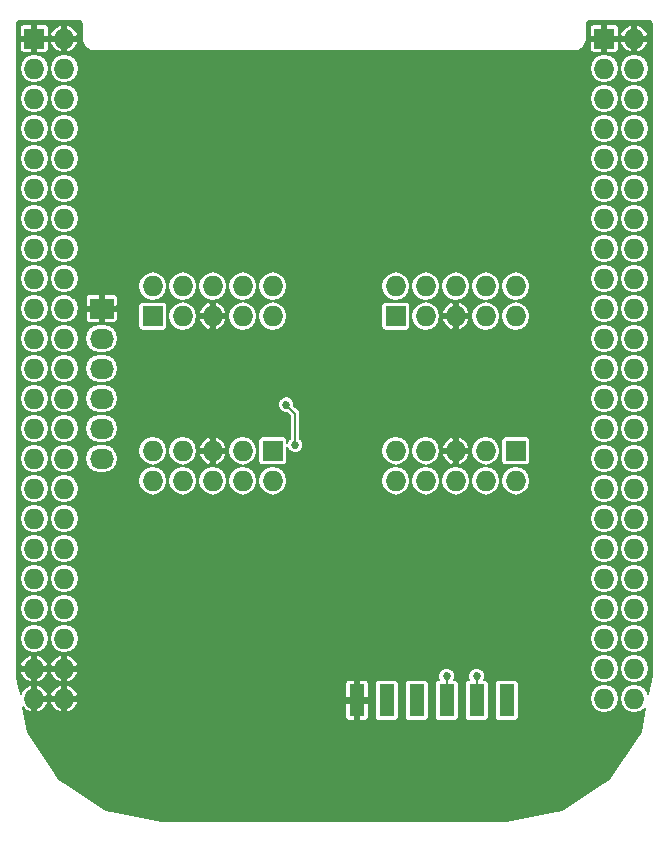
<source format=gbl>
G04 #@! TF.FileFunction,Copper,L2,Bot,Signal*
%FSLAX46Y46*%
G04 Gerber Fmt 4.6, Leading zero omitted, Abs format (unit mm)*
G04 Created by KiCad (PCBNEW 4.0.3-stable) date 11/17/16 00:27:15*
%MOMM*%
%LPD*%
G01*
G04 APERTURE LIST*
%ADD10C,0.100000*%
%ADD11R,1.727200X1.727200*%
%ADD12O,1.727200X1.727200*%
%ADD13R,2.032000X1.727200*%
%ADD14O,2.032000X1.727200*%
%ADD15R,1.295400X2.794000*%
%ADD16C,0.685800*%
%ADD17C,0.152400*%
G04 APERTURE END LIST*
D10*
D11*
X126365000Y-95885000D03*
D12*
X128905000Y-95885000D03*
X126365000Y-98425000D03*
X128905000Y-98425000D03*
X126365000Y-100965000D03*
X128905000Y-100965000D03*
X126365000Y-103505000D03*
X128905000Y-103505000D03*
X126365000Y-106045000D03*
X128905000Y-106045000D03*
X126365000Y-108585000D03*
X128905000Y-108585000D03*
X126365000Y-111125000D03*
X128905000Y-111125000D03*
X126365000Y-113665000D03*
X128905000Y-113665000D03*
X126365000Y-116205000D03*
X128905000Y-116205000D03*
X126365000Y-118745000D03*
X128905000Y-118745000D03*
X126365000Y-121285000D03*
X128905000Y-121285000D03*
X126365000Y-123825000D03*
X128905000Y-123825000D03*
X126365000Y-126365000D03*
X128905000Y-126365000D03*
X126365000Y-128905000D03*
X128905000Y-128905000D03*
X126365000Y-131445000D03*
X128905000Y-131445000D03*
X126365000Y-133985000D03*
X128905000Y-133985000D03*
X126365000Y-136525000D03*
X128905000Y-136525000D03*
X126365000Y-139065000D03*
X128905000Y-139065000D03*
X126365000Y-141605000D03*
X128905000Y-141605000D03*
X126365000Y-144145000D03*
X128905000Y-144145000D03*
X126365000Y-146685000D03*
X128905000Y-146685000D03*
X126365000Y-149225000D03*
X128905000Y-149225000D03*
X126365000Y-151765000D03*
X128905000Y-151765000D03*
D11*
X78105000Y-95885000D03*
D12*
X80645000Y-95885000D03*
X78105000Y-98425000D03*
X80645000Y-98425000D03*
X78105000Y-100965000D03*
X80645000Y-100965000D03*
X78105000Y-103505000D03*
X80645000Y-103505000D03*
X78105000Y-106045000D03*
X80645000Y-106045000D03*
X78105000Y-108585000D03*
X80645000Y-108585000D03*
X78105000Y-111125000D03*
X80645000Y-111125000D03*
X78105000Y-113665000D03*
X80645000Y-113665000D03*
X78105000Y-116205000D03*
X80645000Y-116205000D03*
X78105000Y-118745000D03*
X80645000Y-118745000D03*
X78105000Y-121285000D03*
X80645000Y-121285000D03*
X78105000Y-123825000D03*
X80645000Y-123825000D03*
X78105000Y-126365000D03*
X80645000Y-126365000D03*
X78105000Y-128905000D03*
X80645000Y-128905000D03*
X78105000Y-131445000D03*
X80645000Y-131445000D03*
X78105000Y-133985000D03*
X80645000Y-133985000D03*
X78105000Y-136525000D03*
X80645000Y-136525000D03*
X78105000Y-139065000D03*
X80645000Y-139065000D03*
X78105000Y-141605000D03*
X80645000Y-141605000D03*
X78105000Y-144145000D03*
X80645000Y-144145000D03*
X78105000Y-146685000D03*
X80645000Y-146685000D03*
X78105000Y-149225000D03*
X80645000Y-149225000D03*
X78105000Y-151765000D03*
X80645000Y-151765000D03*
D13*
X83820000Y-118745000D03*
D14*
X83820000Y-121285000D03*
X83820000Y-123825000D03*
X83820000Y-126365000D03*
X83820000Y-128905000D03*
X83820000Y-131445000D03*
D11*
X98298000Y-130784600D03*
D12*
X98298000Y-133324600D03*
X95758000Y-130784600D03*
X95758000Y-133324600D03*
X93218000Y-130784600D03*
X93218000Y-133324600D03*
X90678000Y-130784600D03*
X90678000Y-133324600D03*
X88138000Y-130784600D03*
X88138000Y-133324600D03*
D11*
X108712000Y-119380000D03*
D12*
X108712000Y-116840000D03*
X111252000Y-119380000D03*
X111252000Y-116840000D03*
X113792000Y-119380000D03*
X113792000Y-116840000D03*
X116332000Y-119380000D03*
X116332000Y-116840000D03*
X118872000Y-119380000D03*
X118872000Y-116840000D03*
D11*
X88138000Y-119380000D03*
D12*
X88138000Y-116840000D03*
X90678000Y-119380000D03*
X90678000Y-116840000D03*
X93218000Y-119380000D03*
X93218000Y-116840000D03*
X95758000Y-119380000D03*
X95758000Y-116840000D03*
X98298000Y-119380000D03*
X98298000Y-116840000D03*
D11*
X118872000Y-130784600D03*
D12*
X118872000Y-133324600D03*
X116332000Y-130784600D03*
X116332000Y-133324600D03*
X113792000Y-130784600D03*
X113792000Y-133324600D03*
X111252000Y-130784600D03*
X111252000Y-133324600D03*
X108712000Y-130784600D03*
X108712000Y-133324600D03*
D15*
X105410000Y-151917400D03*
X107950000Y-151917400D03*
X110490000Y-151917400D03*
X113030000Y-151917400D03*
X115570000Y-151917400D03*
X118110000Y-151917400D03*
D16*
X120396000Y-123952000D03*
X112268000Y-126746000D03*
X99314000Y-122936000D03*
X91122500Y-125476000D03*
X99440996Y-126873000D03*
X100203000Y-130302000D03*
X113030000Y-149860000D03*
X115570000Y-149860000D03*
D17*
X99440996Y-126873000D02*
X100203000Y-127635004D01*
X100203000Y-127635004D02*
X100203000Y-130302000D01*
X113030000Y-149860000D02*
X113030000Y-150344933D01*
X113030000Y-150344933D02*
X113030000Y-151917400D01*
X115570000Y-149860000D02*
X115570000Y-151917400D01*
G36*
X81989991Y-94433952D02*
X82053567Y-94476433D01*
X82096048Y-94540009D01*
X82119400Y-94657408D01*
X82119400Y-95885000D01*
X82127674Y-95926597D01*
X82127674Y-95969005D01*
X82176010Y-96212009D01*
X82176010Y-96212011D01*
X82205341Y-96282823D01*
X82240304Y-96367232D01*
X82240305Y-96367233D01*
X82377956Y-96573242D01*
X82496758Y-96692044D01*
X82702767Y-96829695D01*
X82857989Y-96893990D01*
X82857991Y-96893990D01*
X83100995Y-96942326D01*
X83143403Y-96942326D01*
X83185000Y-96950600D01*
X123825000Y-96950600D01*
X123866597Y-96942326D01*
X123909005Y-96942326D01*
X124152009Y-96893990D01*
X124152011Y-96893990D01*
X124242936Y-96856327D01*
X124307232Y-96829696D01*
X124307233Y-96829695D01*
X124513242Y-96692044D01*
X124632044Y-96573242D01*
X124769695Y-96367233D01*
X124833990Y-96212011D01*
X124833990Y-96212009D01*
X124845986Y-96151700D01*
X125145800Y-96151700D01*
X125145800Y-96819333D01*
X125199937Y-96950031D01*
X125299969Y-97050063D01*
X125430667Y-97104200D01*
X126098300Y-97104200D01*
X126187200Y-97015300D01*
X126187200Y-96062800D01*
X126542800Y-96062800D01*
X126542800Y-97015300D01*
X126631700Y-97104200D01*
X127299333Y-97104200D01*
X127430031Y-97050063D01*
X127530063Y-96950031D01*
X127584200Y-96819333D01*
X127584200Y-96249297D01*
X127741498Y-96249297D01*
X127824671Y-96450133D01*
X128123173Y-96820539D01*
X128540701Y-97048518D01*
X128727200Y-97002282D01*
X128727200Y-96062800D01*
X129082800Y-96062800D01*
X129082800Y-97002282D01*
X129269299Y-97048518D01*
X129686827Y-96820539D01*
X129985329Y-96450133D01*
X130068502Y-96249297D01*
X130021228Y-96062800D01*
X129082800Y-96062800D01*
X128727200Y-96062800D01*
X127788772Y-96062800D01*
X127741498Y-96249297D01*
X127584200Y-96249297D01*
X127584200Y-96151700D01*
X127495300Y-96062800D01*
X126542800Y-96062800D01*
X126187200Y-96062800D01*
X125234700Y-96062800D01*
X125145800Y-96151700D01*
X124845986Y-96151700D01*
X124882326Y-95969005D01*
X124882326Y-95926597D01*
X124890600Y-95885000D01*
X124890600Y-94950667D01*
X125145800Y-94950667D01*
X125145800Y-95618300D01*
X125234700Y-95707200D01*
X126187200Y-95707200D01*
X126187200Y-94754700D01*
X126542800Y-94754700D01*
X126542800Y-95707200D01*
X127495300Y-95707200D01*
X127584200Y-95618300D01*
X127584200Y-95520703D01*
X127741498Y-95520703D01*
X127788772Y-95707200D01*
X128727200Y-95707200D01*
X128727200Y-94767718D01*
X129082800Y-94767718D01*
X129082800Y-95707200D01*
X130021228Y-95707200D01*
X130068502Y-95520703D01*
X129985329Y-95319867D01*
X129686827Y-94949461D01*
X129269299Y-94721482D01*
X129082800Y-94767718D01*
X128727200Y-94767718D01*
X128540701Y-94721482D01*
X128123173Y-94949461D01*
X127824671Y-95319867D01*
X127741498Y-95520703D01*
X127584200Y-95520703D01*
X127584200Y-94950667D01*
X127530063Y-94819969D01*
X127430031Y-94719937D01*
X127299333Y-94665800D01*
X126631700Y-94665800D01*
X126542800Y-94754700D01*
X126187200Y-94754700D01*
X126098300Y-94665800D01*
X125430667Y-94665800D01*
X125299969Y-94719937D01*
X125199937Y-94819969D01*
X125145800Y-94950667D01*
X124890600Y-94950667D01*
X124890600Y-94657408D01*
X124913952Y-94540009D01*
X124956433Y-94476433D01*
X125020009Y-94433952D01*
X125137408Y-94410600D01*
X130132592Y-94410600D01*
X130249991Y-94433952D01*
X130313567Y-94476433D01*
X130356048Y-94540009D01*
X130379400Y-94657408D01*
X130379400Y-149817590D01*
X130070061Y-151372742D01*
X130055280Y-151298432D01*
X129790991Y-150902895D01*
X129395454Y-150638606D01*
X128928886Y-150545800D01*
X128881114Y-150545800D01*
X128414546Y-150638606D01*
X128019009Y-150902895D01*
X127754720Y-151298432D01*
X127661914Y-151765000D01*
X127754720Y-152231568D01*
X128019009Y-152627105D01*
X128414546Y-152891394D01*
X128881114Y-152984200D01*
X128928886Y-152984200D01*
X129395454Y-152891394D01*
X129790991Y-152627105D01*
X129833083Y-152564109D01*
X129437654Y-154552067D01*
X126779810Y-158529812D01*
X122802067Y-161187654D01*
X118067590Y-162129400D01*
X88942410Y-162129400D01*
X84207933Y-161187654D01*
X80230188Y-158529810D01*
X77572346Y-154552067D01*
X77165017Y-152504286D01*
X77323173Y-152700539D01*
X77740701Y-152928518D01*
X77927200Y-152882282D01*
X77927200Y-151942800D01*
X78282800Y-151942800D01*
X78282800Y-152882282D01*
X78469299Y-152928518D01*
X78886827Y-152700539D01*
X79185329Y-152330133D01*
X79268502Y-152129297D01*
X79481498Y-152129297D01*
X79564671Y-152330133D01*
X79863173Y-152700539D01*
X80280701Y-152928518D01*
X80467200Y-152882282D01*
X80467200Y-151942800D01*
X80822800Y-151942800D01*
X80822800Y-152882282D01*
X81009299Y-152928518D01*
X81426827Y-152700539D01*
X81725329Y-152330133D01*
X81785806Y-152184100D01*
X104406700Y-152184100D01*
X104406700Y-153385133D01*
X104460837Y-153515831D01*
X104560869Y-153615863D01*
X104691567Y-153670000D01*
X105143300Y-153670000D01*
X105232200Y-153581100D01*
X105232200Y-152095200D01*
X105587800Y-152095200D01*
X105587800Y-153581100D01*
X105676700Y-153670000D01*
X106128433Y-153670000D01*
X106259131Y-153615863D01*
X106359163Y-153515831D01*
X106413300Y-153385133D01*
X106413300Y-152184100D01*
X106324400Y-152095200D01*
X105587800Y-152095200D01*
X105232200Y-152095200D01*
X104495600Y-152095200D01*
X104406700Y-152184100D01*
X81785806Y-152184100D01*
X81808502Y-152129297D01*
X81761228Y-151942800D01*
X80822800Y-151942800D01*
X80467200Y-151942800D01*
X79528772Y-151942800D01*
X79481498Y-152129297D01*
X79268502Y-152129297D01*
X79221228Y-151942800D01*
X78282800Y-151942800D01*
X77927200Y-151942800D01*
X77907200Y-151942800D01*
X77907200Y-151587200D01*
X77927200Y-151587200D01*
X77927200Y-150647718D01*
X78282800Y-150647718D01*
X78282800Y-151587200D01*
X79221228Y-151587200D01*
X79268502Y-151400703D01*
X79481498Y-151400703D01*
X79528772Y-151587200D01*
X80467200Y-151587200D01*
X80467200Y-150647718D01*
X80822800Y-150647718D01*
X80822800Y-151587200D01*
X81761228Y-151587200D01*
X81808502Y-151400703D01*
X81725329Y-151199867D01*
X81426827Y-150829461D01*
X81009299Y-150601482D01*
X80822800Y-150647718D01*
X80467200Y-150647718D01*
X80280701Y-150601482D01*
X79863173Y-150829461D01*
X79564671Y-151199867D01*
X79481498Y-151400703D01*
X79268502Y-151400703D01*
X79185329Y-151199867D01*
X78886827Y-150829461D01*
X78469299Y-150601482D01*
X78282800Y-150647718D01*
X77927200Y-150647718D01*
X77740701Y-150601482D01*
X77323173Y-150829461D01*
X77024671Y-151199867D01*
X76944202Y-151394174D01*
X76756328Y-150449667D01*
X104406700Y-150449667D01*
X104406700Y-151650700D01*
X104495600Y-151739600D01*
X105232200Y-151739600D01*
X105232200Y-150253700D01*
X105587800Y-150253700D01*
X105587800Y-151739600D01*
X106324400Y-151739600D01*
X106413300Y-151650700D01*
X106413300Y-150520400D01*
X106939734Y-150520400D01*
X106939734Y-153314400D01*
X106964530Y-153446177D01*
X107042410Y-153567207D01*
X107161242Y-153648401D01*
X107302300Y-153676966D01*
X108597700Y-153676966D01*
X108729477Y-153652170D01*
X108850507Y-153574290D01*
X108931701Y-153455458D01*
X108960266Y-153314400D01*
X108960266Y-150520400D01*
X109479734Y-150520400D01*
X109479734Y-153314400D01*
X109504530Y-153446177D01*
X109582410Y-153567207D01*
X109701242Y-153648401D01*
X109842300Y-153676966D01*
X111137700Y-153676966D01*
X111269477Y-153652170D01*
X111390507Y-153574290D01*
X111471701Y-153455458D01*
X111500266Y-153314400D01*
X111500266Y-150520400D01*
X112019734Y-150520400D01*
X112019734Y-153314400D01*
X112044530Y-153446177D01*
X112122410Y-153567207D01*
X112241242Y-153648401D01*
X112382300Y-153676966D01*
X113677700Y-153676966D01*
X113809477Y-153652170D01*
X113930507Y-153574290D01*
X114011701Y-153455458D01*
X114040266Y-153314400D01*
X114040266Y-150520400D01*
X114559734Y-150520400D01*
X114559734Y-153314400D01*
X114584530Y-153446177D01*
X114662410Y-153567207D01*
X114781242Y-153648401D01*
X114922300Y-153676966D01*
X116217700Y-153676966D01*
X116349477Y-153652170D01*
X116470507Y-153574290D01*
X116551701Y-153455458D01*
X116580266Y-153314400D01*
X116580266Y-150520400D01*
X117099734Y-150520400D01*
X117099734Y-153314400D01*
X117124530Y-153446177D01*
X117202410Y-153567207D01*
X117321242Y-153648401D01*
X117462300Y-153676966D01*
X118757700Y-153676966D01*
X118889477Y-153652170D01*
X119010507Y-153574290D01*
X119091701Y-153455458D01*
X119120266Y-153314400D01*
X119120266Y-151765000D01*
X125121914Y-151765000D01*
X125214720Y-152231568D01*
X125479009Y-152627105D01*
X125874546Y-152891394D01*
X126341114Y-152984200D01*
X126388886Y-152984200D01*
X126855454Y-152891394D01*
X127250991Y-152627105D01*
X127515280Y-152231568D01*
X127608086Y-151765000D01*
X127515280Y-151298432D01*
X127250991Y-150902895D01*
X126855454Y-150638606D01*
X126388886Y-150545800D01*
X126341114Y-150545800D01*
X125874546Y-150638606D01*
X125479009Y-150902895D01*
X125214720Y-151298432D01*
X125121914Y-151765000D01*
X119120266Y-151765000D01*
X119120266Y-150520400D01*
X119095470Y-150388623D01*
X119017590Y-150267593D01*
X118898758Y-150186399D01*
X118757700Y-150157834D01*
X117462300Y-150157834D01*
X117330523Y-150182630D01*
X117209493Y-150260510D01*
X117128299Y-150379342D01*
X117099734Y-150520400D01*
X116580266Y-150520400D01*
X116555470Y-150388623D01*
X116477590Y-150267593D01*
X116358758Y-150186399D01*
X116217700Y-150157834D01*
X116202653Y-150157834D01*
X116268378Y-149999550D01*
X116268621Y-149721669D01*
X116162504Y-149464849D01*
X115966185Y-149268186D01*
X115862182Y-149225000D01*
X125121914Y-149225000D01*
X125214720Y-149691568D01*
X125479009Y-150087105D01*
X125874546Y-150351394D01*
X126341114Y-150444200D01*
X126388886Y-150444200D01*
X126855454Y-150351394D01*
X127250991Y-150087105D01*
X127515280Y-149691568D01*
X127608086Y-149225000D01*
X127661914Y-149225000D01*
X127754720Y-149691568D01*
X128019009Y-150087105D01*
X128414546Y-150351394D01*
X128881114Y-150444200D01*
X128928886Y-150444200D01*
X129395454Y-150351394D01*
X129790991Y-150087105D01*
X130055280Y-149691568D01*
X130148086Y-149225000D01*
X130055280Y-148758432D01*
X129790991Y-148362895D01*
X129395454Y-148098606D01*
X128928886Y-148005800D01*
X128881114Y-148005800D01*
X128414546Y-148098606D01*
X128019009Y-148362895D01*
X127754720Y-148758432D01*
X127661914Y-149225000D01*
X127608086Y-149225000D01*
X127515280Y-148758432D01*
X127250991Y-148362895D01*
X126855454Y-148098606D01*
X126388886Y-148005800D01*
X126341114Y-148005800D01*
X125874546Y-148098606D01*
X125479009Y-148362895D01*
X125214720Y-148758432D01*
X125121914Y-149225000D01*
X115862182Y-149225000D01*
X115709550Y-149161622D01*
X115431669Y-149161379D01*
X115174849Y-149267496D01*
X114978186Y-149463815D01*
X114871622Y-149720450D01*
X114871379Y-149998331D01*
X114937285Y-150157834D01*
X114922300Y-150157834D01*
X114790523Y-150182630D01*
X114669493Y-150260510D01*
X114588299Y-150379342D01*
X114559734Y-150520400D01*
X114040266Y-150520400D01*
X114015470Y-150388623D01*
X113937590Y-150267593D01*
X113818758Y-150186399D01*
X113677700Y-150157834D01*
X113662653Y-150157834D01*
X113728378Y-149999550D01*
X113728621Y-149721669D01*
X113622504Y-149464849D01*
X113426185Y-149268186D01*
X113169550Y-149161622D01*
X112891669Y-149161379D01*
X112634849Y-149267496D01*
X112438186Y-149463815D01*
X112331622Y-149720450D01*
X112331379Y-149998331D01*
X112397285Y-150157834D01*
X112382300Y-150157834D01*
X112250523Y-150182630D01*
X112129493Y-150260510D01*
X112048299Y-150379342D01*
X112019734Y-150520400D01*
X111500266Y-150520400D01*
X111475470Y-150388623D01*
X111397590Y-150267593D01*
X111278758Y-150186399D01*
X111137700Y-150157834D01*
X109842300Y-150157834D01*
X109710523Y-150182630D01*
X109589493Y-150260510D01*
X109508299Y-150379342D01*
X109479734Y-150520400D01*
X108960266Y-150520400D01*
X108935470Y-150388623D01*
X108857590Y-150267593D01*
X108738758Y-150186399D01*
X108597700Y-150157834D01*
X107302300Y-150157834D01*
X107170523Y-150182630D01*
X107049493Y-150260510D01*
X106968299Y-150379342D01*
X106939734Y-150520400D01*
X106413300Y-150520400D01*
X106413300Y-150449667D01*
X106359163Y-150318969D01*
X106259131Y-150218937D01*
X106128433Y-150164800D01*
X105676700Y-150164800D01*
X105587800Y-150253700D01*
X105232200Y-150253700D01*
X105143300Y-150164800D01*
X104691567Y-150164800D01*
X104560869Y-150218937D01*
X104460837Y-150318969D01*
X104406700Y-150449667D01*
X76756328Y-150449667D01*
X76630600Y-149817590D01*
X76630600Y-149589297D01*
X76941498Y-149589297D01*
X77024671Y-149790133D01*
X77323173Y-150160539D01*
X77740701Y-150388518D01*
X77927200Y-150342282D01*
X77927200Y-149402800D01*
X78282800Y-149402800D01*
X78282800Y-150342282D01*
X78469299Y-150388518D01*
X78886827Y-150160539D01*
X79185329Y-149790133D01*
X79268502Y-149589297D01*
X79481498Y-149589297D01*
X79564671Y-149790133D01*
X79863173Y-150160539D01*
X80280701Y-150388518D01*
X80467200Y-150342282D01*
X80467200Y-149402800D01*
X80822800Y-149402800D01*
X80822800Y-150342282D01*
X81009299Y-150388518D01*
X81426827Y-150160539D01*
X81725329Y-149790133D01*
X81808502Y-149589297D01*
X81761228Y-149402800D01*
X80822800Y-149402800D01*
X80467200Y-149402800D01*
X79528772Y-149402800D01*
X79481498Y-149589297D01*
X79268502Y-149589297D01*
X79221228Y-149402800D01*
X78282800Y-149402800D01*
X77927200Y-149402800D01*
X76988772Y-149402800D01*
X76941498Y-149589297D01*
X76630600Y-149589297D01*
X76630600Y-148860703D01*
X76941498Y-148860703D01*
X76988772Y-149047200D01*
X77927200Y-149047200D01*
X77927200Y-148107718D01*
X78282800Y-148107718D01*
X78282800Y-149047200D01*
X79221228Y-149047200D01*
X79268502Y-148860703D01*
X79481498Y-148860703D01*
X79528772Y-149047200D01*
X80467200Y-149047200D01*
X80467200Y-148107718D01*
X80822800Y-148107718D01*
X80822800Y-149047200D01*
X81761228Y-149047200D01*
X81808502Y-148860703D01*
X81725329Y-148659867D01*
X81426827Y-148289461D01*
X81009299Y-148061482D01*
X80822800Y-148107718D01*
X80467200Y-148107718D01*
X80280701Y-148061482D01*
X79863173Y-148289461D01*
X79564671Y-148659867D01*
X79481498Y-148860703D01*
X79268502Y-148860703D01*
X79185329Y-148659867D01*
X78886827Y-148289461D01*
X78469299Y-148061482D01*
X78282800Y-148107718D01*
X77927200Y-148107718D01*
X77740701Y-148061482D01*
X77323173Y-148289461D01*
X77024671Y-148659867D01*
X76941498Y-148860703D01*
X76630600Y-148860703D01*
X76630600Y-146685000D01*
X76861914Y-146685000D01*
X76954720Y-147151568D01*
X77219009Y-147547105D01*
X77614546Y-147811394D01*
X78081114Y-147904200D01*
X78128886Y-147904200D01*
X78595454Y-147811394D01*
X78990991Y-147547105D01*
X79255280Y-147151568D01*
X79348086Y-146685000D01*
X79401914Y-146685000D01*
X79494720Y-147151568D01*
X79759009Y-147547105D01*
X80154546Y-147811394D01*
X80621114Y-147904200D01*
X80668886Y-147904200D01*
X81135454Y-147811394D01*
X81530991Y-147547105D01*
X81795280Y-147151568D01*
X81888086Y-146685000D01*
X125121914Y-146685000D01*
X125214720Y-147151568D01*
X125479009Y-147547105D01*
X125874546Y-147811394D01*
X126341114Y-147904200D01*
X126388886Y-147904200D01*
X126855454Y-147811394D01*
X127250991Y-147547105D01*
X127515280Y-147151568D01*
X127608086Y-146685000D01*
X127661914Y-146685000D01*
X127754720Y-147151568D01*
X128019009Y-147547105D01*
X128414546Y-147811394D01*
X128881114Y-147904200D01*
X128928886Y-147904200D01*
X129395454Y-147811394D01*
X129790991Y-147547105D01*
X130055280Y-147151568D01*
X130148086Y-146685000D01*
X130055280Y-146218432D01*
X129790991Y-145822895D01*
X129395454Y-145558606D01*
X128928886Y-145465800D01*
X128881114Y-145465800D01*
X128414546Y-145558606D01*
X128019009Y-145822895D01*
X127754720Y-146218432D01*
X127661914Y-146685000D01*
X127608086Y-146685000D01*
X127515280Y-146218432D01*
X127250991Y-145822895D01*
X126855454Y-145558606D01*
X126388886Y-145465800D01*
X126341114Y-145465800D01*
X125874546Y-145558606D01*
X125479009Y-145822895D01*
X125214720Y-146218432D01*
X125121914Y-146685000D01*
X81888086Y-146685000D01*
X81795280Y-146218432D01*
X81530991Y-145822895D01*
X81135454Y-145558606D01*
X80668886Y-145465800D01*
X80621114Y-145465800D01*
X80154546Y-145558606D01*
X79759009Y-145822895D01*
X79494720Y-146218432D01*
X79401914Y-146685000D01*
X79348086Y-146685000D01*
X79255280Y-146218432D01*
X78990991Y-145822895D01*
X78595454Y-145558606D01*
X78128886Y-145465800D01*
X78081114Y-145465800D01*
X77614546Y-145558606D01*
X77219009Y-145822895D01*
X76954720Y-146218432D01*
X76861914Y-146685000D01*
X76630600Y-146685000D01*
X76630600Y-144145000D01*
X76861914Y-144145000D01*
X76954720Y-144611568D01*
X77219009Y-145007105D01*
X77614546Y-145271394D01*
X78081114Y-145364200D01*
X78128886Y-145364200D01*
X78595454Y-145271394D01*
X78990991Y-145007105D01*
X79255280Y-144611568D01*
X79348086Y-144145000D01*
X79401914Y-144145000D01*
X79494720Y-144611568D01*
X79759009Y-145007105D01*
X80154546Y-145271394D01*
X80621114Y-145364200D01*
X80668886Y-145364200D01*
X81135454Y-145271394D01*
X81530991Y-145007105D01*
X81795280Y-144611568D01*
X81888086Y-144145000D01*
X125121914Y-144145000D01*
X125214720Y-144611568D01*
X125479009Y-145007105D01*
X125874546Y-145271394D01*
X126341114Y-145364200D01*
X126388886Y-145364200D01*
X126855454Y-145271394D01*
X127250991Y-145007105D01*
X127515280Y-144611568D01*
X127608086Y-144145000D01*
X127661914Y-144145000D01*
X127754720Y-144611568D01*
X128019009Y-145007105D01*
X128414546Y-145271394D01*
X128881114Y-145364200D01*
X128928886Y-145364200D01*
X129395454Y-145271394D01*
X129790991Y-145007105D01*
X130055280Y-144611568D01*
X130148086Y-144145000D01*
X130055280Y-143678432D01*
X129790991Y-143282895D01*
X129395454Y-143018606D01*
X128928886Y-142925800D01*
X128881114Y-142925800D01*
X128414546Y-143018606D01*
X128019009Y-143282895D01*
X127754720Y-143678432D01*
X127661914Y-144145000D01*
X127608086Y-144145000D01*
X127515280Y-143678432D01*
X127250991Y-143282895D01*
X126855454Y-143018606D01*
X126388886Y-142925800D01*
X126341114Y-142925800D01*
X125874546Y-143018606D01*
X125479009Y-143282895D01*
X125214720Y-143678432D01*
X125121914Y-144145000D01*
X81888086Y-144145000D01*
X81795280Y-143678432D01*
X81530991Y-143282895D01*
X81135454Y-143018606D01*
X80668886Y-142925800D01*
X80621114Y-142925800D01*
X80154546Y-143018606D01*
X79759009Y-143282895D01*
X79494720Y-143678432D01*
X79401914Y-144145000D01*
X79348086Y-144145000D01*
X79255280Y-143678432D01*
X78990991Y-143282895D01*
X78595454Y-143018606D01*
X78128886Y-142925800D01*
X78081114Y-142925800D01*
X77614546Y-143018606D01*
X77219009Y-143282895D01*
X76954720Y-143678432D01*
X76861914Y-144145000D01*
X76630600Y-144145000D01*
X76630600Y-141605000D01*
X76861914Y-141605000D01*
X76954720Y-142071568D01*
X77219009Y-142467105D01*
X77614546Y-142731394D01*
X78081114Y-142824200D01*
X78128886Y-142824200D01*
X78595454Y-142731394D01*
X78990991Y-142467105D01*
X79255280Y-142071568D01*
X79348086Y-141605000D01*
X79401914Y-141605000D01*
X79494720Y-142071568D01*
X79759009Y-142467105D01*
X80154546Y-142731394D01*
X80621114Y-142824200D01*
X80668886Y-142824200D01*
X81135454Y-142731394D01*
X81530991Y-142467105D01*
X81795280Y-142071568D01*
X81888086Y-141605000D01*
X125121914Y-141605000D01*
X125214720Y-142071568D01*
X125479009Y-142467105D01*
X125874546Y-142731394D01*
X126341114Y-142824200D01*
X126388886Y-142824200D01*
X126855454Y-142731394D01*
X127250991Y-142467105D01*
X127515280Y-142071568D01*
X127608086Y-141605000D01*
X127661914Y-141605000D01*
X127754720Y-142071568D01*
X128019009Y-142467105D01*
X128414546Y-142731394D01*
X128881114Y-142824200D01*
X128928886Y-142824200D01*
X129395454Y-142731394D01*
X129790991Y-142467105D01*
X130055280Y-142071568D01*
X130148086Y-141605000D01*
X130055280Y-141138432D01*
X129790991Y-140742895D01*
X129395454Y-140478606D01*
X128928886Y-140385800D01*
X128881114Y-140385800D01*
X128414546Y-140478606D01*
X128019009Y-140742895D01*
X127754720Y-141138432D01*
X127661914Y-141605000D01*
X127608086Y-141605000D01*
X127515280Y-141138432D01*
X127250991Y-140742895D01*
X126855454Y-140478606D01*
X126388886Y-140385800D01*
X126341114Y-140385800D01*
X125874546Y-140478606D01*
X125479009Y-140742895D01*
X125214720Y-141138432D01*
X125121914Y-141605000D01*
X81888086Y-141605000D01*
X81795280Y-141138432D01*
X81530991Y-140742895D01*
X81135454Y-140478606D01*
X80668886Y-140385800D01*
X80621114Y-140385800D01*
X80154546Y-140478606D01*
X79759009Y-140742895D01*
X79494720Y-141138432D01*
X79401914Y-141605000D01*
X79348086Y-141605000D01*
X79255280Y-141138432D01*
X78990991Y-140742895D01*
X78595454Y-140478606D01*
X78128886Y-140385800D01*
X78081114Y-140385800D01*
X77614546Y-140478606D01*
X77219009Y-140742895D01*
X76954720Y-141138432D01*
X76861914Y-141605000D01*
X76630600Y-141605000D01*
X76630600Y-139065000D01*
X76861914Y-139065000D01*
X76954720Y-139531568D01*
X77219009Y-139927105D01*
X77614546Y-140191394D01*
X78081114Y-140284200D01*
X78128886Y-140284200D01*
X78595454Y-140191394D01*
X78990991Y-139927105D01*
X79255280Y-139531568D01*
X79348086Y-139065000D01*
X79401914Y-139065000D01*
X79494720Y-139531568D01*
X79759009Y-139927105D01*
X80154546Y-140191394D01*
X80621114Y-140284200D01*
X80668886Y-140284200D01*
X81135454Y-140191394D01*
X81530991Y-139927105D01*
X81795280Y-139531568D01*
X81888086Y-139065000D01*
X125121914Y-139065000D01*
X125214720Y-139531568D01*
X125479009Y-139927105D01*
X125874546Y-140191394D01*
X126341114Y-140284200D01*
X126388886Y-140284200D01*
X126855454Y-140191394D01*
X127250991Y-139927105D01*
X127515280Y-139531568D01*
X127608086Y-139065000D01*
X127661914Y-139065000D01*
X127754720Y-139531568D01*
X128019009Y-139927105D01*
X128414546Y-140191394D01*
X128881114Y-140284200D01*
X128928886Y-140284200D01*
X129395454Y-140191394D01*
X129790991Y-139927105D01*
X130055280Y-139531568D01*
X130148086Y-139065000D01*
X130055280Y-138598432D01*
X129790991Y-138202895D01*
X129395454Y-137938606D01*
X128928886Y-137845800D01*
X128881114Y-137845800D01*
X128414546Y-137938606D01*
X128019009Y-138202895D01*
X127754720Y-138598432D01*
X127661914Y-139065000D01*
X127608086Y-139065000D01*
X127515280Y-138598432D01*
X127250991Y-138202895D01*
X126855454Y-137938606D01*
X126388886Y-137845800D01*
X126341114Y-137845800D01*
X125874546Y-137938606D01*
X125479009Y-138202895D01*
X125214720Y-138598432D01*
X125121914Y-139065000D01*
X81888086Y-139065000D01*
X81795280Y-138598432D01*
X81530991Y-138202895D01*
X81135454Y-137938606D01*
X80668886Y-137845800D01*
X80621114Y-137845800D01*
X80154546Y-137938606D01*
X79759009Y-138202895D01*
X79494720Y-138598432D01*
X79401914Y-139065000D01*
X79348086Y-139065000D01*
X79255280Y-138598432D01*
X78990991Y-138202895D01*
X78595454Y-137938606D01*
X78128886Y-137845800D01*
X78081114Y-137845800D01*
X77614546Y-137938606D01*
X77219009Y-138202895D01*
X76954720Y-138598432D01*
X76861914Y-139065000D01*
X76630600Y-139065000D01*
X76630600Y-136525000D01*
X76861914Y-136525000D01*
X76954720Y-136991568D01*
X77219009Y-137387105D01*
X77614546Y-137651394D01*
X78081114Y-137744200D01*
X78128886Y-137744200D01*
X78595454Y-137651394D01*
X78990991Y-137387105D01*
X79255280Y-136991568D01*
X79348086Y-136525000D01*
X79401914Y-136525000D01*
X79494720Y-136991568D01*
X79759009Y-137387105D01*
X80154546Y-137651394D01*
X80621114Y-137744200D01*
X80668886Y-137744200D01*
X81135454Y-137651394D01*
X81530991Y-137387105D01*
X81795280Y-136991568D01*
X81888086Y-136525000D01*
X125121914Y-136525000D01*
X125214720Y-136991568D01*
X125479009Y-137387105D01*
X125874546Y-137651394D01*
X126341114Y-137744200D01*
X126388886Y-137744200D01*
X126855454Y-137651394D01*
X127250991Y-137387105D01*
X127515280Y-136991568D01*
X127608086Y-136525000D01*
X127661914Y-136525000D01*
X127754720Y-136991568D01*
X128019009Y-137387105D01*
X128414546Y-137651394D01*
X128881114Y-137744200D01*
X128928886Y-137744200D01*
X129395454Y-137651394D01*
X129790991Y-137387105D01*
X130055280Y-136991568D01*
X130148086Y-136525000D01*
X130055280Y-136058432D01*
X129790991Y-135662895D01*
X129395454Y-135398606D01*
X128928886Y-135305800D01*
X128881114Y-135305800D01*
X128414546Y-135398606D01*
X128019009Y-135662895D01*
X127754720Y-136058432D01*
X127661914Y-136525000D01*
X127608086Y-136525000D01*
X127515280Y-136058432D01*
X127250991Y-135662895D01*
X126855454Y-135398606D01*
X126388886Y-135305800D01*
X126341114Y-135305800D01*
X125874546Y-135398606D01*
X125479009Y-135662895D01*
X125214720Y-136058432D01*
X125121914Y-136525000D01*
X81888086Y-136525000D01*
X81795280Y-136058432D01*
X81530991Y-135662895D01*
X81135454Y-135398606D01*
X80668886Y-135305800D01*
X80621114Y-135305800D01*
X80154546Y-135398606D01*
X79759009Y-135662895D01*
X79494720Y-136058432D01*
X79401914Y-136525000D01*
X79348086Y-136525000D01*
X79255280Y-136058432D01*
X78990991Y-135662895D01*
X78595454Y-135398606D01*
X78128886Y-135305800D01*
X78081114Y-135305800D01*
X77614546Y-135398606D01*
X77219009Y-135662895D01*
X76954720Y-136058432D01*
X76861914Y-136525000D01*
X76630600Y-136525000D01*
X76630600Y-133985000D01*
X76861914Y-133985000D01*
X76954720Y-134451568D01*
X77219009Y-134847105D01*
X77614546Y-135111394D01*
X78081114Y-135204200D01*
X78128886Y-135204200D01*
X78595454Y-135111394D01*
X78990991Y-134847105D01*
X79255280Y-134451568D01*
X79348086Y-133985000D01*
X79401914Y-133985000D01*
X79494720Y-134451568D01*
X79759009Y-134847105D01*
X80154546Y-135111394D01*
X80621114Y-135204200D01*
X80668886Y-135204200D01*
X81135454Y-135111394D01*
X81530991Y-134847105D01*
X81795280Y-134451568D01*
X81888086Y-133985000D01*
X81795280Y-133518432D01*
X81649806Y-133300714D01*
X86918800Y-133300714D01*
X86918800Y-133348486D01*
X87011606Y-133815054D01*
X87275895Y-134210591D01*
X87671432Y-134474880D01*
X88138000Y-134567686D01*
X88604568Y-134474880D01*
X89000105Y-134210591D01*
X89264394Y-133815054D01*
X89357200Y-133348486D01*
X89357200Y-133300714D01*
X89458800Y-133300714D01*
X89458800Y-133348486D01*
X89551606Y-133815054D01*
X89815895Y-134210591D01*
X90211432Y-134474880D01*
X90678000Y-134567686D01*
X91144568Y-134474880D01*
X91540105Y-134210591D01*
X91804394Y-133815054D01*
X91897200Y-133348486D01*
X91897200Y-133300714D01*
X91998800Y-133300714D01*
X91998800Y-133348486D01*
X92091606Y-133815054D01*
X92355895Y-134210591D01*
X92751432Y-134474880D01*
X93218000Y-134567686D01*
X93684568Y-134474880D01*
X94080105Y-134210591D01*
X94344394Y-133815054D01*
X94437200Y-133348486D01*
X94437200Y-133300714D01*
X94538800Y-133300714D01*
X94538800Y-133348486D01*
X94631606Y-133815054D01*
X94895895Y-134210591D01*
X95291432Y-134474880D01*
X95758000Y-134567686D01*
X96224568Y-134474880D01*
X96620105Y-134210591D01*
X96884394Y-133815054D01*
X96977200Y-133348486D01*
X96977200Y-133300714D01*
X97078800Y-133300714D01*
X97078800Y-133348486D01*
X97171606Y-133815054D01*
X97435895Y-134210591D01*
X97831432Y-134474880D01*
X98298000Y-134567686D01*
X98764568Y-134474880D01*
X99160105Y-134210591D01*
X99424394Y-133815054D01*
X99517200Y-133348486D01*
X99517200Y-133300714D01*
X107492800Y-133300714D01*
X107492800Y-133348486D01*
X107585606Y-133815054D01*
X107849895Y-134210591D01*
X108245432Y-134474880D01*
X108712000Y-134567686D01*
X109178568Y-134474880D01*
X109574105Y-134210591D01*
X109838394Y-133815054D01*
X109931200Y-133348486D01*
X109931200Y-133300714D01*
X110032800Y-133300714D01*
X110032800Y-133348486D01*
X110125606Y-133815054D01*
X110389895Y-134210591D01*
X110785432Y-134474880D01*
X111252000Y-134567686D01*
X111718568Y-134474880D01*
X112114105Y-134210591D01*
X112378394Y-133815054D01*
X112471200Y-133348486D01*
X112471200Y-133300714D01*
X112572800Y-133300714D01*
X112572800Y-133348486D01*
X112665606Y-133815054D01*
X112929895Y-134210591D01*
X113325432Y-134474880D01*
X113792000Y-134567686D01*
X114258568Y-134474880D01*
X114654105Y-134210591D01*
X114918394Y-133815054D01*
X115011200Y-133348486D01*
X115011200Y-133300714D01*
X115112800Y-133300714D01*
X115112800Y-133348486D01*
X115205606Y-133815054D01*
X115469895Y-134210591D01*
X115865432Y-134474880D01*
X116332000Y-134567686D01*
X116798568Y-134474880D01*
X117194105Y-134210591D01*
X117458394Y-133815054D01*
X117551200Y-133348486D01*
X117551200Y-133300714D01*
X117652800Y-133300714D01*
X117652800Y-133348486D01*
X117745606Y-133815054D01*
X118009895Y-134210591D01*
X118405432Y-134474880D01*
X118872000Y-134567686D01*
X119338568Y-134474880D01*
X119734105Y-134210591D01*
X119884839Y-133985000D01*
X125121914Y-133985000D01*
X125214720Y-134451568D01*
X125479009Y-134847105D01*
X125874546Y-135111394D01*
X126341114Y-135204200D01*
X126388886Y-135204200D01*
X126855454Y-135111394D01*
X127250991Y-134847105D01*
X127515280Y-134451568D01*
X127608086Y-133985000D01*
X127661914Y-133985000D01*
X127754720Y-134451568D01*
X128019009Y-134847105D01*
X128414546Y-135111394D01*
X128881114Y-135204200D01*
X128928886Y-135204200D01*
X129395454Y-135111394D01*
X129790991Y-134847105D01*
X130055280Y-134451568D01*
X130148086Y-133985000D01*
X130055280Y-133518432D01*
X129790991Y-133122895D01*
X129395454Y-132858606D01*
X128928886Y-132765800D01*
X128881114Y-132765800D01*
X128414546Y-132858606D01*
X128019009Y-133122895D01*
X127754720Y-133518432D01*
X127661914Y-133985000D01*
X127608086Y-133985000D01*
X127515280Y-133518432D01*
X127250991Y-133122895D01*
X126855454Y-132858606D01*
X126388886Y-132765800D01*
X126341114Y-132765800D01*
X125874546Y-132858606D01*
X125479009Y-133122895D01*
X125214720Y-133518432D01*
X125121914Y-133985000D01*
X119884839Y-133985000D01*
X119998394Y-133815054D01*
X120091200Y-133348486D01*
X120091200Y-133300714D01*
X119998394Y-132834146D01*
X119734105Y-132438609D01*
X119338568Y-132174320D01*
X118872000Y-132081514D01*
X118405432Y-132174320D01*
X118009895Y-132438609D01*
X117745606Y-132834146D01*
X117652800Y-133300714D01*
X117551200Y-133300714D01*
X117458394Y-132834146D01*
X117194105Y-132438609D01*
X116798568Y-132174320D01*
X116332000Y-132081514D01*
X115865432Y-132174320D01*
X115469895Y-132438609D01*
X115205606Y-132834146D01*
X115112800Y-133300714D01*
X115011200Y-133300714D01*
X114918394Y-132834146D01*
X114654105Y-132438609D01*
X114258568Y-132174320D01*
X113792000Y-132081514D01*
X113325432Y-132174320D01*
X112929895Y-132438609D01*
X112665606Y-132834146D01*
X112572800Y-133300714D01*
X112471200Y-133300714D01*
X112378394Y-132834146D01*
X112114105Y-132438609D01*
X111718568Y-132174320D01*
X111252000Y-132081514D01*
X110785432Y-132174320D01*
X110389895Y-132438609D01*
X110125606Y-132834146D01*
X110032800Y-133300714D01*
X109931200Y-133300714D01*
X109838394Y-132834146D01*
X109574105Y-132438609D01*
X109178568Y-132174320D01*
X108712000Y-132081514D01*
X108245432Y-132174320D01*
X107849895Y-132438609D01*
X107585606Y-132834146D01*
X107492800Y-133300714D01*
X99517200Y-133300714D01*
X99424394Y-132834146D01*
X99160105Y-132438609D01*
X98764568Y-132174320D01*
X98298000Y-132081514D01*
X97831432Y-132174320D01*
X97435895Y-132438609D01*
X97171606Y-132834146D01*
X97078800Y-133300714D01*
X96977200Y-133300714D01*
X96884394Y-132834146D01*
X96620105Y-132438609D01*
X96224568Y-132174320D01*
X95758000Y-132081514D01*
X95291432Y-132174320D01*
X94895895Y-132438609D01*
X94631606Y-132834146D01*
X94538800Y-133300714D01*
X94437200Y-133300714D01*
X94344394Y-132834146D01*
X94080105Y-132438609D01*
X93684568Y-132174320D01*
X93218000Y-132081514D01*
X92751432Y-132174320D01*
X92355895Y-132438609D01*
X92091606Y-132834146D01*
X91998800Y-133300714D01*
X91897200Y-133300714D01*
X91804394Y-132834146D01*
X91540105Y-132438609D01*
X91144568Y-132174320D01*
X90678000Y-132081514D01*
X90211432Y-132174320D01*
X89815895Y-132438609D01*
X89551606Y-132834146D01*
X89458800Y-133300714D01*
X89357200Y-133300714D01*
X89264394Y-132834146D01*
X89000105Y-132438609D01*
X88604568Y-132174320D01*
X88138000Y-132081514D01*
X87671432Y-132174320D01*
X87275895Y-132438609D01*
X87011606Y-132834146D01*
X86918800Y-133300714D01*
X81649806Y-133300714D01*
X81530991Y-133122895D01*
X81135454Y-132858606D01*
X80668886Y-132765800D01*
X80621114Y-132765800D01*
X80154546Y-132858606D01*
X79759009Y-133122895D01*
X79494720Y-133518432D01*
X79401914Y-133985000D01*
X79348086Y-133985000D01*
X79255280Y-133518432D01*
X78990991Y-133122895D01*
X78595454Y-132858606D01*
X78128886Y-132765800D01*
X78081114Y-132765800D01*
X77614546Y-132858606D01*
X77219009Y-133122895D01*
X76954720Y-133518432D01*
X76861914Y-133985000D01*
X76630600Y-133985000D01*
X76630600Y-131445000D01*
X76861914Y-131445000D01*
X76954720Y-131911568D01*
X77219009Y-132307105D01*
X77614546Y-132571394D01*
X78081114Y-132664200D01*
X78128886Y-132664200D01*
X78595454Y-132571394D01*
X78990991Y-132307105D01*
X79255280Y-131911568D01*
X79348086Y-131445000D01*
X79401914Y-131445000D01*
X79494720Y-131911568D01*
X79759009Y-132307105D01*
X80154546Y-132571394D01*
X80621114Y-132664200D01*
X80668886Y-132664200D01*
X81135454Y-132571394D01*
X81530991Y-132307105D01*
X81795280Y-131911568D01*
X81888086Y-131445000D01*
X82421529Y-131445000D01*
X82514335Y-131911568D01*
X82778624Y-132307105D01*
X83174161Y-132571394D01*
X83640729Y-132664200D01*
X83999271Y-132664200D01*
X84465839Y-132571394D01*
X84861376Y-132307105D01*
X85125665Y-131911568D01*
X85218471Y-131445000D01*
X85125665Y-130978432D01*
X84980191Y-130760714D01*
X86918800Y-130760714D01*
X86918800Y-130808486D01*
X87011606Y-131275054D01*
X87275895Y-131670591D01*
X87671432Y-131934880D01*
X88138000Y-132027686D01*
X88604568Y-131934880D01*
X89000105Y-131670591D01*
X89264394Y-131275054D01*
X89357200Y-130808486D01*
X89357200Y-130760714D01*
X89458800Y-130760714D01*
X89458800Y-130808486D01*
X89551606Y-131275054D01*
X89815895Y-131670591D01*
X90211432Y-131934880D01*
X90678000Y-132027686D01*
X91144568Y-131934880D01*
X91540105Y-131670591D01*
X91804394Y-131275054D01*
X91829487Y-131148899D01*
X92054482Y-131148899D01*
X92282461Y-131566427D01*
X92652867Y-131864929D01*
X92853703Y-131948102D01*
X93040200Y-131900828D01*
X93040200Y-130962400D01*
X93395800Y-130962400D01*
X93395800Y-131900828D01*
X93582297Y-131948102D01*
X93783133Y-131864929D01*
X94153539Y-131566427D01*
X94381518Y-131148899D01*
X94335282Y-130962400D01*
X93395800Y-130962400D01*
X93040200Y-130962400D01*
X92100718Y-130962400D01*
X92054482Y-131148899D01*
X91829487Y-131148899D01*
X91897200Y-130808486D01*
X91897200Y-130760714D01*
X94538800Y-130760714D01*
X94538800Y-130808486D01*
X94631606Y-131275054D01*
X94895895Y-131670591D01*
X95291432Y-131934880D01*
X95758000Y-132027686D01*
X96224568Y-131934880D01*
X96620105Y-131670591D01*
X96884394Y-131275054D01*
X96977200Y-130808486D01*
X96977200Y-130760714D01*
X96884394Y-130294146D01*
X96635067Y-129921000D01*
X97071834Y-129921000D01*
X97071834Y-131648200D01*
X97096630Y-131779977D01*
X97174510Y-131901007D01*
X97293342Y-131982201D01*
X97434400Y-132010766D01*
X99161600Y-132010766D01*
X99293377Y-131985970D01*
X99414407Y-131908090D01*
X99495601Y-131789258D01*
X99524166Y-131648200D01*
X99524166Y-130488219D01*
X99610496Y-130697151D01*
X99806815Y-130893814D01*
X100063450Y-131000378D01*
X100341331Y-131000621D01*
X100598151Y-130894504D01*
X100732175Y-130760714D01*
X107492800Y-130760714D01*
X107492800Y-130808486D01*
X107585606Y-131275054D01*
X107849895Y-131670591D01*
X108245432Y-131934880D01*
X108712000Y-132027686D01*
X109178568Y-131934880D01*
X109574105Y-131670591D01*
X109838394Y-131275054D01*
X109931200Y-130808486D01*
X109931200Y-130760714D01*
X110032800Y-130760714D01*
X110032800Y-130808486D01*
X110125606Y-131275054D01*
X110389895Y-131670591D01*
X110785432Y-131934880D01*
X111252000Y-132027686D01*
X111718568Y-131934880D01*
X112114105Y-131670591D01*
X112378394Y-131275054D01*
X112403487Y-131148899D01*
X112628482Y-131148899D01*
X112856461Y-131566427D01*
X113226867Y-131864929D01*
X113427703Y-131948102D01*
X113614200Y-131900828D01*
X113614200Y-130962400D01*
X113969800Y-130962400D01*
X113969800Y-131900828D01*
X114156297Y-131948102D01*
X114357133Y-131864929D01*
X114727539Y-131566427D01*
X114955518Y-131148899D01*
X114909282Y-130962400D01*
X113969800Y-130962400D01*
X113614200Y-130962400D01*
X112674718Y-130962400D01*
X112628482Y-131148899D01*
X112403487Y-131148899D01*
X112471200Y-130808486D01*
X112471200Y-130760714D01*
X115112800Y-130760714D01*
X115112800Y-130808486D01*
X115205606Y-131275054D01*
X115469895Y-131670591D01*
X115865432Y-131934880D01*
X116332000Y-132027686D01*
X116798568Y-131934880D01*
X117194105Y-131670591D01*
X117458394Y-131275054D01*
X117551200Y-130808486D01*
X117551200Y-130760714D01*
X117458394Y-130294146D01*
X117209067Y-129921000D01*
X117645834Y-129921000D01*
X117645834Y-131648200D01*
X117670630Y-131779977D01*
X117748510Y-131901007D01*
X117867342Y-131982201D01*
X118008400Y-132010766D01*
X119735600Y-132010766D01*
X119867377Y-131985970D01*
X119988407Y-131908090D01*
X120069601Y-131789258D01*
X120098166Y-131648200D01*
X120098166Y-131445000D01*
X125121914Y-131445000D01*
X125214720Y-131911568D01*
X125479009Y-132307105D01*
X125874546Y-132571394D01*
X126341114Y-132664200D01*
X126388886Y-132664200D01*
X126855454Y-132571394D01*
X127250991Y-132307105D01*
X127515280Y-131911568D01*
X127608086Y-131445000D01*
X127661914Y-131445000D01*
X127754720Y-131911568D01*
X128019009Y-132307105D01*
X128414546Y-132571394D01*
X128881114Y-132664200D01*
X128928886Y-132664200D01*
X129395454Y-132571394D01*
X129790991Y-132307105D01*
X130055280Y-131911568D01*
X130148086Y-131445000D01*
X130055280Y-130978432D01*
X129790991Y-130582895D01*
X129395454Y-130318606D01*
X128928886Y-130225800D01*
X128881114Y-130225800D01*
X128414546Y-130318606D01*
X128019009Y-130582895D01*
X127754720Y-130978432D01*
X127661914Y-131445000D01*
X127608086Y-131445000D01*
X127515280Y-130978432D01*
X127250991Y-130582895D01*
X126855454Y-130318606D01*
X126388886Y-130225800D01*
X126341114Y-130225800D01*
X125874546Y-130318606D01*
X125479009Y-130582895D01*
X125214720Y-130978432D01*
X125121914Y-131445000D01*
X120098166Y-131445000D01*
X120098166Y-129921000D01*
X120073370Y-129789223D01*
X119995490Y-129668193D01*
X119876658Y-129586999D01*
X119735600Y-129558434D01*
X118008400Y-129558434D01*
X117876623Y-129583230D01*
X117755593Y-129661110D01*
X117674399Y-129779942D01*
X117645834Y-129921000D01*
X117209067Y-129921000D01*
X117194105Y-129898609D01*
X116798568Y-129634320D01*
X116332000Y-129541514D01*
X115865432Y-129634320D01*
X115469895Y-129898609D01*
X115205606Y-130294146D01*
X115112800Y-130760714D01*
X112471200Y-130760714D01*
X112403488Y-130420301D01*
X112628482Y-130420301D01*
X112674718Y-130606800D01*
X113614200Y-130606800D01*
X113614200Y-129668372D01*
X113969800Y-129668372D01*
X113969800Y-130606800D01*
X114909282Y-130606800D01*
X114955518Y-130420301D01*
X114727539Y-130002773D01*
X114357133Y-129704271D01*
X114156297Y-129621098D01*
X113969800Y-129668372D01*
X113614200Y-129668372D01*
X113427703Y-129621098D01*
X113226867Y-129704271D01*
X112856461Y-130002773D01*
X112628482Y-130420301D01*
X112403488Y-130420301D01*
X112378394Y-130294146D01*
X112114105Y-129898609D01*
X111718568Y-129634320D01*
X111252000Y-129541514D01*
X110785432Y-129634320D01*
X110389895Y-129898609D01*
X110125606Y-130294146D01*
X110032800Y-130760714D01*
X109931200Y-130760714D01*
X109838394Y-130294146D01*
X109574105Y-129898609D01*
X109178568Y-129634320D01*
X108712000Y-129541514D01*
X108245432Y-129634320D01*
X107849895Y-129898609D01*
X107585606Y-130294146D01*
X107492800Y-130760714D01*
X100732175Y-130760714D01*
X100794814Y-130698185D01*
X100901378Y-130441550D01*
X100901621Y-130163669D01*
X100795504Y-129906849D01*
X100634800Y-129745863D01*
X100634800Y-128905000D01*
X125121914Y-128905000D01*
X125214720Y-129371568D01*
X125479009Y-129767105D01*
X125874546Y-130031394D01*
X126341114Y-130124200D01*
X126388886Y-130124200D01*
X126855454Y-130031394D01*
X127250991Y-129767105D01*
X127515280Y-129371568D01*
X127608086Y-128905000D01*
X127661914Y-128905000D01*
X127754720Y-129371568D01*
X128019009Y-129767105D01*
X128414546Y-130031394D01*
X128881114Y-130124200D01*
X128928886Y-130124200D01*
X129395454Y-130031394D01*
X129790991Y-129767105D01*
X130055280Y-129371568D01*
X130148086Y-128905000D01*
X130055280Y-128438432D01*
X129790991Y-128042895D01*
X129395454Y-127778606D01*
X128928886Y-127685800D01*
X128881114Y-127685800D01*
X128414546Y-127778606D01*
X128019009Y-128042895D01*
X127754720Y-128438432D01*
X127661914Y-128905000D01*
X127608086Y-128905000D01*
X127515280Y-128438432D01*
X127250991Y-128042895D01*
X126855454Y-127778606D01*
X126388886Y-127685800D01*
X126341114Y-127685800D01*
X125874546Y-127778606D01*
X125479009Y-128042895D01*
X125214720Y-128438432D01*
X125121914Y-128905000D01*
X100634800Y-128905000D01*
X100634800Y-127635004D01*
X100601931Y-127469761D01*
X100508329Y-127329675D01*
X100508326Y-127329673D01*
X100139419Y-126960766D01*
X100139617Y-126734669D01*
X100033500Y-126477849D01*
X99920849Y-126365000D01*
X125121914Y-126365000D01*
X125214720Y-126831568D01*
X125479009Y-127227105D01*
X125874546Y-127491394D01*
X126341114Y-127584200D01*
X126388886Y-127584200D01*
X126855454Y-127491394D01*
X127250991Y-127227105D01*
X127515280Y-126831568D01*
X127608086Y-126365000D01*
X127661914Y-126365000D01*
X127754720Y-126831568D01*
X128019009Y-127227105D01*
X128414546Y-127491394D01*
X128881114Y-127584200D01*
X128928886Y-127584200D01*
X129395454Y-127491394D01*
X129790991Y-127227105D01*
X130055280Y-126831568D01*
X130148086Y-126365000D01*
X130055280Y-125898432D01*
X129790991Y-125502895D01*
X129395454Y-125238606D01*
X128928886Y-125145800D01*
X128881114Y-125145800D01*
X128414546Y-125238606D01*
X128019009Y-125502895D01*
X127754720Y-125898432D01*
X127661914Y-126365000D01*
X127608086Y-126365000D01*
X127515280Y-125898432D01*
X127250991Y-125502895D01*
X126855454Y-125238606D01*
X126388886Y-125145800D01*
X126341114Y-125145800D01*
X125874546Y-125238606D01*
X125479009Y-125502895D01*
X125214720Y-125898432D01*
X125121914Y-126365000D01*
X99920849Y-126365000D01*
X99837181Y-126281186D01*
X99580546Y-126174622D01*
X99302665Y-126174379D01*
X99045845Y-126280496D01*
X98849182Y-126476815D01*
X98742618Y-126733450D01*
X98742375Y-127011331D01*
X98848492Y-127268151D01*
X99044811Y-127464814D01*
X99301446Y-127571378D01*
X99528915Y-127571577D01*
X99771200Y-127813861D01*
X99771200Y-129746081D01*
X99611186Y-129905815D01*
X99524166Y-130115383D01*
X99524166Y-129921000D01*
X99499370Y-129789223D01*
X99421490Y-129668193D01*
X99302658Y-129586999D01*
X99161600Y-129558434D01*
X97434400Y-129558434D01*
X97302623Y-129583230D01*
X97181593Y-129661110D01*
X97100399Y-129779942D01*
X97071834Y-129921000D01*
X96635067Y-129921000D01*
X96620105Y-129898609D01*
X96224568Y-129634320D01*
X95758000Y-129541514D01*
X95291432Y-129634320D01*
X94895895Y-129898609D01*
X94631606Y-130294146D01*
X94538800Y-130760714D01*
X91897200Y-130760714D01*
X91829488Y-130420301D01*
X92054482Y-130420301D01*
X92100718Y-130606800D01*
X93040200Y-130606800D01*
X93040200Y-129668372D01*
X93395800Y-129668372D01*
X93395800Y-130606800D01*
X94335282Y-130606800D01*
X94381518Y-130420301D01*
X94153539Y-130002773D01*
X93783133Y-129704271D01*
X93582297Y-129621098D01*
X93395800Y-129668372D01*
X93040200Y-129668372D01*
X92853703Y-129621098D01*
X92652867Y-129704271D01*
X92282461Y-130002773D01*
X92054482Y-130420301D01*
X91829488Y-130420301D01*
X91804394Y-130294146D01*
X91540105Y-129898609D01*
X91144568Y-129634320D01*
X90678000Y-129541514D01*
X90211432Y-129634320D01*
X89815895Y-129898609D01*
X89551606Y-130294146D01*
X89458800Y-130760714D01*
X89357200Y-130760714D01*
X89264394Y-130294146D01*
X89000105Y-129898609D01*
X88604568Y-129634320D01*
X88138000Y-129541514D01*
X87671432Y-129634320D01*
X87275895Y-129898609D01*
X87011606Y-130294146D01*
X86918800Y-130760714D01*
X84980191Y-130760714D01*
X84861376Y-130582895D01*
X84465839Y-130318606D01*
X83999271Y-130225800D01*
X83640729Y-130225800D01*
X83174161Y-130318606D01*
X82778624Y-130582895D01*
X82514335Y-130978432D01*
X82421529Y-131445000D01*
X81888086Y-131445000D01*
X81795280Y-130978432D01*
X81530991Y-130582895D01*
X81135454Y-130318606D01*
X80668886Y-130225800D01*
X80621114Y-130225800D01*
X80154546Y-130318606D01*
X79759009Y-130582895D01*
X79494720Y-130978432D01*
X79401914Y-131445000D01*
X79348086Y-131445000D01*
X79255280Y-130978432D01*
X78990991Y-130582895D01*
X78595454Y-130318606D01*
X78128886Y-130225800D01*
X78081114Y-130225800D01*
X77614546Y-130318606D01*
X77219009Y-130582895D01*
X76954720Y-130978432D01*
X76861914Y-131445000D01*
X76630600Y-131445000D01*
X76630600Y-128905000D01*
X76861914Y-128905000D01*
X76954720Y-129371568D01*
X77219009Y-129767105D01*
X77614546Y-130031394D01*
X78081114Y-130124200D01*
X78128886Y-130124200D01*
X78595454Y-130031394D01*
X78990991Y-129767105D01*
X79255280Y-129371568D01*
X79348086Y-128905000D01*
X79401914Y-128905000D01*
X79494720Y-129371568D01*
X79759009Y-129767105D01*
X80154546Y-130031394D01*
X80621114Y-130124200D01*
X80668886Y-130124200D01*
X81135454Y-130031394D01*
X81530991Y-129767105D01*
X81795280Y-129371568D01*
X81888086Y-128905000D01*
X82421529Y-128905000D01*
X82514335Y-129371568D01*
X82778624Y-129767105D01*
X83174161Y-130031394D01*
X83640729Y-130124200D01*
X83999271Y-130124200D01*
X84465839Y-130031394D01*
X84861376Y-129767105D01*
X85125665Y-129371568D01*
X85218471Y-128905000D01*
X85125665Y-128438432D01*
X84861376Y-128042895D01*
X84465839Y-127778606D01*
X83999271Y-127685800D01*
X83640729Y-127685800D01*
X83174161Y-127778606D01*
X82778624Y-128042895D01*
X82514335Y-128438432D01*
X82421529Y-128905000D01*
X81888086Y-128905000D01*
X81795280Y-128438432D01*
X81530991Y-128042895D01*
X81135454Y-127778606D01*
X80668886Y-127685800D01*
X80621114Y-127685800D01*
X80154546Y-127778606D01*
X79759009Y-128042895D01*
X79494720Y-128438432D01*
X79401914Y-128905000D01*
X79348086Y-128905000D01*
X79255280Y-128438432D01*
X78990991Y-128042895D01*
X78595454Y-127778606D01*
X78128886Y-127685800D01*
X78081114Y-127685800D01*
X77614546Y-127778606D01*
X77219009Y-128042895D01*
X76954720Y-128438432D01*
X76861914Y-128905000D01*
X76630600Y-128905000D01*
X76630600Y-126365000D01*
X76861914Y-126365000D01*
X76954720Y-126831568D01*
X77219009Y-127227105D01*
X77614546Y-127491394D01*
X78081114Y-127584200D01*
X78128886Y-127584200D01*
X78595454Y-127491394D01*
X78990991Y-127227105D01*
X79255280Y-126831568D01*
X79348086Y-126365000D01*
X79401914Y-126365000D01*
X79494720Y-126831568D01*
X79759009Y-127227105D01*
X80154546Y-127491394D01*
X80621114Y-127584200D01*
X80668886Y-127584200D01*
X81135454Y-127491394D01*
X81530991Y-127227105D01*
X81795280Y-126831568D01*
X81888086Y-126365000D01*
X82421529Y-126365000D01*
X82514335Y-126831568D01*
X82778624Y-127227105D01*
X83174161Y-127491394D01*
X83640729Y-127584200D01*
X83999271Y-127584200D01*
X84465839Y-127491394D01*
X84861376Y-127227105D01*
X85125665Y-126831568D01*
X85218471Y-126365000D01*
X85125665Y-125898432D01*
X84861376Y-125502895D01*
X84465839Y-125238606D01*
X83999271Y-125145800D01*
X83640729Y-125145800D01*
X83174161Y-125238606D01*
X82778624Y-125502895D01*
X82514335Y-125898432D01*
X82421529Y-126365000D01*
X81888086Y-126365000D01*
X81795280Y-125898432D01*
X81530991Y-125502895D01*
X81135454Y-125238606D01*
X80668886Y-125145800D01*
X80621114Y-125145800D01*
X80154546Y-125238606D01*
X79759009Y-125502895D01*
X79494720Y-125898432D01*
X79401914Y-126365000D01*
X79348086Y-126365000D01*
X79255280Y-125898432D01*
X78990991Y-125502895D01*
X78595454Y-125238606D01*
X78128886Y-125145800D01*
X78081114Y-125145800D01*
X77614546Y-125238606D01*
X77219009Y-125502895D01*
X76954720Y-125898432D01*
X76861914Y-126365000D01*
X76630600Y-126365000D01*
X76630600Y-123825000D01*
X76861914Y-123825000D01*
X76954720Y-124291568D01*
X77219009Y-124687105D01*
X77614546Y-124951394D01*
X78081114Y-125044200D01*
X78128886Y-125044200D01*
X78595454Y-124951394D01*
X78990991Y-124687105D01*
X79255280Y-124291568D01*
X79348086Y-123825000D01*
X79401914Y-123825000D01*
X79494720Y-124291568D01*
X79759009Y-124687105D01*
X80154546Y-124951394D01*
X80621114Y-125044200D01*
X80668886Y-125044200D01*
X81135454Y-124951394D01*
X81530991Y-124687105D01*
X81795280Y-124291568D01*
X81888086Y-123825000D01*
X82421529Y-123825000D01*
X82514335Y-124291568D01*
X82778624Y-124687105D01*
X83174161Y-124951394D01*
X83640729Y-125044200D01*
X83999271Y-125044200D01*
X84465839Y-124951394D01*
X84861376Y-124687105D01*
X85125665Y-124291568D01*
X85218471Y-123825000D01*
X125121914Y-123825000D01*
X125214720Y-124291568D01*
X125479009Y-124687105D01*
X125874546Y-124951394D01*
X126341114Y-125044200D01*
X126388886Y-125044200D01*
X126855454Y-124951394D01*
X127250991Y-124687105D01*
X127515280Y-124291568D01*
X127608086Y-123825000D01*
X127661914Y-123825000D01*
X127754720Y-124291568D01*
X128019009Y-124687105D01*
X128414546Y-124951394D01*
X128881114Y-125044200D01*
X128928886Y-125044200D01*
X129395454Y-124951394D01*
X129790991Y-124687105D01*
X130055280Y-124291568D01*
X130148086Y-123825000D01*
X130055280Y-123358432D01*
X129790991Y-122962895D01*
X129395454Y-122698606D01*
X128928886Y-122605800D01*
X128881114Y-122605800D01*
X128414546Y-122698606D01*
X128019009Y-122962895D01*
X127754720Y-123358432D01*
X127661914Y-123825000D01*
X127608086Y-123825000D01*
X127515280Y-123358432D01*
X127250991Y-122962895D01*
X126855454Y-122698606D01*
X126388886Y-122605800D01*
X126341114Y-122605800D01*
X125874546Y-122698606D01*
X125479009Y-122962895D01*
X125214720Y-123358432D01*
X125121914Y-123825000D01*
X85218471Y-123825000D01*
X85125665Y-123358432D01*
X84861376Y-122962895D01*
X84465839Y-122698606D01*
X83999271Y-122605800D01*
X83640729Y-122605800D01*
X83174161Y-122698606D01*
X82778624Y-122962895D01*
X82514335Y-123358432D01*
X82421529Y-123825000D01*
X81888086Y-123825000D01*
X81795280Y-123358432D01*
X81530991Y-122962895D01*
X81135454Y-122698606D01*
X80668886Y-122605800D01*
X80621114Y-122605800D01*
X80154546Y-122698606D01*
X79759009Y-122962895D01*
X79494720Y-123358432D01*
X79401914Y-123825000D01*
X79348086Y-123825000D01*
X79255280Y-123358432D01*
X78990991Y-122962895D01*
X78595454Y-122698606D01*
X78128886Y-122605800D01*
X78081114Y-122605800D01*
X77614546Y-122698606D01*
X77219009Y-122962895D01*
X76954720Y-123358432D01*
X76861914Y-123825000D01*
X76630600Y-123825000D01*
X76630600Y-121285000D01*
X76861914Y-121285000D01*
X76954720Y-121751568D01*
X77219009Y-122147105D01*
X77614546Y-122411394D01*
X78081114Y-122504200D01*
X78128886Y-122504200D01*
X78595454Y-122411394D01*
X78990991Y-122147105D01*
X79255280Y-121751568D01*
X79348086Y-121285000D01*
X79401914Y-121285000D01*
X79494720Y-121751568D01*
X79759009Y-122147105D01*
X80154546Y-122411394D01*
X80621114Y-122504200D01*
X80668886Y-122504200D01*
X81135454Y-122411394D01*
X81530991Y-122147105D01*
X81795280Y-121751568D01*
X81888086Y-121285000D01*
X82421529Y-121285000D01*
X82514335Y-121751568D01*
X82778624Y-122147105D01*
X83174161Y-122411394D01*
X83640729Y-122504200D01*
X83999271Y-122504200D01*
X84465839Y-122411394D01*
X84861376Y-122147105D01*
X85125665Y-121751568D01*
X85218471Y-121285000D01*
X125121914Y-121285000D01*
X125214720Y-121751568D01*
X125479009Y-122147105D01*
X125874546Y-122411394D01*
X126341114Y-122504200D01*
X126388886Y-122504200D01*
X126855454Y-122411394D01*
X127250991Y-122147105D01*
X127515280Y-121751568D01*
X127608086Y-121285000D01*
X127661914Y-121285000D01*
X127754720Y-121751568D01*
X128019009Y-122147105D01*
X128414546Y-122411394D01*
X128881114Y-122504200D01*
X128928886Y-122504200D01*
X129395454Y-122411394D01*
X129790991Y-122147105D01*
X130055280Y-121751568D01*
X130148086Y-121285000D01*
X130055280Y-120818432D01*
X129790991Y-120422895D01*
X129395454Y-120158606D01*
X128928886Y-120065800D01*
X128881114Y-120065800D01*
X128414546Y-120158606D01*
X128019009Y-120422895D01*
X127754720Y-120818432D01*
X127661914Y-121285000D01*
X127608086Y-121285000D01*
X127515280Y-120818432D01*
X127250991Y-120422895D01*
X126855454Y-120158606D01*
X126388886Y-120065800D01*
X126341114Y-120065800D01*
X125874546Y-120158606D01*
X125479009Y-120422895D01*
X125214720Y-120818432D01*
X125121914Y-121285000D01*
X85218471Y-121285000D01*
X85125665Y-120818432D01*
X84861376Y-120422895D01*
X84465839Y-120158606D01*
X83999271Y-120065800D01*
X83640729Y-120065800D01*
X83174161Y-120158606D01*
X82778624Y-120422895D01*
X82514335Y-120818432D01*
X82421529Y-121285000D01*
X81888086Y-121285000D01*
X81795280Y-120818432D01*
X81530991Y-120422895D01*
X81135454Y-120158606D01*
X80668886Y-120065800D01*
X80621114Y-120065800D01*
X80154546Y-120158606D01*
X79759009Y-120422895D01*
X79494720Y-120818432D01*
X79401914Y-121285000D01*
X79348086Y-121285000D01*
X79255280Y-120818432D01*
X78990991Y-120422895D01*
X78595454Y-120158606D01*
X78128886Y-120065800D01*
X78081114Y-120065800D01*
X77614546Y-120158606D01*
X77219009Y-120422895D01*
X76954720Y-120818432D01*
X76861914Y-121285000D01*
X76630600Y-121285000D01*
X76630600Y-118745000D01*
X76861914Y-118745000D01*
X76954720Y-119211568D01*
X77219009Y-119607105D01*
X77614546Y-119871394D01*
X78081114Y-119964200D01*
X78128886Y-119964200D01*
X78595454Y-119871394D01*
X78990991Y-119607105D01*
X79255280Y-119211568D01*
X79348086Y-118745000D01*
X79401914Y-118745000D01*
X79494720Y-119211568D01*
X79759009Y-119607105D01*
X80154546Y-119871394D01*
X80621114Y-119964200D01*
X80668886Y-119964200D01*
X81135454Y-119871394D01*
X81530991Y-119607105D01*
X81795280Y-119211568D01*
X81835036Y-119011700D01*
X82448400Y-119011700D01*
X82448400Y-119679333D01*
X82502537Y-119810031D01*
X82602569Y-119910063D01*
X82733267Y-119964200D01*
X83553300Y-119964200D01*
X83642200Y-119875300D01*
X83642200Y-118922800D01*
X83997800Y-118922800D01*
X83997800Y-119875300D01*
X84086700Y-119964200D01*
X84906733Y-119964200D01*
X85037431Y-119910063D01*
X85137463Y-119810031D01*
X85191600Y-119679333D01*
X85191600Y-119011700D01*
X85102700Y-118922800D01*
X83997800Y-118922800D01*
X83642200Y-118922800D01*
X82537300Y-118922800D01*
X82448400Y-119011700D01*
X81835036Y-119011700D01*
X81888086Y-118745000D01*
X81795280Y-118278432D01*
X81530991Y-117882895D01*
X81422895Y-117810667D01*
X82448400Y-117810667D01*
X82448400Y-118478300D01*
X82537300Y-118567200D01*
X83642200Y-118567200D01*
X83642200Y-117614700D01*
X83997800Y-117614700D01*
X83997800Y-118567200D01*
X85102700Y-118567200D01*
X85153500Y-118516400D01*
X86911834Y-118516400D01*
X86911834Y-120243600D01*
X86936630Y-120375377D01*
X87014510Y-120496407D01*
X87133342Y-120577601D01*
X87274400Y-120606166D01*
X89001600Y-120606166D01*
X89133377Y-120581370D01*
X89254407Y-120503490D01*
X89335601Y-120384658D01*
X89364166Y-120243600D01*
X89364166Y-119356114D01*
X89458800Y-119356114D01*
X89458800Y-119403886D01*
X89551606Y-119870454D01*
X89815895Y-120265991D01*
X90211432Y-120530280D01*
X90678000Y-120623086D01*
X91144568Y-120530280D01*
X91540105Y-120265991D01*
X91804394Y-119870454D01*
X91829487Y-119744299D01*
X92054482Y-119744299D01*
X92282461Y-120161827D01*
X92652867Y-120460329D01*
X92853703Y-120543502D01*
X93040200Y-120496228D01*
X93040200Y-119557800D01*
X93395800Y-119557800D01*
X93395800Y-120496228D01*
X93582297Y-120543502D01*
X93783133Y-120460329D01*
X94153539Y-120161827D01*
X94381518Y-119744299D01*
X94335282Y-119557800D01*
X93395800Y-119557800D01*
X93040200Y-119557800D01*
X92100718Y-119557800D01*
X92054482Y-119744299D01*
X91829487Y-119744299D01*
X91897200Y-119403886D01*
X91897200Y-119356114D01*
X94538800Y-119356114D01*
X94538800Y-119403886D01*
X94631606Y-119870454D01*
X94895895Y-120265991D01*
X95291432Y-120530280D01*
X95758000Y-120623086D01*
X96224568Y-120530280D01*
X96620105Y-120265991D01*
X96884394Y-119870454D01*
X96977200Y-119403886D01*
X96977200Y-119356114D01*
X97078800Y-119356114D01*
X97078800Y-119403886D01*
X97171606Y-119870454D01*
X97435895Y-120265991D01*
X97831432Y-120530280D01*
X98298000Y-120623086D01*
X98764568Y-120530280D01*
X99160105Y-120265991D01*
X99424394Y-119870454D01*
X99517200Y-119403886D01*
X99517200Y-119356114D01*
X99424394Y-118889546D01*
X99175067Y-118516400D01*
X107485834Y-118516400D01*
X107485834Y-120243600D01*
X107510630Y-120375377D01*
X107588510Y-120496407D01*
X107707342Y-120577601D01*
X107848400Y-120606166D01*
X109575600Y-120606166D01*
X109707377Y-120581370D01*
X109828407Y-120503490D01*
X109909601Y-120384658D01*
X109938166Y-120243600D01*
X109938166Y-119356114D01*
X110032800Y-119356114D01*
X110032800Y-119403886D01*
X110125606Y-119870454D01*
X110389895Y-120265991D01*
X110785432Y-120530280D01*
X111252000Y-120623086D01*
X111718568Y-120530280D01*
X112114105Y-120265991D01*
X112378394Y-119870454D01*
X112403487Y-119744299D01*
X112628482Y-119744299D01*
X112856461Y-120161827D01*
X113226867Y-120460329D01*
X113427703Y-120543502D01*
X113614200Y-120496228D01*
X113614200Y-119557800D01*
X113969800Y-119557800D01*
X113969800Y-120496228D01*
X114156297Y-120543502D01*
X114357133Y-120460329D01*
X114727539Y-120161827D01*
X114955518Y-119744299D01*
X114909282Y-119557800D01*
X113969800Y-119557800D01*
X113614200Y-119557800D01*
X112674718Y-119557800D01*
X112628482Y-119744299D01*
X112403487Y-119744299D01*
X112471200Y-119403886D01*
X112471200Y-119356114D01*
X115112800Y-119356114D01*
X115112800Y-119403886D01*
X115205606Y-119870454D01*
X115469895Y-120265991D01*
X115865432Y-120530280D01*
X116332000Y-120623086D01*
X116798568Y-120530280D01*
X117194105Y-120265991D01*
X117458394Y-119870454D01*
X117551200Y-119403886D01*
X117551200Y-119356114D01*
X117652800Y-119356114D01*
X117652800Y-119403886D01*
X117745606Y-119870454D01*
X118009895Y-120265991D01*
X118405432Y-120530280D01*
X118872000Y-120623086D01*
X119338568Y-120530280D01*
X119734105Y-120265991D01*
X119998394Y-119870454D01*
X120091200Y-119403886D01*
X120091200Y-119356114D01*
X119998394Y-118889546D01*
X119901812Y-118745000D01*
X125121914Y-118745000D01*
X125214720Y-119211568D01*
X125479009Y-119607105D01*
X125874546Y-119871394D01*
X126341114Y-119964200D01*
X126388886Y-119964200D01*
X126855454Y-119871394D01*
X127250991Y-119607105D01*
X127515280Y-119211568D01*
X127608086Y-118745000D01*
X127661914Y-118745000D01*
X127754720Y-119211568D01*
X128019009Y-119607105D01*
X128414546Y-119871394D01*
X128881114Y-119964200D01*
X128928886Y-119964200D01*
X129395454Y-119871394D01*
X129790991Y-119607105D01*
X130055280Y-119211568D01*
X130148086Y-118745000D01*
X130055280Y-118278432D01*
X129790991Y-117882895D01*
X129395454Y-117618606D01*
X128928886Y-117525800D01*
X128881114Y-117525800D01*
X128414546Y-117618606D01*
X128019009Y-117882895D01*
X127754720Y-118278432D01*
X127661914Y-118745000D01*
X127608086Y-118745000D01*
X127515280Y-118278432D01*
X127250991Y-117882895D01*
X126855454Y-117618606D01*
X126388886Y-117525800D01*
X126341114Y-117525800D01*
X125874546Y-117618606D01*
X125479009Y-117882895D01*
X125214720Y-118278432D01*
X125121914Y-118745000D01*
X119901812Y-118745000D01*
X119734105Y-118494009D01*
X119338568Y-118229720D01*
X118872000Y-118136914D01*
X118405432Y-118229720D01*
X118009895Y-118494009D01*
X117745606Y-118889546D01*
X117652800Y-119356114D01*
X117551200Y-119356114D01*
X117458394Y-118889546D01*
X117194105Y-118494009D01*
X116798568Y-118229720D01*
X116332000Y-118136914D01*
X115865432Y-118229720D01*
X115469895Y-118494009D01*
X115205606Y-118889546D01*
X115112800Y-119356114D01*
X112471200Y-119356114D01*
X112403488Y-119015701D01*
X112628482Y-119015701D01*
X112674718Y-119202200D01*
X113614200Y-119202200D01*
X113614200Y-118263772D01*
X113969800Y-118263772D01*
X113969800Y-119202200D01*
X114909282Y-119202200D01*
X114955518Y-119015701D01*
X114727539Y-118598173D01*
X114357133Y-118299671D01*
X114156297Y-118216498D01*
X113969800Y-118263772D01*
X113614200Y-118263772D01*
X113427703Y-118216498D01*
X113226867Y-118299671D01*
X112856461Y-118598173D01*
X112628482Y-119015701D01*
X112403488Y-119015701D01*
X112378394Y-118889546D01*
X112114105Y-118494009D01*
X111718568Y-118229720D01*
X111252000Y-118136914D01*
X110785432Y-118229720D01*
X110389895Y-118494009D01*
X110125606Y-118889546D01*
X110032800Y-119356114D01*
X109938166Y-119356114D01*
X109938166Y-118516400D01*
X109913370Y-118384623D01*
X109835490Y-118263593D01*
X109716658Y-118182399D01*
X109575600Y-118153834D01*
X107848400Y-118153834D01*
X107716623Y-118178630D01*
X107595593Y-118256510D01*
X107514399Y-118375342D01*
X107485834Y-118516400D01*
X99175067Y-118516400D01*
X99160105Y-118494009D01*
X98764568Y-118229720D01*
X98298000Y-118136914D01*
X97831432Y-118229720D01*
X97435895Y-118494009D01*
X97171606Y-118889546D01*
X97078800Y-119356114D01*
X96977200Y-119356114D01*
X96884394Y-118889546D01*
X96620105Y-118494009D01*
X96224568Y-118229720D01*
X95758000Y-118136914D01*
X95291432Y-118229720D01*
X94895895Y-118494009D01*
X94631606Y-118889546D01*
X94538800Y-119356114D01*
X91897200Y-119356114D01*
X91829488Y-119015701D01*
X92054482Y-119015701D01*
X92100718Y-119202200D01*
X93040200Y-119202200D01*
X93040200Y-118263772D01*
X93395800Y-118263772D01*
X93395800Y-119202200D01*
X94335282Y-119202200D01*
X94381518Y-119015701D01*
X94153539Y-118598173D01*
X93783133Y-118299671D01*
X93582297Y-118216498D01*
X93395800Y-118263772D01*
X93040200Y-118263772D01*
X92853703Y-118216498D01*
X92652867Y-118299671D01*
X92282461Y-118598173D01*
X92054482Y-119015701D01*
X91829488Y-119015701D01*
X91804394Y-118889546D01*
X91540105Y-118494009D01*
X91144568Y-118229720D01*
X90678000Y-118136914D01*
X90211432Y-118229720D01*
X89815895Y-118494009D01*
X89551606Y-118889546D01*
X89458800Y-119356114D01*
X89364166Y-119356114D01*
X89364166Y-118516400D01*
X89339370Y-118384623D01*
X89261490Y-118263593D01*
X89142658Y-118182399D01*
X89001600Y-118153834D01*
X87274400Y-118153834D01*
X87142623Y-118178630D01*
X87021593Y-118256510D01*
X86940399Y-118375342D01*
X86911834Y-118516400D01*
X85153500Y-118516400D01*
X85191600Y-118478300D01*
X85191600Y-117810667D01*
X85137463Y-117679969D01*
X85037431Y-117579937D01*
X84906733Y-117525800D01*
X84086700Y-117525800D01*
X83997800Y-117614700D01*
X83642200Y-117614700D01*
X83553300Y-117525800D01*
X82733267Y-117525800D01*
X82602569Y-117579937D01*
X82502537Y-117679969D01*
X82448400Y-117810667D01*
X81422895Y-117810667D01*
X81135454Y-117618606D01*
X80668886Y-117525800D01*
X80621114Y-117525800D01*
X80154546Y-117618606D01*
X79759009Y-117882895D01*
X79494720Y-118278432D01*
X79401914Y-118745000D01*
X79348086Y-118745000D01*
X79255280Y-118278432D01*
X78990991Y-117882895D01*
X78595454Y-117618606D01*
X78128886Y-117525800D01*
X78081114Y-117525800D01*
X77614546Y-117618606D01*
X77219009Y-117882895D01*
X76954720Y-118278432D01*
X76861914Y-118745000D01*
X76630600Y-118745000D01*
X76630600Y-116205000D01*
X76861914Y-116205000D01*
X76954720Y-116671568D01*
X77219009Y-117067105D01*
X77614546Y-117331394D01*
X78081114Y-117424200D01*
X78128886Y-117424200D01*
X78595454Y-117331394D01*
X78990991Y-117067105D01*
X79255280Y-116671568D01*
X79348086Y-116205000D01*
X79401914Y-116205000D01*
X79494720Y-116671568D01*
X79759009Y-117067105D01*
X80154546Y-117331394D01*
X80621114Y-117424200D01*
X80668886Y-117424200D01*
X81135454Y-117331394D01*
X81530991Y-117067105D01*
X81698697Y-116816114D01*
X86918800Y-116816114D01*
X86918800Y-116863886D01*
X87011606Y-117330454D01*
X87275895Y-117725991D01*
X87671432Y-117990280D01*
X88138000Y-118083086D01*
X88604568Y-117990280D01*
X89000105Y-117725991D01*
X89264394Y-117330454D01*
X89357200Y-116863886D01*
X89357200Y-116816114D01*
X89458800Y-116816114D01*
X89458800Y-116863886D01*
X89551606Y-117330454D01*
X89815895Y-117725991D01*
X90211432Y-117990280D01*
X90678000Y-118083086D01*
X91144568Y-117990280D01*
X91540105Y-117725991D01*
X91804394Y-117330454D01*
X91897200Y-116863886D01*
X91897200Y-116816114D01*
X91998800Y-116816114D01*
X91998800Y-116863886D01*
X92091606Y-117330454D01*
X92355895Y-117725991D01*
X92751432Y-117990280D01*
X93218000Y-118083086D01*
X93684568Y-117990280D01*
X94080105Y-117725991D01*
X94344394Y-117330454D01*
X94437200Y-116863886D01*
X94437200Y-116816114D01*
X94538800Y-116816114D01*
X94538800Y-116863886D01*
X94631606Y-117330454D01*
X94895895Y-117725991D01*
X95291432Y-117990280D01*
X95758000Y-118083086D01*
X96224568Y-117990280D01*
X96620105Y-117725991D01*
X96884394Y-117330454D01*
X96977200Y-116863886D01*
X96977200Y-116816114D01*
X97078800Y-116816114D01*
X97078800Y-116863886D01*
X97171606Y-117330454D01*
X97435895Y-117725991D01*
X97831432Y-117990280D01*
X98298000Y-118083086D01*
X98764568Y-117990280D01*
X99160105Y-117725991D01*
X99424394Y-117330454D01*
X99517200Y-116863886D01*
X99517200Y-116816114D01*
X107492800Y-116816114D01*
X107492800Y-116863886D01*
X107585606Y-117330454D01*
X107849895Y-117725991D01*
X108245432Y-117990280D01*
X108712000Y-118083086D01*
X109178568Y-117990280D01*
X109574105Y-117725991D01*
X109838394Y-117330454D01*
X109931200Y-116863886D01*
X109931200Y-116816114D01*
X110032800Y-116816114D01*
X110032800Y-116863886D01*
X110125606Y-117330454D01*
X110389895Y-117725991D01*
X110785432Y-117990280D01*
X111252000Y-118083086D01*
X111718568Y-117990280D01*
X112114105Y-117725991D01*
X112378394Y-117330454D01*
X112471200Y-116863886D01*
X112471200Y-116816114D01*
X112572800Y-116816114D01*
X112572800Y-116863886D01*
X112665606Y-117330454D01*
X112929895Y-117725991D01*
X113325432Y-117990280D01*
X113792000Y-118083086D01*
X114258568Y-117990280D01*
X114654105Y-117725991D01*
X114918394Y-117330454D01*
X115011200Y-116863886D01*
X115011200Y-116816114D01*
X115112800Y-116816114D01*
X115112800Y-116863886D01*
X115205606Y-117330454D01*
X115469895Y-117725991D01*
X115865432Y-117990280D01*
X116332000Y-118083086D01*
X116798568Y-117990280D01*
X117194105Y-117725991D01*
X117458394Y-117330454D01*
X117551200Y-116863886D01*
X117551200Y-116816114D01*
X117652800Y-116816114D01*
X117652800Y-116863886D01*
X117745606Y-117330454D01*
X118009895Y-117725991D01*
X118405432Y-117990280D01*
X118872000Y-118083086D01*
X119338568Y-117990280D01*
X119734105Y-117725991D01*
X119998394Y-117330454D01*
X120091200Y-116863886D01*
X120091200Y-116816114D01*
X119998394Y-116349546D01*
X119901812Y-116205000D01*
X125121914Y-116205000D01*
X125214720Y-116671568D01*
X125479009Y-117067105D01*
X125874546Y-117331394D01*
X126341114Y-117424200D01*
X126388886Y-117424200D01*
X126855454Y-117331394D01*
X127250991Y-117067105D01*
X127515280Y-116671568D01*
X127608086Y-116205000D01*
X127661914Y-116205000D01*
X127754720Y-116671568D01*
X128019009Y-117067105D01*
X128414546Y-117331394D01*
X128881114Y-117424200D01*
X128928886Y-117424200D01*
X129395454Y-117331394D01*
X129790991Y-117067105D01*
X130055280Y-116671568D01*
X130148086Y-116205000D01*
X130055280Y-115738432D01*
X129790991Y-115342895D01*
X129395454Y-115078606D01*
X128928886Y-114985800D01*
X128881114Y-114985800D01*
X128414546Y-115078606D01*
X128019009Y-115342895D01*
X127754720Y-115738432D01*
X127661914Y-116205000D01*
X127608086Y-116205000D01*
X127515280Y-115738432D01*
X127250991Y-115342895D01*
X126855454Y-115078606D01*
X126388886Y-114985800D01*
X126341114Y-114985800D01*
X125874546Y-115078606D01*
X125479009Y-115342895D01*
X125214720Y-115738432D01*
X125121914Y-116205000D01*
X119901812Y-116205000D01*
X119734105Y-115954009D01*
X119338568Y-115689720D01*
X118872000Y-115596914D01*
X118405432Y-115689720D01*
X118009895Y-115954009D01*
X117745606Y-116349546D01*
X117652800Y-116816114D01*
X117551200Y-116816114D01*
X117458394Y-116349546D01*
X117194105Y-115954009D01*
X116798568Y-115689720D01*
X116332000Y-115596914D01*
X115865432Y-115689720D01*
X115469895Y-115954009D01*
X115205606Y-116349546D01*
X115112800Y-116816114D01*
X115011200Y-116816114D01*
X114918394Y-116349546D01*
X114654105Y-115954009D01*
X114258568Y-115689720D01*
X113792000Y-115596914D01*
X113325432Y-115689720D01*
X112929895Y-115954009D01*
X112665606Y-116349546D01*
X112572800Y-116816114D01*
X112471200Y-116816114D01*
X112378394Y-116349546D01*
X112114105Y-115954009D01*
X111718568Y-115689720D01*
X111252000Y-115596914D01*
X110785432Y-115689720D01*
X110389895Y-115954009D01*
X110125606Y-116349546D01*
X110032800Y-116816114D01*
X109931200Y-116816114D01*
X109838394Y-116349546D01*
X109574105Y-115954009D01*
X109178568Y-115689720D01*
X108712000Y-115596914D01*
X108245432Y-115689720D01*
X107849895Y-115954009D01*
X107585606Y-116349546D01*
X107492800Y-116816114D01*
X99517200Y-116816114D01*
X99424394Y-116349546D01*
X99160105Y-115954009D01*
X98764568Y-115689720D01*
X98298000Y-115596914D01*
X97831432Y-115689720D01*
X97435895Y-115954009D01*
X97171606Y-116349546D01*
X97078800Y-116816114D01*
X96977200Y-116816114D01*
X96884394Y-116349546D01*
X96620105Y-115954009D01*
X96224568Y-115689720D01*
X95758000Y-115596914D01*
X95291432Y-115689720D01*
X94895895Y-115954009D01*
X94631606Y-116349546D01*
X94538800Y-116816114D01*
X94437200Y-116816114D01*
X94344394Y-116349546D01*
X94080105Y-115954009D01*
X93684568Y-115689720D01*
X93218000Y-115596914D01*
X92751432Y-115689720D01*
X92355895Y-115954009D01*
X92091606Y-116349546D01*
X91998800Y-116816114D01*
X91897200Y-116816114D01*
X91804394Y-116349546D01*
X91540105Y-115954009D01*
X91144568Y-115689720D01*
X90678000Y-115596914D01*
X90211432Y-115689720D01*
X89815895Y-115954009D01*
X89551606Y-116349546D01*
X89458800Y-116816114D01*
X89357200Y-116816114D01*
X89264394Y-116349546D01*
X89000105Y-115954009D01*
X88604568Y-115689720D01*
X88138000Y-115596914D01*
X87671432Y-115689720D01*
X87275895Y-115954009D01*
X87011606Y-116349546D01*
X86918800Y-116816114D01*
X81698697Y-116816114D01*
X81795280Y-116671568D01*
X81888086Y-116205000D01*
X81795280Y-115738432D01*
X81530991Y-115342895D01*
X81135454Y-115078606D01*
X80668886Y-114985800D01*
X80621114Y-114985800D01*
X80154546Y-115078606D01*
X79759009Y-115342895D01*
X79494720Y-115738432D01*
X79401914Y-116205000D01*
X79348086Y-116205000D01*
X79255280Y-115738432D01*
X78990991Y-115342895D01*
X78595454Y-115078606D01*
X78128886Y-114985800D01*
X78081114Y-114985800D01*
X77614546Y-115078606D01*
X77219009Y-115342895D01*
X76954720Y-115738432D01*
X76861914Y-116205000D01*
X76630600Y-116205000D01*
X76630600Y-113665000D01*
X76861914Y-113665000D01*
X76954720Y-114131568D01*
X77219009Y-114527105D01*
X77614546Y-114791394D01*
X78081114Y-114884200D01*
X78128886Y-114884200D01*
X78595454Y-114791394D01*
X78990991Y-114527105D01*
X79255280Y-114131568D01*
X79348086Y-113665000D01*
X79401914Y-113665000D01*
X79494720Y-114131568D01*
X79759009Y-114527105D01*
X80154546Y-114791394D01*
X80621114Y-114884200D01*
X80668886Y-114884200D01*
X81135454Y-114791394D01*
X81530991Y-114527105D01*
X81795280Y-114131568D01*
X81888086Y-113665000D01*
X125121914Y-113665000D01*
X125214720Y-114131568D01*
X125479009Y-114527105D01*
X125874546Y-114791394D01*
X126341114Y-114884200D01*
X126388886Y-114884200D01*
X126855454Y-114791394D01*
X127250991Y-114527105D01*
X127515280Y-114131568D01*
X127608086Y-113665000D01*
X127661914Y-113665000D01*
X127754720Y-114131568D01*
X128019009Y-114527105D01*
X128414546Y-114791394D01*
X128881114Y-114884200D01*
X128928886Y-114884200D01*
X129395454Y-114791394D01*
X129790991Y-114527105D01*
X130055280Y-114131568D01*
X130148086Y-113665000D01*
X130055280Y-113198432D01*
X129790991Y-112802895D01*
X129395454Y-112538606D01*
X128928886Y-112445800D01*
X128881114Y-112445800D01*
X128414546Y-112538606D01*
X128019009Y-112802895D01*
X127754720Y-113198432D01*
X127661914Y-113665000D01*
X127608086Y-113665000D01*
X127515280Y-113198432D01*
X127250991Y-112802895D01*
X126855454Y-112538606D01*
X126388886Y-112445800D01*
X126341114Y-112445800D01*
X125874546Y-112538606D01*
X125479009Y-112802895D01*
X125214720Y-113198432D01*
X125121914Y-113665000D01*
X81888086Y-113665000D01*
X81795280Y-113198432D01*
X81530991Y-112802895D01*
X81135454Y-112538606D01*
X80668886Y-112445800D01*
X80621114Y-112445800D01*
X80154546Y-112538606D01*
X79759009Y-112802895D01*
X79494720Y-113198432D01*
X79401914Y-113665000D01*
X79348086Y-113665000D01*
X79255280Y-113198432D01*
X78990991Y-112802895D01*
X78595454Y-112538606D01*
X78128886Y-112445800D01*
X78081114Y-112445800D01*
X77614546Y-112538606D01*
X77219009Y-112802895D01*
X76954720Y-113198432D01*
X76861914Y-113665000D01*
X76630600Y-113665000D01*
X76630600Y-111125000D01*
X76861914Y-111125000D01*
X76954720Y-111591568D01*
X77219009Y-111987105D01*
X77614546Y-112251394D01*
X78081114Y-112344200D01*
X78128886Y-112344200D01*
X78595454Y-112251394D01*
X78990991Y-111987105D01*
X79255280Y-111591568D01*
X79348086Y-111125000D01*
X79401914Y-111125000D01*
X79494720Y-111591568D01*
X79759009Y-111987105D01*
X80154546Y-112251394D01*
X80621114Y-112344200D01*
X80668886Y-112344200D01*
X81135454Y-112251394D01*
X81530991Y-111987105D01*
X81795280Y-111591568D01*
X81888086Y-111125000D01*
X125121914Y-111125000D01*
X125214720Y-111591568D01*
X125479009Y-111987105D01*
X125874546Y-112251394D01*
X126341114Y-112344200D01*
X126388886Y-112344200D01*
X126855454Y-112251394D01*
X127250991Y-111987105D01*
X127515280Y-111591568D01*
X127608086Y-111125000D01*
X127661914Y-111125000D01*
X127754720Y-111591568D01*
X128019009Y-111987105D01*
X128414546Y-112251394D01*
X128881114Y-112344200D01*
X128928886Y-112344200D01*
X129395454Y-112251394D01*
X129790991Y-111987105D01*
X130055280Y-111591568D01*
X130148086Y-111125000D01*
X130055280Y-110658432D01*
X129790991Y-110262895D01*
X129395454Y-109998606D01*
X128928886Y-109905800D01*
X128881114Y-109905800D01*
X128414546Y-109998606D01*
X128019009Y-110262895D01*
X127754720Y-110658432D01*
X127661914Y-111125000D01*
X127608086Y-111125000D01*
X127515280Y-110658432D01*
X127250991Y-110262895D01*
X126855454Y-109998606D01*
X126388886Y-109905800D01*
X126341114Y-109905800D01*
X125874546Y-109998606D01*
X125479009Y-110262895D01*
X125214720Y-110658432D01*
X125121914Y-111125000D01*
X81888086Y-111125000D01*
X81795280Y-110658432D01*
X81530991Y-110262895D01*
X81135454Y-109998606D01*
X80668886Y-109905800D01*
X80621114Y-109905800D01*
X80154546Y-109998606D01*
X79759009Y-110262895D01*
X79494720Y-110658432D01*
X79401914Y-111125000D01*
X79348086Y-111125000D01*
X79255280Y-110658432D01*
X78990991Y-110262895D01*
X78595454Y-109998606D01*
X78128886Y-109905800D01*
X78081114Y-109905800D01*
X77614546Y-109998606D01*
X77219009Y-110262895D01*
X76954720Y-110658432D01*
X76861914Y-111125000D01*
X76630600Y-111125000D01*
X76630600Y-108585000D01*
X76861914Y-108585000D01*
X76954720Y-109051568D01*
X77219009Y-109447105D01*
X77614546Y-109711394D01*
X78081114Y-109804200D01*
X78128886Y-109804200D01*
X78595454Y-109711394D01*
X78990991Y-109447105D01*
X79255280Y-109051568D01*
X79348086Y-108585000D01*
X79401914Y-108585000D01*
X79494720Y-109051568D01*
X79759009Y-109447105D01*
X80154546Y-109711394D01*
X80621114Y-109804200D01*
X80668886Y-109804200D01*
X81135454Y-109711394D01*
X81530991Y-109447105D01*
X81795280Y-109051568D01*
X81888086Y-108585000D01*
X125121914Y-108585000D01*
X125214720Y-109051568D01*
X125479009Y-109447105D01*
X125874546Y-109711394D01*
X126341114Y-109804200D01*
X126388886Y-109804200D01*
X126855454Y-109711394D01*
X127250991Y-109447105D01*
X127515280Y-109051568D01*
X127608086Y-108585000D01*
X127661914Y-108585000D01*
X127754720Y-109051568D01*
X128019009Y-109447105D01*
X128414546Y-109711394D01*
X128881114Y-109804200D01*
X128928886Y-109804200D01*
X129395454Y-109711394D01*
X129790991Y-109447105D01*
X130055280Y-109051568D01*
X130148086Y-108585000D01*
X130055280Y-108118432D01*
X129790991Y-107722895D01*
X129395454Y-107458606D01*
X128928886Y-107365800D01*
X128881114Y-107365800D01*
X128414546Y-107458606D01*
X128019009Y-107722895D01*
X127754720Y-108118432D01*
X127661914Y-108585000D01*
X127608086Y-108585000D01*
X127515280Y-108118432D01*
X127250991Y-107722895D01*
X126855454Y-107458606D01*
X126388886Y-107365800D01*
X126341114Y-107365800D01*
X125874546Y-107458606D01*
X125479009Y-107722895D01*
X125214720Y-108118432D01*
X125121914Y-108585000D01*
X81888086Y-108585000D01*
X81795280Y-108118432D01*
X81530991Y-107722895D01*
X81135454Y-107458606D01*
X80668886Y-107365800D01*
X80621114Y-107365800D01*
X80154546Y-107458606D01*
X79759009Y-107722895D01*
X79494720Y-108118432D01*
X79401914Y-108585000D01*
X79348086Y-108585000D01*
X79255280Y-108118432D01*
X78990991Y-107722895D01*
X78595454Y-107458606D01*
X78128886Y-107365800D01*
X78081114Y-107365800D01*
X77614546Y-107458606D01*
X77219009Y-107722895D01*
X76954720Y-108118432D01*
X76861914Y-108585000D01*
X76630600Y-108585000D01*
X76630600Y-106045000D01*
X76861914Y-106045000D01*
X76954720Y-106511568D01*
X77219009Y-106907105D01*
X77614546Y-107171394D01*
X78081114Y-107264200D01*
X78128886Y-107264200D01*
X78595454Y-107171394D01*
X78990991Y-106907105D01*
X79255280Y-106511568D01*
X79348086Y-106045000D01*
X79401914Y-106045000D01*
X79494720Y-106511568D01*
X79759009Y-106907105D01*
X80154546Y-107171394D01*
X80621114Y-107264200D01*
X80668886Y-107264200D01*
X81135454Y-107171394D01*
X81530991Y-106907105D01*
X81795280Y-106511568D01*
X81888086Y-106045000D01*
X125121914Y-106045000D01*
X125214720Y-106511568D01*
X125479009Y-106907105D01*
X125874546Y-107171394D01*
X126341114Y-107264200D01*
X126388886Y-107264200D01*
X126855454Y-107171394D01*
X127250991Y-106907105D01*
X127515280Y-106511568D01*
X127608086Y-106045000D01*
X127661914Y-106045000D01*
X127754720Y-106511568D01*
X128019009Y-106907105D01*
X128414546Y-107171394D01*
X128881114Y-107264200D01*
X128928886Y-107264200D01*
X129395454Y-107171394D01*
X129790991Y-106907105D01*
X130055280Y-106511568D01*
X130148086Y-106045000D01*
X130055280Y-105578432D01*
X129790991Y-105182895D01*
X129395454Y-104918606D01*
X128928886Y-104825800D01*
X128881114Y-104825800D01*
X128414546Y-104918606D01*
X128019009Y-105182895D01*
X127754720Y-105578432D01*
X127661914Y-106045000D01*
X127608086Y-106045000D01*
X127515280Y-105578432D01*
X127250991Y-105182895D01*
X126855454Y-104918606D01*
X126388886Y-104825800D01*
X126341114Y-104825800D01*
X125874546Y-104918606D01*
X125479009Y-105182895D01*
X125214720Y-105578432D01*
X125121914Y-106045000D01*
X81888086Y-106045000D01*
X81795280Y-105578432D01*
X81530991Y-105182895D01*
X81135454Y-104918606D01*
X80668886Y-104825800D01*
X80621114Y-104825800D01*
X80154546Y-104918606D01*
X79759009Y-105182895D01*
X79494720Y-105578432D01*
X79401914Y-106045000D01*
X79348086Y-106045000D01*
X79255280Y-105578432D01*
X78990991Y-105182895D01*
X78595454Y-104918606D01*
X78128886Y-104825800D01*
X78081114Y-104825800D01*
X77614546Y-104918606D01*
X77219009Y-105182895D01*
X76954720Y-105578432D01*
X76861914Y-106045000D01*
X76630600Y-106045000D01*
X76630600Y-103505000D01*
X76861914Y-103505000D01*
X76954720Y-103971568D01*
X77219009Y-104367105D01*
X77614546Y-104631394D01*
X78081114Y-104724200D01*
X78128886Y-104724200D01*
X78595454Y-104631394D01*
X78990991Y-104367105D01*
X79255280Y-103971568D01*
X79348086Y-103505000D01*
X79401914Y-103505000D01*
X79494720Y-103971568D01*
X79759009Y-104367105D01*
X80154546Y-104631394D01*
X80621114Y-104724200D01*
X80668886Y-104724200D01*
X81135454Y-104631394D01*
X81530991Y-104367105D01*
X81795280Y-103971568D01*
X81888086Y-103505000D01*
X125121914Y-103505000D01*
X125214720Y-103971568D01*
X125479009Y-104367105D01*
X125874546Y-104631394D01*
X126341114Y-104724200D01*
X126388886Y-104724200D01*
X126855454Y-104631394D01*
X127250991Y-104367105D01*
X127515280Y-103971568D01*
X127608086Y-103505000D01*
X127661914Y-103505000D01*
X127754720Y-103971568D01*
X128019009Y-104367105D01*
X128414546Y-104631394D01*
X128881114Y-104724200D01*
X128928886Y-104724200D01*
X129395454Y-104631394D01*
X129790991Y-104367105D01*
X130055280Y-103971568D01*
X130148086Y-103505000D01*
X130055280Y-103038432D01*
X129790991Y-102642895D01*
X129395454Y-102378606D01*
X128928886Y-102285800D01*
X128881114Y-102285800D01*
X128414546Y-102378606D01*
X128019009Y-102642895D01*
X127754720Y-103038432D01*
X127661914Y-103505000D01*
X127608086Y-103505000D01*
X127515280Y-103038432D01*
X127250991Y-102642895D01*
X126855454Y-102378606D01*
X126388886Y-102285800D01*
X126341114Y-102285800D01*
X125874546Y-102378606D01*
X125479009Y-102642895D01*
X125214720Y-103038432D01*
X125121914Y-103505000D01*
X81888086Y-103505000D01*
X81795280Y-103038432D01*
X81530991Y-102642895D01*
X81135454Y-102378606D01*
X80668886Y-102285800D01*
X80621114Y-102285800D01*
X80154546Y-102378606D01*
X79759009Y-102642895D01*
X79494720Y-103038432D01*
X79401914Y-103505000D01*
X79348086Y-103505000D01*
X79255280Y-103038432D01*
X78990991Y-102642895D01*
X78595454Y-102378606D01*
X78128886Y-102285800D01*
X78081114Y-102285800D01*
X77614546Y-102378606D01*
X77219009Y-102642895D01*
X76954720Y-103038432D01*
X76861914Y-103505000D01*
X76630600Y-103505000D01*
X76630600Y-100965000D01*
X76861914Y-100965000D01*
X76954720Y-101431568D01*
X77219009Y-101827105D01*
X77614546Y-102091394D01*
X78081114Y-102184200D01*
X78128886Y-102184200D01*
X78595454Y-102091394D01*
X78990991Y-101827105D01*
X79255280Y-101431568D01*
X79348086Y-100965000D01*
X79401914Y-100965000D01*
X79494720Y-101431568D01*
X79759009Y-101827105D01*
X80154546Y-102091394D01*
X80621114Y-102184200D01*
X80668886Y-102184200D01*
X81135454Y-102091394D01*
X81530991Y-101827105D01*
X81795280Y-101431568D01*
X81888086Y-100965000D01*
X125121914Y-100965000D01*
X125214720Y-101431568D01*
X125479009Y-101827105D01*
X125874546Y-102091394D01*
X126341114Y-102184200D01*
X126388886Y-102184200D01*
X126855454Y-102091394D01*
X127250991Y-101827105D01*
X127515280Y-101431568D01*
X127608086Y-100965000D01*
X127661914Y-100965000D01*
X127754720Y-101431568D01*
X128019009Y-101827105D01*
X128414546Y-102091394D01*
X128881114Y-102184200D01*
X128928886Y-102184200D01*
X129395454Y-102091394D01*
X129790991Y-101827105D01*
X130055280Y-101431568D01*
X130148086Y-100965000D01*
X130055280Y-100498432D01*
X129790991Y-100102895D01*
X129395454Y-99838606D01*
X128928886Y-99745800D01*
X128881114Y-99745800D01*
X128414546Y-99838606D01*
X128019009Y-100102895D01*
X127754720Y-100498432D01*
X127661914Y-100965000D01*
X127608086Y-100965000D01*
X127515280Y-100498432D01*
X127250991Y-100102895D01*
X126855454Y-99838606D01*
X126388886Y-99745800D01*
X126341114Y-99745800D01*
X125874546Y-99838606D01*
X125479009Y-100102895D01*
X125214720Y-100498432D01*
X125121914Y-100965000D01*
X81888086Y-100965000D01*
X81795280Y-100498432D01*
X81530991Y-100102895D01*
X81135454Y-99838606D01*
X80668886Y-99745800D01*
X80621114Y-99745800D01*
X80154546Y-99838606D01*
X79759009Y-100102895D01*
X79494720Y-100498432D01*
X79401914Y-100965000D01*
X79348086Y-100965000D01*
X79255280Y-100498432D01*
X78990991Y-100102895D01*
X78595454Y-99838606D01*
X78128886Y-99745800D01*
X78081114Y-99745800D01*
X77614546Y-99838606D01*
X77219009Y-100102895D01*
X76954720Y-100498432D01*
X76861914Y-100965000D01*
X76630600Y-100965000D01*
X76630600Y-98425000D01*
X76861914Y-98425000D01*
X76954720Y-98891568D01*
X77219009Y-99287105D01*
X77614546Y-99551394D01*
X78081114Y-99644200D01*
X78128886Y-99644200D01*
X78595454Y-99551394D01*
X78990991Y-99287105D01*
X79255280Y-98891568D01*
X79348086Y-98425000D01*
X79401914Y-98425000D01*
X79494720Y-98891568D01*
X79759009Y-99287105D01*
X80154546Y-99551394D01*
X80621114Y-99644200D01*
X80668886Y-99644200D01*
X81135454Y-99551394D01*
X81530991Y-99287105D01*
X81795280Y-98891568D01*
X81888086Y-98425000D01*
X125121914Y-98425000D01*
X125214720Y-98891568D01*
X125479009Y-99287105D01*
X125874546Y-99551394D01*
X126341114Y-99644200D01*
X126388886Y-99644200D01*
X126855454Y-99551394D01*
X127250991Y-99287105D01*
X127515280Y-98891568D01*
X127608086Y-98425000D01*
X127661914Y-98425000D01*
X127754720Y-98891568D01*
X128019009Y-99287105D01*
X128414546Y-99551394D01*
X128881114Y-99644200D01*
X128928886Y-99644200D01*
X129395454Y-99551394D01*
X129790991Y-99287105D01*
X130055280Y-98891568D01*
X130148086Y-98425000D01*
X130055280Y-97958432D01*
X129790991Y-97562895D01*
X129395454Y-97298606D01*
X128928886Y-97205800D01*
X128881114Y-97205800D01*
X128414546Y-97298606D01*
X128019009Y-97562895D01*
X127754720Y-97958432D01*
X127661914Y-98425000D01*
X127608086Y-98425000D01*
X127515280Y-97958432D01*
X127250991Y-97562895D01*
X126855454Y-97298606D01*
X126388886Y-97205800D01*
X126341114Y-97205800D01*
X125874546Y-97298606D01*
X125479009Y-97562895D01*
X125214720Y-97958432D01*
X125121914Y-98425000D01*
X81888086Y-98425000D01*
X81795280Y-97958432D01*
X81530991Y-97562895D01*
X81135454Y-97298606D01*
X80668886Y-97205800D01*
X80621114Y-97205800D01*
X80154546Y-97298606D01*
X79759009Y-97562895D01*
X79494720Y-97958432D01*
X79401914Y-98425000D01*
X79348086Y-98425000D01*
X79255280Y-97958432D01*
X78990991Y-97562895D01*
X78595454Y-97298606D01*
X78128886Y-97205800D01*
X78081114Y-97205800D01*
X77614546Y-97298606D01*
X77219009Y-97562895D01*
X76954720Y-97958432D01*
X76861914Y-98425000D01*
X76630600Y-98425000D01*
X76630600Y-96151700D01*
X76885800Y-96151700D01*
X76885800Y-96819333D01*
X76939937Y-96950031D01*
X77039969Y-97050063D01*
X77170667Y-97104200D01*
X77838300Y-97104200D01*
X77927200Y-97015300D01*
X77927200Y-96062800D01*
X78282800Y-96062800D01*
X78282800Y-97015300D01*
X78371700Y-97104200D01*
X79039333Y-97104200D01*
X79170031Y-97050063D01*
X79270063Y-96950031D01*
X79324200Y-96819333D01*
X79324200Y-96249297D01*
X79481498Y-96249297D01*
X79564671Y-96450133D01*
X79863173Y-96820539D01*
X80280701Y-97048518D01*
X80467200Y-97002282D01*
X80467200Y-96062800D01*
X80822800Y-96062800D01*
X80822800Y-97002282D01*
X81009299Y-97048518D01*
X81426827Y-96820539D01*
X81725329Y-96450133D01*
X81808502Y-96249297D01*
X81761228Y-96062800D01*
X80822800Y-96062800D01*
X80467200Y-96062800D01*
X79528772Y-96062800D01*
X79481498Y-96249297D01*
X79324200Y-96249297D01*
X79324200Y-96151700D01*
X79235300Y-96062800D01*
X78282800Y-96062800D01*
X77927200Y-96062800D01*
X76974700Y-96062800D01*
X76885800Y-96151700D01*
X76630600Y-96151700D01*
X76630600Y-94950667D01*
X76885800Y-94950667D01*
X76885800Y-95618300D01*
X76974700Y-95707200D01*
X77927200Y-95707200D01*
X77927200Y-94754700D01*
X78282800Y-94754700D01*
X78282800Y-95707200D01*
X79235300Y-95707200D01*
X79324200Y-95618300D01*
X79324200Y-95520703D01*
X79481498Y-95520703D01*
X79528772Y-95707200D01*
X80467200Y-95707200D01*
X80467200Y-94767718D01*
X80822800Y-94767718D01*
X80822800Y-95707200D01*
X81761228Y-95707200D01*
X81808502Y-95520703D01*
X81725329Y-95319867D01*
X81426827Y-94949461D01*
X81009299Y-94721482D01*
X80822800Y-94767718D01*
X80467200Y-94767718D01*
X80280701Y-94721482D01*
X79863173Y-94949461D01*
X79564671Y-95319867D01*
X79481498Y-95520703D01*
X79324200Y-95520703D01*
X79324200Y-94950667D01*
X79270063Y-94819969D01*
X79170031Y-94719937D01*
X79039333Y-94665800D01*
X78371700Y-94665800D01*
X78282800Y-94754700D01*
X77927200Y-94754700D01*
X77838300Y-94665800D01*
X77170667Y-94665800D01*
X77039969Y-94719937D01*
X76939937Y-94819969D01*
X76885800Y-94950667D01*
X76630600Y-94950667D01*
X76630600Y-94657408D01*
X76653952Y-94540009D01*
X76696433Y-94476433D01*
X76760009Y-94433952D01*
X76877408Y-94410600D01*
X81872592Y-94410600D01*
X81989991Y-94433952D01*
X81989991Y-94433952D01*
G37*
X81989991Y-94433952D02*
X82053567Y-94476433D01*
X82096048Y-94540009D01*
X82119400Y-94657408D01*
X82119400Y-95885000D01*
X82127674Y-95926597D01*
X82127674Y-95969005D01*
X82176010Y-96212009D01*
X82176010Y-96212011D01*
X82205341Y-96282823D01*
X82240304Y-96367232D01*
X82240305Y-96367233D01*
X82377956Y-96573242D01*
X82496758Y-96692044D01*
X82702767Y-96829695D01*
X82857989Y-96893990D01*
X82857991Y-96893990D01*
X83100995Y-96942326D01*
X83143403Y-96942326D01*
X83185000Y-96950600D01*
X123825000Y-96950600D01*
X123866597Y-96942326D01*
X123909005Y-96942326D01*
X124152009Y-96893990D01*
X124152011Y-96893990D01*
X124242936Y-96856327D01*
X124307232Y-96829696D01*
X124307233Y-96829695D01*
X124513242Y-96692044D01*
X124632044Y-96573242D01*
X124769695Y-96367233D01*
X124833990Y-96212011D01*
X124833990Y-96212009D01*
X124845986Y-96151700D01*
X125145800Y-96151700D01*
X125145800Y-96819333D01*
X125199937Y-96950031D01*
X125299969Y-97050063D01*
X125430667Y-97104200D01*
X126098300Y-97104200D01*
X126187200Y-97015300D01*
X126187200Y-96062800D01*
X126542800Y-96062800D01*
X126542800Y-97015300D01*
X126631700Y-97104200D01*
X127299333Y-97104200D01*
X127430031Y-97050063D01*
X127530063Y-96950031D01*
X127584200Y-96819333D01*
X127584200Y-96249297D01*
X127741498Y-96249297D01*
X127824671Y-96450133D01*
X128123173Y-96820539D01*
X128540701Y-97048518D01*
X128727200Y-97002282D01*
X128727200Y-96062800D01*
X129082800Y-96062800D01*
X129082800Y-97002282D01*
X129269299Y-97048518D01*
X129686827Y-96820539D01*
X129985329Y-96450133D01*
X130068502Y-96249297D01*
X130021228Y-96062800D01*
X129082800Y-96062800D01*
X128727200Y-96062800D01*
X127788772Y-96062800D01*
X127741498Y-96249297D01*
X127584200Y-96249297D01*
X127584200Y-96151700D01*
X127495300Y-96062800D01*
X126542800Y-96062800D01*
X126187200Y-96062800D01*
X125234700Y-96062800D01*
X125145800Y-96151700D01*
X124845986Y-96151700D01*
X124882326Y-95969005D01*
X124882326Y-95926597D01*
X124890600Y-95885000D01*
X124890600Y-94950667D01*
X125145800Y-94950667D01*
X125145800Y-95618300D01*
X125234700Y-95707200D01*
X126187200Y-95707200D01*
X126187200Y-94754700D01*
X126542800Y-94754700D01*
X126542800Y-95707200D01*
X127495300Y-95707200D01*
X127584200Y-95618300D01*
X127584200Y-95520703D01*
X127741498Y-95520703D01*
X127788772Y-95707200D01*
X128727200Y-95707200D01*
X128727200Y-94767718D01*
X129082800Y-94767718D01*
X129082800Y-95707200D01*
X130021228Y-95707200D01*
X130068502Y-95520703D01*
X129985329Y-95319867D01*
X129686827Y-94949461D01*
X129269299Y-94721482D01*
X129082800Y-94767718D01*
X128727200Y-94767718D01*
X128540701Y-94721482D01*
X128123173Y-94949461D01*
X127824671Y-95319867D01*
X127741498Y-95520703D01*
X127584200Y-95520703D01*
X127584200Y-94950667D01*
X127530063Y-94819969D01*
X127430031Y-94719937D01*
X127299333Y-94665800D01*
X126631700Y-94665800D01*
X126542800Y-94754700D01*
X126187200Y-94754700D01*
X126098300Y-94665800D01*
X125430667Y-94665800D01*
X125299969Y-94719937D01*
X125199937Y-94819969D01*
X125145800Y-94950667D01*
X124890600Y-94950667D01*
X124890600Y-94657408D01*
X124913952Y-94540009D01*
X124956433Y-94476433D01*
X125020009Y-94433952D01*
X125137408Y-94410600D01*
X130132592Y-94410600D01*
X130249991Y-94433952D01*
X130313567Y-94476433D01*
X130356048Y-94540009D01*
X130379400Y-94657408D01*
X130379400Y-149817590D01*
X130070061Y-151372742D01*
X130055280Y-151298432D01*
X129790991Y-150902895D01*
X129395454Y-150638606D01*
X128928886Y-150545800D01*
X128881114Y-150545800D01*
X128414546Y-150638606D01*
X128019009Y-150902895D01*
X127754720Y-151298432D01*
X127661914Y-151765000D01*
X127754720Y-152231568D01*
X128019009Y-152627105D01*
X128414546Y-152891394D01*
X128881114Y-152984200D01*
X128928886Y-152984200D01*
X129395454Y-152891394D01*
X129790991Y-152627105D01*
X129833083Y-152564109D01*
X129437654Y-154552067D01*
X126779810Y-158529812D01*
X122802067Y-161187654D01*
X118067590Y-162129400D01*
X88942410Y-162129400D01*
X84207933Y-161187654D01*
X80230188Y-158529810D01*
X77572346Y-154552067D01*
X77165017Y-152504286D01*
X77323173Y-152700539D01*
X77740701Y-152928518D01*
X77927200Y-152882282D01*
X77927200Y-151942800D01*
X78282800Y-151942800D01*
X78282800Y-152882282D01*
X78469299Y-152928518D01*
X78886827Y-152700539D01*
X79185329Y-152330133D01*
X79268502Y-152129297D01*
X79481498Y-152129297D01*
X79564671Y-152330133D01*
X79863173Y-152700539D01*
X80280701Y-152928518D01*
X80467200Y-152882282D01*
X80467200Y-151942800D01*
X80822800Y-151942800D01*
X80822800Y-152882282D01*
X81009299Y-152928518D01*
X81426827Y-152700539D01*
X81725329Y-152330133D01*
X81785806Y-152184100D01*
X104406700Y-152184100D01*
X104406700Y-153385133D01*
X104460837Y-153515831D01*
X104560869Y-153615863D01*
X104691567Y-153670000D01*
X105143300Y-153670000D01*
X105232200Y-153581100D01*
X105232200Y-152095200D01*
X105587800Y-152095200D01*
X105587800Y-153581100D01*
X105676700Y-153670000D01*
X106128433Y-153670000D01*
X106259131Y-153615863D01*
X106359163Y-153515831D01*
X106413300Y-153385133D01*
X106413300Y-152184100D01*
X106324400Y-152095200D01*
X105587800Y-152095200D01*
X105232200Y-152095200D01*
X104495600Y-152095200D01*
X104406700Y-152184100D01*
X81785806Y-152184100D01*
X81808502Y-152129297D01*
X81761228Y-151942800D01*
X80822800Y-151942800D01*
X80467200Y-151942800D01*
X79528772Y-151942800D01*
X79481498Y-152129297D01*
X79268502Y-152129297D01*
X79221228Y-151942800D01*
X78282800Y-151942800D01*
X77927200Y-151942800D01*
X77907200Y-151942800D01*
X77907200Y-151587200D01*
X77927200Y-151587200D01*
X77927200Y-150647718D01*
X78282800Y-150647718D01*
X78282800Y-151587200D01*
X79221228Y-151587200D01*
X79268502Y-151400703D01*
X79481498Y-151400703D01*
X79528772Y-151587200D01*
X80467200Y-151587200D01*
X80467200Y-150647718D01*
X80822800Y-150647718D01*
X80822800Y-151587200D01*
X81761228Y-151587200D01*
X81808502Y-151400703D01*
X81725329Y-151199867D01*
X81426827Y-150829461D01*
X81009299Y-150601482D01*
X80822800Y-150647718D01*
X80467200Y-150647718D01*
X80280701Y-150601482D01*
X79863173Y-150829461D01*
X79564671Y-151199867D01*
X79481498Y-151400703D01*
X79268502Y-151400703D01*
X79185329Y-151199867D01*
X78886827Y-150829461D01*
X78469299Y-150601482D01*
X78282800Y-150647718D01*
X77927200Y-150647718D01*
X77740701Y-150601482D01*
X77323173Y-150829461D01*
X77024671Y-151199867D01*
X76944202Y-151394174D01*
X76756328Y-150449667D01*
X104406700Y-150449667D01*
X104406700Y-151650700D01*
X104495600Y-151739600D01*
X105232200Y-151739600D01*
X105232200Y-150253700D01*
X105587800Y-150253700D01*
X105587800Y-151739600D01*
X106324400Y-151739600D01*
X106413300Y-151650700D01*
X106413300Y-150520400D01*
X106939734Y-150520400D01*
X106939734Y-153314400D01*
X106964530Y-153446177D01*
X107042410Y-153567207D01*
X107161242Y-153648401D01*
X107302300Y-153676966D01*
X108597700Y-153676966D01*
X108729477Y-153652170D01*
X108850507Y-153574290D01*
X108931701Y-153455458D01*
X108960266Y-153314400D01*
X108960266Y-150520400D01*
X109479734Y-150520400D01*
X109479734Y-153314400D01*
X109504530Y-153446177D01*
X109582410Y-153567207D01*
X109701242Y-153648401D01*
X109842300Y-153676966D01*
X111137700Y-153676966D01*
X111269477Y-153652170D01*
X111390507Y-153574290D01*
X111471701Y-153455458D01*
X111500266Y-153314400D01*
X111500266Y-150520400D01*
X112019734Y-150520400D01*
X112019734Y-153314400D01*
X112044530Y-153446177D01*
X112122410Y-153567207D01*
X112241242Y-153648401D01*
X112382300Y-153676966D01*
X113677700Y-153676966D01*
X113809477Y-153652170D01*
X113930507Y-153574290D01*
X114011701Y-153455458D01*
X114040266Y-153314400D01*
X114040266Y-150520400D01*
X114559734Y-150520400D01*
X114559734Y-153314400D01*
X114584530Y-153446177D01*
X114662410Y-153567207D01*
X114781242Y-153648401D01*
X114922300Y-153676966D01*
X116217700Y-153676966D01*
X116349477Y-153652170D01*
X116470507Y-153574290D01*
X116551701Y-153455458D01*
X116580266Y-153314400D01*
X116580266Y-150520400D01*
X117099734Y-150520400D01*
X117099734Y-153314400D01*
X117124530Y-153446177D01*
X117202410Y-153567207D01*
X117321242Y-153648401D01*
X117462300Y-153676966D01*
X118757700Y-153676966D01*
X118889477Y-153652170D01*
X119010507Y-153574290D01*
X119091701Y-153455458D01*
X119120266Y-153314400D01*
X119120266Y-151765000D01*
X125121914Y-151765000D01*
X125214720Y-152231568D01*
X125479009Y-152627105D01*
X125874546Y-152891394D01*
X126341114Y-152984200D01*
X126388886Y-152984200D01*
X126855454Y-152891394D01*
X127250991Y-152627105D01*
X127515280Y-152231568D01*
X127608086Y-151765000D01*
X127515280Y-151298432D01*
X127250991Y-150902895D01*
X126855454Y-150638606D01*
X126388886Y-150545800D01*
X126341114Y-150545800D01*
X125874546Y-150638606D01*
X125479009Y-150902895D01*
X125214720Y-151298432D01*
X125121914Y-151765000D01*
X119120266Y-151765000D01*
X119120266Y-150520400D01*
X119095470Y-150388623D01*
X119017590Y-150267593D01*
X118898758Y-150186399D01*
X118757700Y-150157834D01*
X117462300Y-150157834D01*
X117330523Y-150182630D01*
X117209493Y-150260510D01*
X117128299Y-150379342D01*
X117099734Y-150520400D01*
X116580266Y-150520400D01*
X116555470Y-150388623D01*
X116477590Y-150267593D01*
X116358758Y-150186399D01*
X116217700Y-150157834D01*
X116202653Y-150157834D01*
X116268378Y-149999550D01*
X116268621Y-149721669D01*
X116162504Y-149464849D01*
X115966185Y-149268186D01*
X115862182Y-149225000D01*
X125121914Y-149225000D01*
X125214720Y-149691568D01*
X125479009Y-150087105D01*
X125874546Y-150351394D01*
X126341114Y-150444200D01*
X126388886Y-150444200D01*
X126855454Y-150351394D01*
X127250991Y-150087105D01*
X127515280Y-149691568D01*
X127608086Y-149225000D01*
X127661914Y-149225000D01*
X127754720Y-149691568D01*
X128019009Y-150087105D01*
X128414546Y-150351394D01*
X128881114Y-150444200D01*
X128928886Y-150444200D01*
X129395454Y-150351394D01*
X129790991Y-150087105D01*
X130055280Y-149691568D01*
X130148086Y-149225000D01*
X130055280Y-148758432D01*
X129790991Y-148362895D01*
X129395454Y-148098606D01*
X128928886Y-148005800D01*
X128881114Y-148005800D01*
X128414546Y-148098606D01*
X128019009Y-148362895D01*
X127754720Y-148758432D01*
X127661914Y-149225000D01*
X127608086Y-149225000D01*
X127515280Y-148758432D01*
X127250991Y-148362895D01*
X126855454Y-148098606D01*
X126388886Y-148005800D01*
X126341114Y-148005800D01*
X125874546Y-148098606D01*
X125479009Y-148362895D01*
X125214720Y-148758432D01*
X125121914Y-149225000D01*
X115862182Y-149225000D01*
X115709550Y-149161622D01*
X115431669Y-149161379D01*
X115174849Y-149267496D01*
X114978186Y-149463815D01*
X114871622Y-149720450D01*
X114871379Y-149998331D01*
X114937285Y-150157834D01*
X114922300Y-150157834D01*
X114790523Y-150182630D01*
X114669493Y-150260510D01*
X114588299Y-150379342D01*
X114559734Y-150520400D01*
X114040266Y-150520400D01*
X114015470Y-150388623D01*
X113937590Y-150267593D01*
X113818758Y-150186399D01*
X113677700Y-150157834D01*
X113662653Y-150157834D01*
X113728378Y-149999550D01*
X113728621Y-149721669D01*
X113622504Y-149464849D01*
X113426185Y-149268186D01*
X113169550Y-149161622D01*
X112891669Y-149161379D01*
X112634849Y-149267496D01*
X112438186Y-149463815D01*
X112331622Y-149720450D01*
X112331379Y-149998331D01*
X112397285Y-150157834D01*
X112382300Y-150157834D01*
X112250523Y-150182630D01*
X112129493Y-150260510D01*
X112048299Y-150379342D01*
X112019734Y-150520400D01*
X111500266Y-150520400D01*
X111475470Y-150388623D01*
X111397590Y-150267593D01*
X111278758Y-150186399D01*
X111137700Y-150157834D01*
X109842300Y-150157834D01*
X109710523Y-150182630D01*
X109589493Y-150260510D01*
X109508299Y-150379342D01*
X109479734Y-150520400D01*
X108960266Y-150520400D01*
X108935470Y-150388623D01*
X108857590Y-150267593D01*
X108738758Y-150186399D01*
X108597700Y-150157834D01*
X107302300Y-150157834D01*
X107170523Y-150182630D01*
X107049493Y-150260510D01*
X106968299Y-150379342D01*
X106939734Y-150520400D01*
X106413300Y-150520400D01*
X106413300Y-150449667D01*
X106359163Y-150318969D01*
X106259131Y-150218937D01*
X106128433Y-150164800D01*
X105676700Y-150164800D01*
X105587800Y-150253700D01*
X105232200Y-150253700D01*
X105143300Y-150164800D01*
X104691567Y-150164800D01*
X104560869Y-150218937D01*
X104460837Y-150318969D01*
X104406700Y-150449667D01*
X76756328Y-150449667D01*
X76630600Y-149817590D01*
X76630600Y-149589297D01*
X76941498Y-149589297D01*
X77024671Y-149790133D01*
X77323173Y-150160539D01*
X77740701Y-150388518D01*
X77927200Y-150342282D01*
X77927200Y-149402800D01*
X78282800Y-149402800D01*
X78282800Y-150342282D01*
X78469299Y-150388518D01*
X78886827Y-150160539D01*
X79185329Y-149790133D01*
X79268502Y-149589297D01*
X79481498Y-149589297D01*
X79564671Y-149790133D01*
X79863173Y-150160539D01*
X80280701Y-150388518D01*
X80467200Y-150342282D01*
X80467200Y-149402800D01*
X80822800Y-149402800D01*
X80822800Y-150342282D01*
X81009299Y-150388518D01*
X81426827Y-150160539D01*
X81725329Y-149790133D01*
X81808502Y-149589297D01*
X81761228Y-149402800D01*
X80822800Y-149402800D01*
X80467200Y-149402800D01*
X79528772Y-149402800D01*
X79481498Y-149589297D01*
X79268502Y-149589297D01*
X79221228Y-149402800D01*
X78282800Y-149402800D01*
X77927200Y-149402800D01*
X76988772Y-149402800D01*
X76941498Y-149589297D01*
X76630600Y-149589297D01*
X76630600Y-148860703D01*
X76941498Y-148860703D01*
X76988772Y-149047200D01*
X77927200Y-149047200D01*
X77927200Y-148107718D01*
X78282800Y-148107718D01*
X78282800Y-149047200D01*
X79221228Y-149047200D01*
X79268502Y-148860703D01*
X79481498Y-148860703D01*
X79528772Y-149047200D01*
X80467200Y-149047200D01*
X80467200Y-148107718D01*
X80822800Y-148107718D01*
X80822800Y-149047200D01*
X81761228Y-149047200D01*
X81808502Y-148860703D01*
X81725329Y-148659867D01*
X81426827Y-148289461D01*
X81009299Y-148061482D01*
X80822800Y-148107718D01*
X80467200Y-148107718D01*
X80280701Y-148061482D01*
X79863173Y-148289461D01*
X79564671Y-148659867D01*
X79481498Y-148860703D01*
X79268502Y-148860703D01*
X79185329Y-148659867D01*
X78886827Y-148289461D01*
X78469299Y-148061482D01*
X78282800Y-148107718D01*
X77927200Y-148107718D01*
X77740701Y-148061482D01*
X77323173Y-148289461D01*
X77024671Y-148659867D01*
X76941498Y-148860703D01*
X76630600Y-148860703D01*
X76630600Y-146685000D01*
X76861914Y-146685000D01*
X76954720Y-147151568D01*
X77219009Y-147547105D01*
X77614546Y-147811394D01*
X78081114Y-147904200D01*
X78128886Y-147904200D01*
X78595454Y-147811394D01*
X78990991Y-147547105D01*
X79255280Y-147151568D01*
X79348086Y-146685000D01*
X79401914Y-146685000D01*
X79494720Y-147151568D01*
X79759009Y-147547105D01*
X80154546Y-147811394D01*
X80621114Y-147904200D01*
X80668886Y-147904200D01*
X81135454Y-147811394D01*
X81530991Y-147547105D01*
X81795280Y-147151568D01*
X81888086Y-146685000D01*
X125121914Y-146685000D01*
X125214720Y-147151568D01*
X125479009Y-147547105D01*
X125874546Y-147811394D01*
X126341114Y-147904200D01*
X126388886Y-147904200D01*
X126855454Y-147811394D01*
X127250991Y-147547105D01*
X127515280Y-147151568D01*
X127608086Y-146685000D01*
X127661914Y-146685000D01*
X127754720Y-147151568D01*
X128019009Y-147547105D01*
X128414546Y-147811394D01*
X128881114Y-147904200D01*
X128928886Y-147904200D01*
X129395454Y-147811394D01*
X129790991Y-147547105D01*
X130055280Y-147151568D01*
X130148086Y-146685000D01*
X130055280Y-146218432D01*
X129790991Y-145822895D01*
X129395454Y-145558606D01*
X128928886Y-145465800D01*
X128881114Y-145465800D01*
X128414546Y-145558606D01*
X128019009Y-145822895D01*
X127754720Y-146218432D01*
X127661914Y-146685000D01*
X127608086Y-146685000D01*
X127515280Y-146218432D01*
X127250991Y-145822895D01*
X126855454Y-145558606D01*
X126388886Y-145465800D01*
X126341114Y-145465800D01*
X125874546Y-145558606D01*
X125479009Y-145822895D01*
X125214720Y-146218432D01*
X125121914Y-146685000D01*
X81888086Y-146685000D01*
X81795280Y-146218432D01*
X81530991Y-145822895D01*
X81135454Y-145558606D01*
X80668886Y-145465800D01*
X80621114Y-145465800D01*
X80154546Y-145558606D01*
X79759009Y-145822895D01*
X79494720Y-146218432D01*
X79401914Y-146685000D01*
X79348086Y-146685000D01*
X79255280Y-146218432D01*
X78990991Y-145822895D01*
X78595454Y-145558606D01*
X78128886Y-145465800D01*
X78081114Y-145465800D01*
X77614546Y-145558606D01*
X77219009Y-145822895D01*
X76954720Y-146218432D01*
X76861914Y-146685000D01*
X76630600Y-146685000D01*
X76630600Y-144145000D01*
X76861914Y-144145000D01*
X76954720Y-144611568D01*
X77219009Y-145007105D01*
X77614546Y-145271394D01*
X78081114Y-145364200D01*
X78128886Y-145364200D01*
X78595454Y-145271394D01*
X78990991Y-145007105D01*
X79255280Y-144611568D01*
X79348086Y-144145000D01*
X79401914Y-144145000D01*
X79494720Y-144611568D01*
X79759009Y-145007105D01*
X80154546Y-145271394D01*
X80621114Y-145364200D01*
X80668886Y-145364200D01*
X81135454Y-145271394D01*
X81530991Y-145007105D01*
X81795280Y-144611568D01*
X81888086Y-144145000D01*
X125121914Y-144145000D01*
X125214720Y-144611568D01*
X125479009Y-145007105D01*
X125874546Y-145271394D01*
X126341114Y-145364200D01*
X126388886Y-145364200D01*
X126855454Y-145271394D01*
X127250991Y-145007105D01*
X127515280Y-144611568D01*
X127608086Y-144145000D01*
X127661914Y-144145000D01*
X127754720Y-144611568D01*
X128019009Y-145007105D01*
X128414546Y-145271394D01*
X128881114Y-145364200D01*
X128928886Y-145364200D01*
X129395454Y-145271394D01*
X129790991Y-145007105D01*
X130055280Y-144611568D01*
X130148086Y-144145000D01*
X130055280Y-143678432D01*
X129790991Y-143282895D01*
X129395454Y-143018606D01*
X128928886Y-142925800D01*
X128881114Y-142925800D01*
X128414546Y-143018606D01*
X128019009Y-143282895D01*
X127754720Y-143678432D01*
X127661914Y-144145000D01*
X127608086Y-144145000D01*
X127515280Y-143678432D01*
X127250991Y-143282895D01*
X126855454Y-143018606D01*
X126388886Y-142925800D01*
X126341114Y-142925800D01*
X125874546Y-143018606D01*
X125479009Y-143282895D01*
X125214720Y-143678432D01*
X125121914Y-144145000D01*
X81888086Y-144145000D01*
X81795280Y-143678432D01*
X81530991Y-143282895D01*
X81135454Y-143018606D01*
X80668886Y-142925800D01*
X80621114Y-142925800D01*
X80154546Y-143018606D01*
X79759009Y-143282895D01*
X79494720Y-143678432D01*
X79401914Y-144145000D01*
X79348086Y-144145000D01*
X79255280Y-143678432D01*
X78990991Y-143282895D01*
X78595454Y-143018606D01*
X78128886Y-142925800D01*
X78081114Y-142925800D01*
X77614546Y-143018606D01*
X77219009Y-143282895D01*
X76954720Y-143678432D01*
X76861914Y-144145000D01*
X76630600Y-144145000D01*
X76630600Y-141605000D01*
X76861914Y-141605000D01*
X76954720Y-142071568D01*
X77219009Y-142467105D01*
X77614546Y-142731394D01*
X78081114Y-142824200D01*
X78128886Y-142824200D01*
X78595454Y-142731394D01*
X78990991Y-142467105D01*
X79255280Y-142071568D01*
X79348086Y-141605000D01*
X79401914Y-141605000D01*
X79494720Y-142071568D01*
X79759009Y-142467105D01*
X80154546Y-142731394D01*
X80621114Y-142824200D01*
X80668886Y-142824200D01*
X81135454Y-142731394D01*
X81530991Y-142467105D01*
X81795280Y-142071568D01*
X81888086Y-141605000D01*
X125121914Y-141605000D01*
X125214720Y-142071568D01*
X125479009Y-142467105D01*
X125874546Y-142731394D01*
X126341114Y-142824200D01*
X126388886Y-142824200D01*
X126855454Y-142731394D01*
X127250991Y-142467105D01*
X127515280Y-142071568D01*
X127608086Y-141605000D01*
X127661914Y-141605000D01*
X127754720Y-142071568D01*
X128019009Y-142467105D01*
X128414546Y-142731394D01*
X128881114Y-142824200D01*
X128928886Y-142824200D01*
X129395454Y-142731394D01*
X129790991Y-142467105D01*
X130055280Y-142071568D01*
X130148086Y-141605000D01*
X130055280Y-141138432D01*
X129790991Y-140742895D01*
X129395454Y-140478606D01*
X128928886Y-140385800D01*
X128881114Y-140385800D01*
X128414546Y-140478606D01*
X128019009Y-140742895D01*
X127754720Y-141138432D01*
X127661914Y-141605000D01*
X127608086Y-141605000D01*
X127515280Y-141138432D01*
X127250991Y-140742895D01*
X126855454Y-140478606D01*
X126388886Y-140385800D01*
X126341114Y-140385800D01*
X125874546Y-140478606D01*
X125479009Y-140742895D01*
X125214720Y-141138432D01*
X125121914Y-141605000D01*
X81888086Y-141605000D01*
X81795280Y-141138432D01*
X81530991Y-140742895D01*
X81135454Y-140478606D01*
X80668886Y-140385800D01*
X80621114Y-140385800D01*
X80154546Y-140478606D01*
X79759009Y-140742895D01*
X79494720Y-141138432D01*
X79401914Y-141605000D01*
X79348086Y-141605000D01*
X79255280Y-141138432D01*
X78990991Y-140742895D01*
X78595454Y-140478606D01*
X78128886Y-140385800D01*
X78081114Y-140385800D01*
X77614546Y-140478606D01*
X77219009Y-140742895D01*
X76954720Y-141138432D01*
X76861914Y-141605000D01*
X76630600Y-141605000D01*
X76630600Y-139065000D01*
X76861914Y-139065000D01*
X76954720Y-139531568D01*
X77219009Y-139927105D01*
X77614546Y-140191394D01*
X78081114Y-140284200D01*
X78128886Y-140284200D01*
X78595454Y-140191394D01*
X78990991Y-139927105D01*
X79255280Y-139531568D01*
X79348086Y-139065000D01*
X79401914Y-139065000D01*
X79494720Y-139531568D01*
X79759009Y-139927105D01*
X80154546Y-140191394D01*
X80621114Y-140284200D01*
X80668886Y-140284200D01*
X81135454Y-140191394D01*
X81530991Y-139927105D01*
X81795280Y-139531568D01*
X81888086Y-139065000D01*
X125121914Y-139065000D01*
X125214720Y-139531568D01*
X125479009Y-139927105D01*
X125874546Y-140191394D01*
X126341114Y-140284200D01*
X126388886Y-140284200D01*
X126855454Y-140191394D01*
X127250991Y-139927105D01*
X127515280Y-139531568D01*
X127608086Y-139065000D01*
X127661914Y-139065000D01*
X127754720Y-139531568D01*
X128019009Y-139927105D01*
X128414546Y-140191394D01*
X128881114Y-140284200D01*
X128928886Y-140284200D01*
X129395454Y-140191394D01*
X129790991Y-139927105D01*
X130055280Y-139531568D01*
X130148086Y-139065000D01*
X130055280Y-138598432D01*
X129790991Y-138202895D01*
X129395454Y-137938606D01*
X128928886Y-137845800D01*
X128881114Y-137845800D01*
X128414546Y-137938606D01*
X128019009Y-138202895D01*
X127754720Y-138598432D01*
X127661914Y-139065000D01*
X127608086Y-139065000D01*
X127515280Y-138598432D01*
X127250991Y-138202895D01*
X126855454Y-137938606D01*
X126388886Y-137845800D01*
X126341114Y-137845800D01*
X125874546Y-137938606D01*
X125479009Y-138202895D01*
X125214720Y-138598432D01*
X125121914Y-139065000D01*
X81888086Y-139065000D01*
X81795280Y-138598432D01*
X81530991Y-138202895D01*
X81135454Y-137938606D01*
X80668886Y-137845800D01*
X80621114Y-137845800D01*
X80154546Y-137938606D01*
X79759009Y-138202895D01*
X79494720Y-138598432D01*
X79401914Y-139065000D01*
X79348086Y-139065000D01*
X79255280Y-138598432D01*
X78990991Y-138202895D01*
X78595454Y-137938606D01*
X78128886Y-137845800D01*
X78081114Y-137845800D01*
X77614546Y-137938606D01*
X77219009Y-138202895D01*
X76954720Y-138598432D01*
X76861914Y-139065000D01*
X76630600Y-139065000D01*
X76630600Y-136525000D01*
X76861914Y-136525000D01*
X76954720Y-136991568D01*
X77219009Y-137387105D01*
X77614546Y-137651394D01*
X78081114Y-137744200D01*
X78128886Y-137744200D01*
X78595454Y-137651394D01*
X78990991Y-137387105D01*
X79255280Y-136991568D01*
X79348086Y-136525000D01*
X79401914Y-136525000D01*
X79494720Y-136991568D01*
X79759009Y-137387105D01*
X80154546Y-137651394D01*
X80621114Y-137744200D01*
X80668886Y-137744200D01*
X81135454Y-137651394D01*
X81530991Y-137387105D01*
X81795280Y-136991568D01*
X81888086Y-136525000D01*
X125121914Y-136525000D01*
X125214720Y-136991568D01*
X125479009Y-137387105D01*
X125874546Y-137651394D01*
X126341114Y-137744200D01*
X126388886Y-137744200D01*
X126855454Y-137651394D01*
X127250991Y-137387105D01*
X127515280Y-136991568D01*
X127608086Y-136525000D01*
X127661914Y-136525000D01*
X127754720Y-136991568D01*
X128019009Y-137387105D01*
X128414546Y-137651394D01*
X128881114Y-137744200D01*
X128928886Y-137744200D01*
X129395454Y-137651394D01*
X129790991Y-137387105D01*
X130055280Y-136991568D01*
X130148086Y-136525000D01*
X130055280Y-136058432D01*
X129790991Y-135662895D01*
X129395454Y-135398606D01*
X128928886Y-135305800D01*
X128881114Y-135305800D01*
X128414546Y-135398606D01*
X128019009Y-135662895D01*
X127754720Y-136058432D01*
X127661914Y-136525000D01*
X127608086Y-136525000D01*
X127515280Y-136058432D01*
X127250991Y-135662895D01*
X126855454Y-135398606D01*
X126388886Y-135305800D01*
X126341114Y-135305800D01*
X125874546Y-135398606D01*
X125479009Y-135662895D01*
X125214720Y-136058432D01*
X125121914Y-136525000D01*
X81888086Y-136525000D01*
X81795280Y-136058432D01*
X81530991Y-135662895D01*
X81135454Y-135398606D01*
X80668886Y-135305800D01*
X80621114Y-135305800D01*
X80154546Y-135398606D01*
X79759009Y-135662895D01*
X79494720Y-136058432D01*
X79401914Y-136525000D01*
X79348086Y-136525000D01*
X79255280Y-136058432D01*
X78990991Y-135662895D01*
X78595454Y-135398606D01*
X78128886Y-135305800D01*
X78081114Y-135305800D01*
X77614546Y-135398606D01*
X77219009Y-135662895D01*
X76954720Y-136058432D01*
X76861914Y-136525000D01*
X76630600Y-136525000D01*
X76630600Y-133985000D01*
X76861914Y-133985000D01*
X76954720Y-134451568D01*
X77219009Y-134847105D01*
X77614546Y-135111394D01*
X78081114Y-135204200D01*
X78128886Y-135204200D01*
X78595454Y-135111394D01*
X78990991Y-134847105D01*
X79255280Y-134451568D01*
X79348086Y-133985000D01*
X79401914Y-133985000D01*
X79494720Y-134451568D01*
X79759009Y-134847105D01*
X80154546Y-135111394D01*
X80621114Y-135204200D01*
X80668886Y-135204200D01*
X81135454Y-135111394D01*
X81530991Y-134847105D01*
X81795280Y-134451568D01*
X81888086Y-133985000D01*
X81795280Y-133518432D01*
X81649806Y-133300714D01*
X86918800Y-133300714D01*
X86918800Y-133348486D01*
X87011606Y-133815054D01*
X87275895Y-134210591D01*
X87671432Y-134474880D01*
X88138000Y-134567686D01*
X88604568Y-134474880D01*
X89000105Y-134210591D01*
X89264394Y-133815054D01*
X89357200Y-133348486D01*
X89357200Y-133300714D01*
X89458800Y-133300714D01*
X89458800Y-133348486D01*
X89551606Y-133815054D01*
X89815895Y-134210591D01*
X90211432Y-134474880D01*
X90678000Y-134567686D01*
X91144568Y-134474880D01*
X91540105Y-134210591D01*
X91804394Y-133815054D01*
X91897200Y-133348486D01*
X91897200Y-133300714D01*
X91998800Y-133300714D01*
X91998800Y-133348486D01*
X92091606Y-133815054D01*
X92355895Y-134210591D01*
X92751432Y-134474880D01*
X93218000Y-134567686D01*
X93684568Y-134474880D01*
X94080105Y-134210591D01*
X94344394Y-133815054D01*
X94437200Y-133348486D01*
X94437200Y-133300714D01*
X94538800Y-133300714D01*
X94538800Y-133348486D01*
X94631606Y-133815054D01*
X94895895Y-134210591D01*
X95291432Y-134474880D01*
X95758000Y-134567686D01*
X96224568Y-134474880D01*
X96620105Y-134210591D01*
X96884394Y-133815054D01*
X96977200Y-133348486D01*
X96977200Y-133300714D01*
X97078800Y-133300714D01*
X97078800Y-133348486D01*
X97171606Y-133815054D01*
X97435895Y-134210591D01*
X97831432Y-134474880D01*
X98298000Y-134567686D01*
X98764568Y-134474880D01*
X99160105Y-134210591D01*
X99424394Y-133815054D01*
X99517200Y-133348486D01*
X99517200Y-133300714D01*
X107492800Y-133300714D01*
X107492800Y-133348486D01*
X107585606Y-133815054D01*
X107849895Y-134210591D01*
X108245432Y-134474880D01*
X108712000Y-134567686D01*
X109178568Y-134474880D01*
X109574105Y-134210591D01*
X109838394Y-133815054D01*
X109931200Y-133348486D01*
X109931200Y-133300714D01*
X110032800Y-133300714D01*
X110032800Y-133348486D01*
X110125606Y-133815054D01*
X110389895Y-134210591D01*
X110785432Y-134474880D01*
X111252000Y-134567686D01*
X111718568Y-134474880D01*
X112114105Y-134210591D01*
X112378394Y-133815054D01*
X112471200Y-133348486D01*
X112471200Y-133300714D01*
X112572800Y-133300714D01*
X112572800Y-133348486D01*
X112665606Y-133815054D01*
X112929895Y-134210591D01*
X113325432Y-134474880D01*
X113792000Y-134567686D01*
X114258568Y-134474880D01*
X114654105Y-134210591D01*
X114918394Y-133815054D01*
X115011200Y-133348486D01*
X115011200Y-133300714D01*
X115112800Y-133300714D01*
X115112800Y-133348486D01*
X115205606Y-133815054D01*
X115469895Y-134210591D01*
X115865432Y-134474880D01*
X116332000Y-134567686D01*
X116798568Y-134474880D01*
X117194105Y-134210591D01*
X117458394Y-133815054D01*
X117551200Y-133348486D01*
X117551200Y-133300714D01*
X117652800Y-133300714D01*
X117652800Y-133348486D01*
X117745606Y-133815054D01*
X118009895Y-134210591D01*
X118405432Y-134474880D01*
X118872000Y-134567686D01*
X119338568Y-134474880D01*
X119734105Y-134210591D01*
X119884839Y-133985000D01*
X125121914Y-133985000D01*
X125214720Y-134451568D01*
X125479009Y-134847105D01*
X125874546Y-135111394D01*
X126341114Y-135204200D01*
X126388886Y-135204200D01*
X126855454Y-135111394D01*
X127250991Y-134847105D01*
X127515280Y-134451568D01*
X127608086Y-133985000D01*
X127661914Y-133985000D01*
X127754720Y-134451568D01*
X128019009Y-134847105D01*
X128414546Y-135111394D01*
X128881114Y-135204200D01*
X128928886Y-135204200D01*
X129395454Y-135111394D01*
X129790991Y-134847105D01*
X130055280Y-134451568D01*
X130148086Y-133985000D01*
X130055280Y-133518432D01*
X129790991Y-133122895D01*
X129395454Y-132858606D01*
X128928886Y-132765800D01*
X128881114Y-132765800D01*
X128414546Y-132858606D01*
X128019009Y-133122895D01*
X127754720Y-133518432D01*
X127661914Y-133985000D01*
X127608086Y-133985000D01*
X127515280Y-133518432D01*
X127250991Y-133122895D01*
X126855454Y-132858606D01*
X126388886Y-132765800D01*
X126341114Y-132765800D01*
X125874546Y-132858606D01*
X125479009Y-133122895D01*
X125214720Y-133518432D01*
X125121914Y-133985000D01*
X119884839Y-133985000D01*
X119998394Y-133815054D01*
X120091200Y-133348486D01*
X120091200Y-133300714D01*
X119998394Y-132834146D01*
X119734105Y-132438609D01*
X119338568Y-132174320D01*
X118872000Y-132081514D01*
X118405432Y-132174320D01*
X118009895Y-132438609D01*
X117745606Y-132834146D01*
X117652800Y-133300714D01*
X117551200Y-133300714D01*
X117458394Y-132834146D01*
X117194105Y-132438609D01*
X116798568Y-132174320D01*
X116332000Y-132081514D01*
X115865432Y-132174320D01*
X115469895Y-132438609D01*
X115205606Y-132834146D01*
X115112800Y-133300714D01*
X115011200Y-133300714D01*
X114918394Y-132834146D01*
X114654105Y-132438609D01*
X114258568Y-132174320D01*
X113792000Y-132081514D01*
X113325432Y-132174320D01*
X112929895Y-132438609D01*
X112665606Y-132834146D01*
X112572800Y-133300714D01*
X112471200Y-133300714D01*
X112378394Y-132834146D01*
X112114105Y-132438609D01*
X111718568Y-132174320D01*
X111252000Y-132081514D01*
X110785432Y-132174320D01*
X110389895Y-132438609D01*
X110125606Y-132834146D01*
X110032800Y-133300714D01*
X109931200Y-133300714D01*
X109838394Y-132834146D01*
X109574105Y-132438609D01*
X109178568Y-132174320D01*
X108712000Y-132081514D01*
X108245432Y-132174320D01*
X107849895Y-132438609D01*
X107585606Y-132834146D01*
X107492800Y-133300714D01*
X99517200Y-133300714D01*
X99424394Y-132834146D01*
X99160105Y-132438609D01*
X98764568Y-132174320D01*
X98298000Y-132081514D01*
X97831432Y-132174320D01*
X97435895Y-132438609D01*
X97171606Y-132834146D01*
X97078800Y-133300714D01*
X96977200Y-133300714D01*
X96884394Y-132834146D01*
X96620105Y-132438609D01*
X96224568Y-132174320D01*
X95758000Y-132081514D01*
X95291432Y-132174320D01*
X94895895Y-132438609D01*
X94631606Y-132834146D01*
X94538800Y-133300714D01*
X94437200Y-133300714D01*
X94344394Y-132834146D01*
X94080105Y-132438609D01*
X93684568Y-132174320D01*
X93218000Y-132081514D01*
X92751432Y-132174320D01*
X92355895Y-132438609D01*
X92091606Y-132834146D01*
X91998800Y-133300714D01*
X91897200Y-133300714D01*
X91804394Y-132834146D01*
X91540105Y-132438609D01*
X91144568Y-132174320D01*
X90678000Y-132081514D01*
X90211432Y-132174320D01*
X89815895Y-132438609D01*
X89551606Y-132834146D01*
X89458800Y-133300714D01*
X89357200Y-133300714D01*
X89264394Y-132834146D01*
X89000105Y-132438609D01*
X88604568Y-132174320D01*
X88138000Y-132081514D01*
X87671432Y-132174320D01*
X87275895Y-132438609D01*
X87011606Y-132834146D01*
X86918800Y-133300714D01*
X81649806Y-133300714D01*
X81530991Y-133122895D01*
X81135454Y-132858606D01*
X80668886Y-132765800D01*
X80621114Y-132765800D01*
X80154546Y-132858606D01*
X79759009Y-133122895D01*
X79494720Y-133518432D01*
X79401914Y-133985000D01*
X79348086Y-133985000D01*
X79255280Y-133518432D01*
X78990991Y-133122895D01*
X78595454Y-132858606D01*
X78128886Y-132765800D01*
X78081114Y-132765800D01*
X77614546Y-132858606D01*
X77219009Y-133122895D01*
X76954720Y-133518432D01*
X76861914Y-133985000D01*
X76630600Y-133985000D01*
X76630600Y-131445000D01*
X76861914Y-131445000D01*
X76954720Y-131911568D01*
X77219009Y-132307105D01*
X77614546Y-132571394D01*
X78081114Y-132664200D01*
X78128886Y-132664200D01*
X78595454Y-132571394D01*
X78990991Y-132307105D01*
X79255280Y-131911568D01*
X79348086Y-131445000D01*
X79401914Y-131445000D01*
X79494720Y-131911568D01*
X79759009Y-132307105D01*
X80154546Y-132571394D01*
X80621114Y-132664200D01*
X80668886Y-132664200D01*
X81135454Y-132571394D01*
X81530991Y-132307105D01*
X81795280Y-131911568D01*
X81888086Y-131445000D01*
X82421529Y-131445000D01*
X82514335Y-131911568D01*
X82778624Y-132307105D01*
X83174161Y-132571394D01*
X83640729Y-132664200D01*
X83999271Y-132664200D01*
X84465839Y-132571394D01*
X84861376Y-132307105D01*
X85125665Y-131911568D01*
X85218471Y-131445000D01*
X85125665Y-130978432D01*
X84980191Y-130760714D01*
X86918800Y-130760714D01*
X86918800Y-130808486D01*
X87011606Y-131275054D01*
X87275895Y-131670591D01*
X87671432Y-131934880D01*
X88138000Y-132027686D01*
X88604568Y-131934880D01*
X89000105Y-131670591D01*
X89264394Y-131275054D01*
X89357200Y-130808486D01*
X89357200Y-130760714D01*
X89458800Y-130760714D01*
X89458800Y-130808486D01*
X89551606Y-131275054D01*
X89815895Y-131670591D01*
X90211432Y-131934880D01*
X90678000Y-132027686D01*
X91144568Y-131934880D01*
X91540105Y-131670591D01*
X91804394Y-131275054D01*
X91829487Y-131148899D01*
X92054482Y-131148899D01*
X92282461Y-131566427D01*
X92652867Y-131864929D01*
X92853703Y-131948102D01*
X93040200Y-131900828D01*
X93040200Y-130962400D01*
X93395800Y-130962400D01*
X93395800Y-131900828D01*
X93582297Y-131948102D01*
X93783133Y-131864929D01*
X94153539Y-131566427D01*
X94381518Y-131148899D01*
X94335282Y-130962400D01*
X93395800Y-130962400D01*
X93040200Y-130962400D01*
X92100718Y-130962400D01*
X92054482Y-131148899D01*
X91829487Y-131148899D01*
X91897200Y-130808486D01*
X91897200Y-130760714D01*
X94538800Y-130760714D01*
X94538800Y-130808486D01*
X94631606Y-131275054D01*
X94895895Y-131670591D01*
X95291432Y-131934880D01*
X95758000Y-132027686D01*
X96224568Y-131934880D01*
X96620105Y-131670591D01*
X96884394Y-131275054D01*
X96977200Y-130808486D01*
X96977200Y-130760714D01*
X96884394Y-130294146D01*
X96635067Y-129921000D01*
X97071834Y-129921000D01*
X97071834Y-131648200D01*
X97096630Y-131779977D01*
X97174510Y-131901007D01*
X97293342Y-131982201D01*
X97434400Y-132010766D01*
X99161600Y-132010766D01*
X99293377Y-131985970D01*
X99414407Y-131908090D01*
X99495601Y-131789258D01*
X99524166Y-131648200D01*
X99524166Y-130488219D01*
X99610496Y-130697151D01*
X99806815Y-130893814D01*
X100063450Y-131000378D01*
X100341331Y-131000621D01*
X100598151Y-130894504D01*
X100732175Y-130760714D01*
X107492800Y-130760714D01*
X107492800Y-130808486D01*
X107585606Y-131275054D01*
X107849895Y-131670591D01*
X108245432Y-131934880D01*
X108712000Y-132027686D01*
X109178568Y-131934880D01*
X109574105Y-131670591D01*
X109838394Y-131275054D01*
X109931200Y-130808486D01*
X109931200Y-130760714D01*
X110032800Y-130760714D01*
X110032800Y-130808486D01*
X110125606Y-131275054D01*
X110389895Y-131670591D01*
X110785432Y-131934880D01*
X111252000Y-132027686D01*
X111718568Y-131934880D01*
X112114105Y-131670591D01*
X112378394Y-131275054D01*
X112403487Y-131148899D01*
X112628482Y-131148899D01*
X112856461Y-131566427D01*
X113226867Y-131864929D01*
X113427703Y-131948102D01*
X113614200Y-131900828D01*
X113614200Y-130962400D01*
X113969800Y-130962400D01*
X113969800Y-131900828D01*
X114156297Y-131948102D01*
X114357133Y-131864929D01*
X114727539Y-131566427D01*
X114955518Y-131148899D01*
X114909282Y-130962400D01*
X113969800Y-130962400D01*
X113614200Y-130962400D01*
X112674718Y-130962400D01*
X112628482Y-131148899D01*
X112403487Y-131148899D01*
X112471200Y-130808486D01*
X112471200Y-130760714D01*
X115112800Y-130760714D01*
X115112800Y-130808486D01*
X115205606Y-131275054D01*
X115469895Y-131670591D01*
X115865432Y-131934880D01*
X116332000Y-132027686D01*
X116798568Y-131934880D01*
X117194105Y-131670591D01*
X117458394Y-131275054D01*
X117551200Y-130808486D01*
X117551200Y-130760714D01*
X117458394Y-130294146D01*
X117209067Y-129921000D01*
X117645834Y-129921000D01*
X117645834Y-131648200D01*
X117670630Y-131779977D01*
X117748510Y-131901007D01*
X117867342Y-131982201D01*
X118008400Y-132010766D01*
X119735600Y-132010766D01*
X119867377Y-131985970D01*
X119988407Y-131908090D01*
X120069601Y-131789258D01*
X120098166Y-131648200D01*
X120098166Y-131445000D01*
X125121914Y-131445000D01*
X125214720Y-131911568D01*
X125479009Y-132307105D01*
X125874546Y-132571394D01*
X126341114Y-132664200D01*
X126388886Y-132664200D01*
X126855454Y-132571394D01*
X127250991Y-132307105D01*
X127515280Y-131911568D01*
X127608086Y-131445000D01*
X127661914Y-131445000D01*
X127754720Y-131911568D01*
X128019009Y-132307105D01*
X128414546Y-132571394D01*
X128881114Y-132664200D01*
X128928886Y-132664200D01*
X129395454Y-132571394D01*
X129790991Y-132307105D01*
X130055280Y-131911568D01*
X130148086Y-131445000D01*
X130055280Y-130978432D01*
X129790991Y-130582895D01*
X129395454Y-130318606D01*
X128928886Y-130225800D01*
X128881114Y-130225800D01*
X128414546Y-130318606D01*
X128019009Y-130582895D01*
X127754720Y-130978432D01*
X127661914Y-131445000D01*
X127608086Y-131445000D01*
X127515280Y-130978432D01*
X127250991Y-130582895D01*
X126855454Y-130318606D01*
X126388886Y-130225800D01*
X126341114Y-130225800D01*
X125874546Y-130318606D01*
X125479009Y-130582895D01*
X125214720Y-130978432D01*
X125121914Y-131445000D01*
X120098166Y-131445000D01*
X120098166Y-129921000D01*
X120073370Y-129789223D01*
X119995490Y-129668193D01*
X119876658Y-129586999D01*
X119735600Y-129558434D01*
X118008400Y-129558434D01*
X117876623Y-129583230D01*
X117755593Y-129661110D01*
X117674399Y-129779942D01*
X117645834Y-129921000D01*
X117209067Y-129921000D01*
X117194105Y-129898609D01*
X116798568Y-129634320D01*
X116332000Y-129541514D01*
X115865432Y-129634320D01*
X115469895Y-129898609D01*
X115205606Y-130294146D01*
X115112800Y-130760714D01*
X112471200Y-130760714D01*
X112403488Y-130420301D01*
X112628482Y-130420301D01*
X112674718Y-130606800D01*
X113614200Y-130606800D01*
X113614200Y-129668372D01*
X113969800Y-129668372D01*
X113969800Y-130606800D01*
X114909282Y-130606800D01*
X114955518Y-130420301D01*
X114727539Y-130002773D01*
X114357133Y-129704271D01*
X114156297Y-129621098D01*
X113969800Y-129668372D01*
X113614200Y-129668372D01*
X113427703Y-129621098D01*
X113226867Y-129704271D01*
X112856461Y-130002773D01*
X112628482Y-130420301D01*
X112403488Y-130420301D01*
X112378394Y-130294146D01*
X112114105Y-129898609D01*
X111718568Y-129634320D01*
X111252000Y-129541514D01*
X110785432Y-129634320D01*
X110389895Y-129898609D01*
X110125606Y-130294146D01*
X110032800Y-130760714D01*
X109931200Y-130760714D01*
X109838394Y-130294146D01*
X109574105Y-129898609D01*
X109178568Y-129634320D01*
X108712000Y-129541514D01*
X108245432Y-129634320D01*
X107849895Y-129898609D01*
X107585606Y-130294146D01*
X107492800Y-130760714D01*
X100732175Y-130760714D01*
X100794814Y-130698185D01*
X100901378Y-130441550D01*
X100901621Y-130163669D01*
X100795504Y-129906849D01*
X100634800Y-129745863D01*
X100634800Y-128905000D01*
X125121914Y-128905000D01*
X125214720Y-129371568D01*
X125479009Y-129767105D01*
X125874546Y-130031394D01*
X126341114Y-130124200D01*
X126388886Y-130124200D01*
X126855454Y-130031394D01*
X127250991Y-129767105D01*
X127515280Y-129371568D01*
X127608086Y-128905000D01*
X127661914Y-128905000D01*
X127754720Y-129371568D01*
X128019009Y-129767105D01*
X128414546Y-130031394D01*
X128881114Y-130124200D01*
X128928886Y-130124200D01*
X129395454Y-130031394D01*
X129790991Y-129767105D01*
X130055280Y-129371568D01*
X130148086Y-128905000D01*
X130055280Y-128438432D01*
X129790991Y-128042895D01*
X129395454Y-127778606D01*
X128928886Y-127685800D01*
X128881114Y-127685800D01*
X128414546Y-127778606D01*
X128019009Y-128042895D01*
X127754720Y-128438432D01*
X127661914Y-128905000D01*
X127608086Y-128905000D01*
X127515280Y-128438432D01*
X127250991Y-128042895D01*
X126855454Y-127778606D01*
X126388886Y-127685800D01*
X126341114Y-127685800D01*
X125874546Y-127778606D01*
X125479009Y-128042895D01*
X125214720Y-128438432D01*
X125121914Y-128905000D01*
X100634800Y-128905000D01*
X100634800Y-127635004D01*
X100601931Y-127469761D01*
X100508329Y-127329675D01*
X100508326Y-127329673D01*
X100139419Y-126960766D01*
X100139617Y-126734669D01*
X100033500Y-126477849D01*
X99920849Y-126365000D01*
X125121914Y-126365000D01*
X125214720Y-126831568D01*
X125479009Y-127227105D01*
X125874546Y-127491394D01*
X126341114Y-127584200D01*
X126388886Y-127584200D01*
X126855454Y-127491394D01*
X127250991Y-127227105D01*
X127515280Y-126831568D01*
X127608086Y-126365000D01*
X127661914Y-126365000D01*
X127754720Y-126831568D01*
X128019009Y-127227105D01*
X128414546Y-127491394D01*
X128881114Y-127584200D01*
X128928886Y-127584200D01*
X129395454Y-127491394D01*
X129790991Y-127227105D01*
X130055280Y-126831568D01*
X130148086Y-126365000D01*
X130055280Y-125898432D01*
X129790991Y-125502895D01*
X129395454Y-125238606D01*
X128928886Y-125145800D01*
X128881114Y-125145800D01*
X128414546Y-125238606D01*
X128019009Y-125502895D01*
X127754720Y-125898432D01*
X127661914Y-126365000D01*
X127608086Y-126365000D01*
X127515280Y-125898432D01*
X127250991Y-125502895D01*
X126855454Y-125238606D01*
X126388886Y-125145800D01*
X126341114Y-125145800D01*
X125874546Y-125238606D01*
X125479009Y-125502895D01*
X125214720Y-125898432D01*
X125121914Y-126365000D01*
X99920849Y-126365000D01*
X99837181Y-126281186D01*
X99580546Y-126174622D01*
X99302665Y-126174379D01*
X99045845Y-126280496D01*
X98849182Y-126476815D01*
X98742618Y-126733450D01*
X98742375Y-127011331D01*
X98848492Y-127268151D01*
X99044811Y-127464814D01*
X99301446Y-127571378D01*
X99528915Y-127571577D01*
X99771200Y-127813861D01*
X99771200Y-129746081D01*
X99611186Y-129905815D01*
X99524166Y-130115383D01*
X99524166Y-129921000D01*
X99499370Y-129789223D01*
X99421490Y-129668193D01*
X99302658Y-129586999D01*
X99161600Y-129558434D01*
X97434400Y-129558434D01*
X97302623Y-129583230D01*
X97181593Y-129661110D01*
X97100399Y-129779942D01*
X97071834Y-129921000D01*
X96635067Y-129921000D01*
X96620105Y-129898609D01*
X96224568Y-129634320D01*
X95758000Y-129541514D01*
X95291432Y-129634320D01*
X94895895Y-129898609D01*
X94631606Y-130294146D01*
X94538800Y-130760714D01*
X91897200Y-130760714D01*
X91829488Y-130420301D01*
X92054482Y-130420301D01*
X92100718Y-130606800D01*
X93040200Y-130606800D01*
X93040200Y-129668372D01*
X93395800Y-129668372D01*
X93395800Y-130606800D01*
X94335282Y-130606800D01*
X94381518Y-130420301D01*
X94153539Y-130002773D01*
X93783133Y-129704271D01*
X93582297Y-129621098D01*
X93395800Y-129668372D01*
X93040200Y-129668372D01*
X92853703Y-129621098D01*
X92652867Y-129704271D01*
X92282461Y-130002773D01*
X92054482Y-130420301D01*
X91829488Y-130420301D01*
X91804394Y-130294146D01*
X91540105Y-129898609D01*
X91144568Y-129634320D01*
X90678000Y-129541514D01*
X90211432Y-129634320D01*
X89815895Y-129898609D01*
X89551606Y-130294146D01*
X89458800Y-130760714D01*
X89357200Y-130760714D01*
X89264394Y-130294146D01*
X89000105Y-129898609D01*
X88604568Y-129634320D01*
X88138000Y-129541514D01*
X87671432Y-129634320D01*
X87275895Y-129898609D01*
X87011606Y-130294146D01*
X86918800Y-130760714D01*
X84980191Y-130760714D01*
X84861376Y-130582895D01*
X84465839Y-130318606D01*
X83999271Y-130225800D01*
X83640729Y-130225800D01*
X83174161Y-130318606D01*
X82778624Y-130582895D01*
X82514335Y-130978432D01*
X82421529Y-131445000D01*
X81888086Y-131445000D01*
X81795280Y-130978432D01*
X81530991Y-130582895D01*
X81135454Y-130318606D01*
X80668886Y-130225800D01*
X80621114Y-130225800D01*
X80154546Y-130318606D01*
X79759009Y-130582895D01*
X79494720Y-130978432D01*
X79401914Y-131445000D01*
X79348086Y-131445000D01*
X79255280Y-130978432D01*
X78990991Y-130582895D01*
X78595454Y-130318606D01*
X78128886Y-130225800D01*
X78081114Y-130225800D01*
X77614546Y-130318606D01*
X77219009Y-130582895D01*
X76954720Y-130978432D01*
X76861914Y-131445000D01*
X76630600Y-131445000D01*
X76630600Y-128905000D01*
X76861914Y-128905000D01*
X76954720Y-129371568D01*
X77219009Y-129767105D01*
X77614546Y-130031394D01*
X78081114Y-130124200D01*
X78128886Y-130124200D01*
X78595454Y-130031394D01*
X78990991Y-129767105D01*
X79255280Y-129371568D01*
X79348086Y-128905000D01*
X79401914Y-128905000D01*
X79494720Y-129371568D01*
X79759009Y-129767105D01*
X80154546Y-130031394D01*
X80621114Y-130124200D01*
X80668886Y-130124200D01*
X81135454Y-130031394D01*
X81530991Y-129767105D01*
X81795280Y-129371568D01*
X81888086Y-128905000D01*
X82421529Y-128905000D01*
X82514335Y-129371568D01*
X82778624Y-129767105D01*
X83174161Y-130031394D01*
X83640729Y-130124200D01*
X83999271Y-130124200D01*
X84465839Y-130031394D01*
X84861376Y-129767105D01*
X85125665Y-129371568D01*
X85218471Y-128905000D01*
X85125665Y-128438432D01*
X84861376Y-128042895D01*
X84465839Y-127778606D01*
X83999271Y-127685800D01*
X83640729Y-127685800D01*
X83174161Y-127778606D01*
X82778624Y-128042895D01*
X82514335Y-128438432D01*
X82421529Y-128905000D01*
X81888086Y-128905000D01*
X81795280Y-128438432D01*
X81530991Y-128042895D01*
X81135454Y-127778606D01*
X80668886Y-127685800D01*
X80621114Y-127685800D01*
X80154546Y-127778606D01*
X79759009Y-128042895D01*
X79494720Y-128438432D01*
X79401914Y-128905000D01*
X79348086Y-128905000D01*
X79255280Y-128438432D01*
X78990991Y-128042895D01*
X78595454Y-127778606D01*
X78128886Y-127685800D01*
X78081114Y-127685800D01*
X77614546Y-127778606D01*
X77219009Y-128042895D01*
X76954720Y-128438432D01*
X76861914Y-128905000D01*
X76630600Y-128905000D01*
X76630600Y-126365000D01*
X76861914Y-126365000D01*
X76954720Y-126831568D01*
X77219009Y-127227105D01*
X77614546Y-127491394D01*
X78081114Y-127584200D01*
X78128886Y-127584200D01*
X78595454Y-127491394D01*
X78990991Y-127227105D01*
X79255280Y-126831568D01*
X79348086Y-126365000D01*
X79401914Y-126365000D01*
X79494720Y-126831568D01*
X79759009Y-127227105D01*
X80154546Y-127491394D01*
X80621114Y-127584200D01*
X80668886Y-127584200D01*
X81135454Y-127491394D01*
X81530991Y-127227105D01*
X81795280Y-126831568D01*
X81888086Y-126365000D01*
X82421529Y-126365000D01*
X82514335Y-126831568D01*
X82778624Y-127227105D01*
X83174161Y-127491394D01*
X83640729Y-127584200D01*
X83999271Y-127584200D01*
X84465839Y-127491394D01*
X84861376Y-127227105D01*
X85125665Y-126831568D01*
X85218471Y-126365000D01*
X85125665Y-125898432D01*
X84861376Y-125502895D01*
X84465839Y-125238606D01*
X83999271Y-125145800D01*
X83640729Y-125145800D01*
X83174161Y-125238606D01*
X82778624Y-125502895D01*
X82514335Y-125898432D01*
X82421529Y-126365000D01*
X81888086Y-126365000D01*
X81795280Y-125898432D01*
X81530991Y-125502895D01*
X81135454Y-125238606D01*
X80668886Y-125145800D01*
X80621114Y-125145800D01*
X80154546Y-125238606D01*
X79759009Y-125502895D01*
X79494720Y-125898432D01*
X79401914Y-126365000D01*
X79348086Y-126365000D01*
X79255280Y-125898432D01*
X78990991Y-125502895D01*
X78595454Y-125238606D01*
X78128886Y-125145800D01*
X78081114Y-125145800D01*
X77614546Y-125238606D01*
X77219009Y-125502895D01*
X76954720Y-125898432D01*
X76861914Y-126365000D01*
X76630600Y-126365000D01*
X76630600Y-123825000D01*
X76861914Y-123825000D01*
X76954720Y-124291568D01*
X77219009Y-124687105D01*
X77614546Y-124951394D01*
X78081114Y-125044200D01*
X78128886Y-125044200D01*
X78595454Y-124951394D01*
X78990991Y-124687105D01*
X79255280Y-124291568D01*
X79348086Y-123825000D01*
X79401914Y-123825000D01*
X79494720Y-124291568D01*
X79759009Y-124687105D01*
X80154546Y-124951394D01*
X80621114Y-125044200D01*
X80668886Y-125044200D01*
X81135454Y-124951394D01*
X81530991Y-124687105D01*
X81795280Y-124291568D01*
X81888086Y-123825000D01*
X82421529Y-123825000D01*
X82514335Y-124291568D01*
X82778624Y-124687105D01*
X83174161Y-124951394D01*
X83640729Y-125044200D01*
X83999271Y-125044200D01*
X84465839Y-124951394D01*
X84861376Y-124687105D01*
X85125665Y-124291568D01*
X85218471Y-123825000D01*
X125121914Y-123825000D01*
X125214720Y-124291568D01*
X125479009Y-124687105D01*
X125874546Y-124951394D01*
X126341114Y-125044200D01*
X126388886Y-125044200D01*
X126855454Y-124951394D01*
X127250991Y-124687105D01*
X127515280Y-124291568D01*
X127608086Y-123825000D01*
X127661914Y-123825000D01*
X127754720Y-124291568D01*
X128019009Y-124687105D01*
X128414546Y-124951394D01*
X128881114Y-125044200D01*
X128928886Y-125044200D01*
X129395454Y-124951394D01*
X129790991Y-124687105D01*
X130055280Y-124291568D01*
X130148086Y-123825000D01*
X130055280Y-123358432D01*
X129790991Y-122962895D01*
X129395454Y-122698606D01*
X128928886Y-122605800D01*
X128881114Y-122605800D01*
X128414546Y-122698606D01*
X128019009Y-122962895D01*
X127754720Y-123358432D01*
X127661914Y-123825000D01*
X127608086Y-123825000D01*
X127515280Y-123358432D01*
X127250991Y-122962895D01*
X126855454Y-122698606D01*
X126388886Y-122605800D01*
X126341114Y-122605800D01*
X125874546Y-122698606D01*
X125479009Y-122962895D01*
X125214720Y-123358432D01*
X125121914Y-123825000D01*
X85218471Y-123825000D01*
X85125665Y-123358432D01*
X84861376Y-122962895D01*
X84465839Y-122698606D01*
X83999271Y-122605800D01*
X83640729Y-122605800D01*
X83174161Y-122698606D01*
X82778624Y-122962895D01*
X82514335Y-123358432D01*
X82421529Y-123825000D01*
X81888086Y-123825000D01*
X81795280Y-123358432D01*
X81530991Y-122962895D01*
X81135454Y-122698606D01*
X80668886Y-122605800D01*
X80621114Y-122605800D01*
X80154546Y-122698606D01*
X79759009Y-122962895D01*
X79494720Y-123358432D01*
X79401914Y-123825000D01*
X79348086Y-123825000D01*
X79255280Y-123358432D01*
X78990991Y-122962895D01*
X78595454Y-122698606D01*
X78128886Y-122605800D01*
X78081114Y-122605800D01*
X77614546Y-122698606D01*
X77219009Y-122962895D01*
X76954720Y-123358432D01*
X76861914Y-123825000D01*
X76630600Y-123825000D01*
X76630600Y-121285000D01*
X76861914Y-121285000D01*
X76954720Y-121751568D01*
X77219009Y-122147105D01*
X77614546Y-122411394D01*
X78081114Y-122504200D01*
X78128886Y-122504200D01*
X78595454Y-122411394D01*
X78990991Y-122147105D01*
X79255280Y-121751568D01*
X79348086Y-121285000D01*
X79401914Y-121285000D01*
X79494720Y-121751568D01*
X79759009Y-122147105D01*
X80154546Y-122411394D01*
X80621114Y-122504200D01*
X80668886Y-122504200D01*
X81135454Y-122411394D01*
X81530991Y-122147105D01*
X81795280Y-121751568D01*
X81888086Y-121285000D01*
X82421529Y-121285000D01*
X82514335Y-121751568D01*
X82778624Y-122147105D01*
X83174161Y-122411394D01*
X83640729Y-122504200D01*
X83999271Y-122504200D01*
X84465839Y-122411394D01*
X84861376Y-122147105D01*
X85125665Y-121751568D01*
X85218471Y-121285000D01*
X125121914Y-121285000D01*
X125214720Y-121751568D01*
X125479009Y-122147105D01*
X125874546Y-122411394D01*
X126341114Y-122504200D01*
X126388886Y-122504200D01*
X126855454Y-122411394D01*
X127250991Y-122147105D01*
X127515280Y-121751568D01*
X127608086Y-121285000D01*
X127661914Y-121285000D01*
X127754720Y-121751568D01*
X128019009Y-122147105D01*
X128414546Y-122411394D01*
X128881114Y-122504200D01*
X128928886Y-122504200D01*
X129395454Y-122411394D01*
X129790991Y-122147105D01*
X130055280Y-121751568D01*
X130148086Y-121285000D01*
X130055280Y-120818432D01*
X129790991Y-120422895D01*
X129395454Y-120158606D01*
X128928886Y-120065800D01*
X128881114Y-120065800D01*
X128414546Y-120158606D01*
X128019009Y-120422895D01*
X127754720Y-120818432D01*
X127661914Y-121285000D01*
X127608086Y-121285000D01*
X127515280Y-120818432D01*
X127250991Y-120422895D01*
X126855454Y-120158606D01*
X126388886Y-120065800D01*
X126341114Y-120065800D01*
X125874546Y-120158606D01*
X125479009Y-120422895D01*
X125214720Y-120818432D01*
X125121914Y-121285000D01*
X85218471Y-121285000D01*
X85125665Y-120818432D01*
X84861376Y-120422895D01*
X84465839Y-120158606D01*
X83999271Y-120065800D01*
X83640729Y-120065800D01*
X83174161Y-120158606D01*
X82778624Y-120422895D01*
X82514335Y-120818432D01*
X82421529Y-121285000D01*
X81888086Y-121285000D01*
X81795280Y-120818432D01*
X81530991Y-120422895D01*
X81135454Y-120158606D01*
X80668886Y-120065800D01*
X80621114Y-120065800D01*
X80154546Y-120158606D01*
X79759009Y-120422895D01*
X79494720Y-120818432D01*
X79401914Y-121285000D01*
X79348086Y-121285000D01*
X79255280Y-120818432D01*
X78990991Y-120422895D01*
X78595454Y-120158606D01*
X78128886Y-120065800D01*
X78081114Y-120065800D01*
X77614546Y-120158606D01*
X77219009Y-120422895D01*
X76954720Y-120818432D01*
X76861914Y-121285000D01*
X76630600Y-121285000D01*
X76630600Y-118745000D01*
X76861914Y-118745000D01*
X76954720Y-119211568D01*
X77219009Y-119607105D01*
X77614546Y-119871394D01*
X78081114Y-119964200D01*
X78128886Y-119964200D01*
X78595454Y-119871394D01*
X78990991Y-119607105D01*
X79255280Y-119211568D01*
X79348086Y-118745000D01*
X79401914Y-118745000D01*
X79494720Y-119211568D01*
X79759009Y-119607105D01*
X80154546Y-119871394D01*
X80621114Y-119964200D01*
X80668886Y-119964200D01*
X81135454Y-119871394D01*
X81530991Y-119607105D01*
X81795280Y-119211568D01*
X81835036Y-119011700D01*
X82448400Y-119011700D01*
X82448400Y-119679333D01*
X82502537Y-119810031D01*
X82602569Y-119910063D01*
X82733267Y-119964200D01*
X83553300Y-119964200D01*
X83642200Y-119875300D01*
X83642200Y-118922800D01*
X83997800Y-118922800D01*
X83997800Y-119875300D01*
X84086700Y-119964200D01*
X84906733Y-119964200D01*
X85037431Y-119910063D01*
X85137463Y-119810031D01*
X85191600Y-119679333D01*
X85191600Y-119011700D01*
X85102700Y-118922800D01*
X83997800Y-118922800D01*
X83642200Y-118922800D01*
X82537300Y-118922800D01*
X82448400Y-119011700D01*
X81835036Y-119011700D01*
X81888086Y-118745000D01*
X81795280Y-118278432D01*
X81530991Y-117882895D01*
X81422895Y-117810667D01*
X82448400Y-117810667D01*
X82448400Y-118478300D01*
X82537300Y-118567200D01*
X83642200Y-118567200D01*
X83642200Y-117614700D01*
X83997800Y-117614700D01*
X83997800Y-118567200D01*
X85102700Y-118567200D01*
X85153500Y-118516400D01*
X86911834Y-118516400D01*
X86911834Y-120243600D01*
X86936630Y-120375377D01*
X87014510Y-120496407D01*
X87133342Y-120577601D01*
X87274400Y-120606166D01*
X89001600Y-120606166D01*
X89133377Y-120581370D01*
X89254407Y-120503490D01*
X89335601Y-120384658D01*
X89364166Y-120243600D01*
X89364166Y-119356114D01*
X89458800Y-119356114D01*
X89458800Y-119403886D01*
X89551606Y-119870454D01*
X89815895Y-120265991D01*
X90211432Y-120530280D01*
X90678000Y-120623086D01*
X91144568Y-120530280D01*
X91540105Y-120265991D01*
X91804394Y-119870454D01*
X91829487Y-119744299D01*
X92054482Y-119744299D01*
X92282461Y-120161827D01*
X92652867Y-120460329D01*
X92853703Y-120543502D01*
X93040200Y-120496228D01*
X93040200Y-119557800D01*
X93395800Y-119557800D01*
X93395800Y-120496228D01*
X93582297Y-120543502D01*
X93783133Y-120460329D01*
X94153539Y-120161827D01*
X94381518Y-119744299D01*
X94335282Y-119557800D01*
X93395800Y-119557800D01*
X93040200Y-119557800D01*
X92100718Y-119557800D01*
X92054482Y-119744299D01*
X91829487Y-119744299D01*
X91897200Y-119403886D01*
X91897200Y-119356114D01*
X94538800Y-119356114D01*
X94538800Y-119403886D01*
X94631606Y-119870454D01*
X94895895Y-120265991D01*
X95291432Y-120530280D01*
X95758000Y-120623086D01*
X96224568Y-120530280D01*
X96620105Y-120265991D01*
X96884394Y-119870454D01*
X96977200Y-119403886D01*
X96977200Y-119356114D01*
X97078800Y-119356114D01*
X97078800Y-119403886D01*
X97171606Y-119870454D01*
X97435895Y-120265991D01*
X97831432Y-120530280D01*
X98298000Y-120623086D01*
X98764568Y-120530280D01*
X99160105Y-120265991D01*
X99424394Y-119870454D01*
X99517200Y-119403886D01*
X99517200Y-119356114D01*
X99424394Y-118889546D01*
X99175067Y-118516400D01*
X107485834Y-118516400D01*
X107485834Y-120243600D01*
X107510630Y-120375377D01*
X107588510Y-120496407D01*
X107707342Y-120577601D01*
X107848400Y-120606166D01*
X109575600Y-120606166D01*
X109707377Y-120581370D01*
X109828407Y-120503490D01*
X109909601Y-120384658D01*
X109938166Y-120243600D01*
X109938166Y-119356114D01*
X110032800Y-119356114D01*
X110032800Y-119403886D01*
X110125606Y-119870454D01*
X110389895Y-120265991D01*
X110785432Y-120530280D01*
X111252000Y-120623086D01*
X111718568Y-120530280D01*
X112114105Y-120265991D01*
X112378394Y-119870454D01*
X112403487Y-119744299D01*
X112628482Y-119744299D01*
X112856461Y-120161827D01*
X113226867Y-120460329D01*
X113427703Y-120543502D01*
X113614200Y-120496228D01*
X113614200Y-119557800D01*
X113969800Y-119557800D01*
X113969800Y-120496228D01*
X114156297Y-120543502D01*
X114357133Y-120460329D01*
X114727539Y-120161827D01*
X114955518Y-119744299D01*
X114909282Y-119557800D01*
X113969800Y-119557800D01*
X113614200Y-119557800D01*
X112674718Y-119557800D01*
X112628482Y-119744299D01*
X112403487Y-119744299D01*
X112471200Y-119403886D01*
X112471200Y-119356114D01*
X115112800Y-119356114D01*
X115112800Y-119403886D01*
X115205606Y-119870454D01*
X115469895Y-120265991D01*
X115865432Y-120530280D01*
X116332000Y-120623086D01*
X116798568Y-120530280D01*
X117194105Y-120265991D01*
X117458394Y-119870454D01*
X117551200Y-119403886D01*
X117551200Y-119356114D01*
X117652800Y-119356114D01*
X117652800Y-119403886D01*
X117745606Y-119870454D01*
X118009895Y-120265991D01*
X118405432Y-120530280D01*
X118872000Y-120623086D01*
X119338568Y-120530280D01*
X119734105Y-120265991D01*
X119998394Y-119870454D01*
X120091200Y-119403886D01*
X120091200Y-119356114D01*
X119998394Y-118889546D01*
X119901812Y-118745000D01*
X125121914Y-118745000D01*
X125214720Y-119211568D01*
X125479009Y-119607105D01*
X125874546Y-119871394D01*
X126341114Y-119964200D01*
X126388886Y-119964200D01*
X126855454Y-119871394D01*
X127250991Y-119607105D01*
X127515280Y-119211568D01*
X127608086Y-118745000D01*
X127661914Y-118745000D01*
X127754720Y-119211568D01*
X128019009Y-119607105D01*
X128414546Y-119871394D01*
X128881114Y-119964200D01*
X128928886Y-119964200D01*
X129395454Y-119871394D01*
X129790991Y-119607105D01*
X130055280Y-119211568D01*
X130148086Y-118745000D01*
X130055280Y-118278432D01*
X129790991Y-117882895D01*
X129395454Y-117618606D01*
X128928886Y-117525800D01*
X128881114Y-117525800D01*
X128414546Y-117618606D01*
X128019009Y-117882895D01*
X127754720Y-118278432D01*
X127661914Y-118745000D01*
X127608086Y-118745000D01*
X127515280Y-118278432D01*
X127250991Y-117882895D01*
X126855454Y-117618606D01*
X126388886Y-117525800D01*
X126341114Y-117525800D01*
X125874546Y-117618606D01*
X125479009Y-117882895D01*
X125214720Y-118278432D01*
X125121914Y-118745000D01*
X119901812Y-118745000D01*
X119734105Y-118494009D01*
X119338568Y-118229720D01*
X118872000Y-118136914D01*
X118405432Y-118229720D01*
X118009895Y-118494009D01*
X117745606Y-118889546D01*
X117652800Y-119356114D01*
X117551200Y-119356114D01*
X117458394Y-118889546D01*
X117194105Y-118494009D01*
X116798568Y-118229720D01*
X116332000Y-118136914D01*
X115865432Y-118229720D01*
X115469895Y-118494009D01*
X115205606Y-118889546D01*
X115112800Y-119356114D01*
X112471200Y-119356114D01*
X112403488Y-119015701D01*
X112628482Y-119015701D01*
X112674718Y-119202200D01*
X113614200Y-119202200D01*
X113614200Y-118263772D01*
X113969800Y-118263772D01*
X113969800Y-119202200D01*
X114909282Y-119202200D01*
X114955518Y-119015701D01*
X114727539Y-118598173D01*
X114357133Y-118299671D01*
X114156297Y-118216498D01*
X113969800Y-118263772D01*
X113614200Y-118263772D01*
X113427703Y-118216498D01*
X113226867Y-118299671D01*
X112856461Y-118598173D01*
X112628482Y-119015701D01*
X112403488Y-119015701D01*
X112378394Y-118889546D01*
X112114105Y-118494009D01*
X111718568Y-118229720D01*
X111252000Y-118136914D01*
X110785432Y-118229720D01*
X110389895Y-118494009D01*
X110125606Y-118889546D01*
X110032800Y-119356114D01*
X109938166Y-119356114D01*
X109938166Y-118516400D01*
X109913370Y-118384623D01*
X109835490Y-118263593D01*
X109716658Y-118182399D01*
X109575600Y-118153834D01*
X107848400Y-118153834D01*
X107716623Y-118178630D01*
X107595593Y-118256510D01*
X107514399Y-118375342D01*
X107485834Y-118516400D01*
X99175067Y-118516400D01*
X99160105Y-118494009D01*
X98764568Y-118229720D01*
X98298000Y-118136914D01*
X97831432Y-118229720D01*
X97435895Y-118494009D01*
X97171606Y-118889546D01*
X97078800Y-119356114D01*
X96977200Y-119356114D01*
X96884394Y-118889546D01*
X96620105Y-118494009D01*
X96224568Y-118229720D01*
X95758000Y-118136914D01*
X95291432Y-118229720D01*
X94895895Y-118494009D01*
X94631606Y-118889546D01*
X94538800Y-119356114D01*
X91897200Y-119356114D01*
X91829488Y-119015701D01*
X92054482Y-119015701D01*
X92100718Y-119202200D01*
X93040200Y-119202200D01*
X93040200Y-118263772D01*
X93395800Y-118263772D01*
X93395800Y-119202200D01*
X94335282Y-119202200D01*
X94381518Y-119015701D01*
X94153539Y-118598173D01*
X93783133Y-118299671D01*
X93582297Y-118216498D01*
X93395800Y-118263772D01*
X93040200Y-118263772D01*
X92853703Y-118216498D01*
X92652867Y-118299671D01*
X92282461Y-118598173D01*
X92054482Y-119015701D01*
X91829488Y-119015701D01*
X91804394Y-118889546D01*
X91540105Y-118494009D01*
X91144568Y-118229720D01*
X90678000Y-118136914D01*
X90211432Y-118229720D01*
X89815895Y-118494009D01*
X89551606Y-118889546D01*
X89458800Y-119356114D01*
X89364166Y-119356114D01*
X89364166Y-118516400D01*
X89339370Y-118384623D01*
X89261490Y-118263593D01*
X89142658Y-118182399D01*
X89001600Y-118153834D01*
X87274400Y-118153834D01*
X87142623Y-118178630D01*
X87021593Y-118256510D01*
X86940399Y-118375342D01*
X86911834Y-118516400D01*
X85153500Y-118516400D01*
X85191600Y-118478300D01*
X85191600Y-117810667D01*
X85137463Y-117679969D01*
X85037431Y-117579937D01*
X84906733Y-117525800D01*
X84086700Y-117525800D01*
X83997800Y-117614700D01*
X83642200Y-117614700D01*
X83553300Y-117525800D01*
X82733267Y-117525800D01*
X82602569Y-117579937D01*
X82502537Y-117679969D01*
X82448400Y-117810667D01*
X81422895Y-117810667D01*
X81135454Y-117618606D01*
X80668886Y-117525800D01*
X80621114Y-117525800D01*
X80154546Y-117618606D01*
X79759009Y-117882895D01*
X79494720Y-118278432D01*
X79401914Y-118745000D01*
X79348086Y-118745000D01*
X79255280Y-118278432D01*
X78990991Y-117882895D01*
X78595454Y-117618606D01*
X78128886Y-117525800D01*
X78081114Y-117525800D01*
X77614546Y-117618606D01*
X77219009Y-117882895D01*
X76954720Y-118278432D01*
X76861914Y-118745000D01*
X76630600Y-118745000D01*
X76630600Y-116205000D01*
X76861914Y-116205000D01*
X76954720Y-116671568D01*
X77219009Y-117067105D01*
X77614546Y-117331394D01*
X78081114Y-117424200D01*
X78128886Y-117424200D01*
X78595454Y-117331394D01*
X78990991Y-117067105D01*
X79255280Y-116671568D01*
X79348086Y-116205000D01*
X79401914Y-116205000D01*
X79494720Y-116671568D01*
X79759009Y-117067105D01*
X80154546Y-117331394D01*
X80621114Y-117424200D01*
X80668886Y-117424200D01*
X81135454Y-117331394D01*
X81530991Y-117067105D01*
X81698697Y-116816114D01*
X86918800Y-116816114D01*
X86918800Y-116863886D01*
X87011606Y-117330454D01*
X87275895Y-117725991D01*
X87671432Y-117990280D01*
X88138000Y-118083086D01*
X88604568Y-117990280D01*
X89000105Y-117725991D01*
X89264394Y-117330454D01*
X89357200Y-116863886D01*
X89357200Y-116816114D01*
X89458800Y-116816114D01*
X89458800Y-116863886D01*
X89551606Y-117330454D01*
X89815895Y-117725991D01*
X90211432Y-117990280D01*
X90678000Y-118083086D01*
X91144568Y-117990280D01*
X91540105Y-117725991D01*
X91804394Y-117330454D01*
X91897200Y-116863886D01*
X91897200Y-116816114D01*
X91998800Y-116816114D01*
X91998800Y-116863886D01*
X92091606Y-117330454D01*
X92355895Y-117725991D01*
X92751432Y-117990280D01*
X93218000Y-118083086D01*
X93684568Y-117990280D01*
X94080105Y-117725991D01*
X94344394Y-117330454D01*
X94437200Y-116863886D01*
X94437200Y-116816114D01*
X94538800Y-116816114D01*
X94538800Y-116863886D01*
X94631606Y-117330454D01*
X94895895Y-117725991D01*
X95291432Y-117990280D01*
X95758000Y-118083086D01*
X96224568Y-117990280D01*
X96620105Y-117725991D01*
X96884394Y-117330454D01*
X96977200Y-116863886D01*
X96977200Y-116816114D01*
X97078800Y-116816114D01*
X97078800Y-116863886D01*
X97171606Y-117330454D01*
X97435895Y-117725991D01*
X97831432Y-117990280D01*
X98298000Y-118083086D01*
X98764568Y-117990280D01*
X99160105Y-117725991D01*
X99424394Y-117330454D01*
X99517200Y-116863886D01*
X99517200Y-116816114D01*
X107492800Y-116816114D01*
X107492800Y-116863886D01*
X107585606Y-117330454D01*
X107849895Y-117725991D01*
X108245432Y-117990280D01*
X108712000Y-118083086D01*
X109178568Y-117990280D01*
X109574105Y-117725991D01*
X109838394Y-117330454D01*
X109931200Y-116863886D01*
X109931200Y-116816114D01*
X110032800Y-116816114D01*
X110032800Y-116863886D01*
X110125606Y-117330454D01*
X110389895Y-117725991D01*
X110785432Y-117990280D01*
X111252000Y-118083086D01*
X111718568Y-117990280D01*
X112114105Y-117725991D01*
X112378394Y-117330454D01*
X112471200Y-116863886D01*
X112471200Y-116816114D01*
X112572800Y-116816114D01*
X112572800Y-116863886D01*
X112665606Y-117330454D01*
X112929895Y-117725991D01*
X113325432Y-117990280D01*
X113792000Y-118083086D01*
X114258568Y-117990280D01*
X114654105Y-117725991D01*
X114918394Y-117330454D01*
X115011200Y-116863886D01*
X115011200Y-116816114D01*
X115112800Y-116816114D01*
X115112800Y-116863886D01*
X115205606Y-117330454D01*
X115469895Y-117725991D01*
X115865432Y-117990280D01*
X116332000Y-118083086D01*
X116798568Y-117990280D01*
X117194105Y-117725991D01*
X117458394Y-117330454D01*
X117551200Y-116863886D01*
X117551200Y-116816114D01*
X117652800Y-116816114D01*
X117652800Y-116863886D01*
X117745606Y-117330454D01*
X118009895Y-117725991D01*
X118405432Y-117990280D01*
X118872000Y-118083086D01*
X119338568Y-117990280D01*
X119734105Y-117725991D01*
X119998394Y-117330454D01*
X120091200Y-116863886D01*
X120091200Y-116816114D01*
X119998394Y-116349546D01*
X119901812Y-116205000D01*
X125121914Y-116205000D01*
X125214720Y-116671568D01*
X125479009Y-117067105D01*
X125874546Y-117331394D01*
X126341114Y-117424200D01*
X126388886Y-117424200D01*
X126855454Y-117331394D01*
X127250991Y-117067105D01*
X127515280Y-116671568D01*
X127608086Y-116205000D01*
X127661914Y-116205000D01*
X127754720Y-116671568D01*
X128019009Y-117067105D01*
X128414546Y-117331394D01*
X128881114Y-117424200D01*
X128928886Y-117424200D01*
X129395454Y-117331394D01*
X129790991Y-117067105D01*
X130055280Y-116671568D01*
X130148086Y-116205000D01*
X130055280Y-115738432D01*
X129790991Y-115342895D01*
X129395454Y-115078606D01*
X128928886Y-114985800D01*
X128881114Y-114985800D01*
X128414546Y-115078606D01*
X128019009Y-115342895D01*
X127754720Y-115738432D01*
X127661914Y-116205000D01*
X127608086Y-116205000D01*
X127515280Y-115738432D01*
X127250991Y-115342895D01*
X126855454Y-115078606D01*
X126388886Y-114985800D01*
X126341114Y-114985800D01*
X125874546Y-115078606D01*
X125479009Y-115342895D01*
X125214720Y-115738432D01*
X125121914Y-116205000D01*
X119901812Y-116205000D01*
X119734105Y-115954009D01*
X119338568Y-115689720D01*
X118872000Y-115596914D01*
X118405432Y-115689720D01*
X118009895Y-115954009D01*
X117745606Y-116349546D01*
X117652800Y-116816114D01*
X117551200Y-116816114D01*
X117458394Y-116349546D01*
X117194105Y-115954009D01*
X116798568Y-115689720D01*
X116332000Y-115596914D01*
X115865432Y-115689720D01*
X115469895Y-115954009D01*
X115205606Y-116349546D01*
X115112800Y-116816114D01*
X115011200Y-116816114D01*
X114918394Y-116349546D01*
X114654105Y-115954009D01*
X114258568Y-115689720D01*
X113792000Y-115596914D01*
X113325432Y-115689720D01*
X112929895Y-115954009D01*
X112665606Y-116349546D01*
X112572800Y-116816114D01*
X112471200Y-116816114D01*
X112378394Y-116349546D01*
X112114105Y-115954009D01*
X111718568Y-115689720D01*
X111252000Y-115596914D01*
X110785432Y-115689720D01*
X110389895Y-115954009D01*
X110125606Y-116349546D01*
X110032800Y-116816114D01*
X109931200Y-116816114D01*
X109838394Y-116349546D01*
X109574105Y-115954009D01*
X109178568Y-115689720D01*
X108712000Y-115596914D01*
X108245432Y-115689720D01*
X107849895Y-115954009D01*
X107585606Y-116349546D01*
X107492800Y-116816114D01*
X99517200Y-116816114D01*
X99424394Y-116349546D01*
X99160105Y-115954009D01*
X98764568Y-115689720D01*
X98298000Y-115596914D01*
X97831432Y-115689720D01*
X97435895Y-115954009D01*
X97171606Y-116349546D01*
X97078800Y-116816114D01*
X96977200Y-116816114D01*
X96884394Y-116349546D01*
X96620105Y-115954009D01*
X96224568Y-115689720D01*
X95758000Y-115596914D01*
X95291432Y-115689720D01*
X94895895Y-115954009D01*
X94631606Y-116349546D01*
X94538800Y-116816114D01*
X94437200Y-116816114D01*
X94344394Y-116349546D01*
X94080105Y-115954009D01*
X93684568Y-115689720D01*
X93218000Y-115596914D01*
X92751432Y-115689720D01*
X92355895Y-115954009D01*
X92091606Y-116349546D01*
X91998800Y-116816114D01*
X91897200Y-116816114D01*
X91804394Y-116349546D01*
X91540105Y-115954009D01*
X91144568Y-115689720D01*
X90678000Y-115596914D01*
X90211432Y-115689720D01*
X89815895Y-115954009D01*
X89551606Y-116349546D01*
X89458800Y-116816114D01*
X89357200Y-116816114D01*
X89264394Y-116349546D01*
X89000105Y-115954009D01*
X88604568Y-115689720D01*
X88138000Y-115596914D01*
X87671432Y-115689720D01*
X87275895Y-115954009D01*
X87011606Y-116349546D01*
X86918800Y-116816114D01*
X81698697Y-116816114D01*
X81795280Y-116671568D01*
X81888086Y-116205000D01*
X81795280Y-115738432D01*
X81530991Y-115342895D01*
X81135454Y-115078606D01*
X80668886Y-114985800D01*
X80621114Y-114985800D01*
X80154546Y-115078606D01*
X79759009Y-115342895D01*
X79494720Y-115738432D01*
X79401914Y-116205000D01*
X79348086Y-116205000D01*
X79255280Y-115738432D01*
X78990991Y-115342895D01*
X78595454Y-115078606D01*
X78128886Y-114985800D01*
X78081114Y-114985800D01*
X77614546Y-115078606D01*
X77219009Y-115342895D01*
X76954720Y-115738432D01*
X76861914Y-116205000D01*
X76630600Y-116205000D01*
X76630600Y-113665000D01*
X76861914Y-113665000D01*
X76954720Y-114131568D01*
X77219009Y-114527105D01*
X77614546Y-114791394D01*
X78081114Y-114884200D01*
X78128886Y-114884200D01*
X78595454Y-114791394D01*
X78990991Y-114527105D01*
X79255280Y-114131568D01*
X79348086Y-113665000D01*
X79401914Y-113665000D01*
X79494720Y-114131568D01*
X79759009Y-114527105D01*
X80154546Y-114791394D01*
X80621114Y-114884200D01*
X80668886Y-114884200D01*
X81135454Y-114791394D01*
X81530991Y-114527105D01*
X81795280Y-114131568D01*
X81888086Y-113665000D01*
X125121914Y-113665000D01*
X125214720Y-114131568D01*
X125479009Y-114527105D01*
X125874546Y-114791394D01*
X126341114Y-114884200D01*
X126388886Y-114884200D01*
X126855454Y-114791394D01*
X127250991Y-114527105D01*
X127515280Y-114131568D01*
X127608086Y-113665000D01*
X127661914Y-113665000D01*
X127754720Y-114131568D01*
X128019009Y-114527105D01*
X128414546Y-114791394D01*
X128881114Y-114884200D01*
X128928886Y-114884200D01*
X129395454Y-114791394D01*
X129790991Y-114527105D01*
X130055280Y-114131568D01*
X130148086Y-113665000D01*
X130055280Y-113198432D01*
X129790991Y-112802895D01*
X129395454Y-112538606D01*
X128928886Y-112445800D01*
X128881114Y-112445800D01*
X128414546Y-112538606D01*
X128019009Y-112802895D01*
X127754720Y-113198432D01*
X127661914Y-113665000D01*
X127608086Y-113665000D01*
X127515280Y-113198432D01*
X127250991Y-112802895D01*
X126855454Y-112538606D01*
X126388886Y-112445800D01*
X126341114Y-112445800D01*
X125874546Y-112538606D01*
X125479009Y-112802895D01*
X125214720Y-113198432D01*
X125121914Y-113665000D01*
X81888086Y-113665000D01*
X81795280Y-113198432D01*
X81530991Y-112802895D01*
X81135454Y-112538606D01*
X80668886Y-112445800D01*
X80621114Y-112445800D01*
X80154546Y-112538606D01*
X79759009Y-112802895D01*
X79494720Y-113198432D01*
X79401914Y-113665000D01*
X79348086Y-113665000D01*
X79255280Y-113198432D01*
X78990991Y-112802895D01*
X78595454Y-112538606D01*
X78128886Y-112445800D01*
X78081114Y-112445800D01*
X77614546Y-112538606D01*
X77219009Y-112802895D01*
X76954720Y-113198432D01*
X76861914Y-113665000D01*
X76630600Y-113665000D01*
X76630600Y-111125000D01*
X76861914Y-111125000D01*
X76954720Y-111591568D01*
X77219009Y-111987105D01*
X77614546Y-112251394D01*
X78081114Y-112344200D01*
X78128886Y-112344200D01*
X78595454Y-112251394D01*
X78990991Y-111987105D01*
X79255280Y-111591568D01*
X79348086Y-111125000D01*
X79401914Y-111125000D01*
X79494720Y-111591568D01*
X79759009Y-111987105D01*
X80154546Y-112251394D01*
X80621114Y-112344200D01*
X80668886Y-112344200D01*
X81135454Y-112251394D01*
X81530991Y-111987105D01*
X81795280Y-111591568D01*
X81888086Y-111125000D01*
X125121914Y-111125000D01*
X125214720Y-111591568D01*
X125479009Y-111987105D01*
X125874546Y-112251394D01*
X126341114Y-112344200D01*
X126388886Y-112344200D01*
X126855454Y-112251394D01*
X127250991Y-111987105D01*
X127515280Y-111591568D01*
X127608086Y-111125000D01*
X127661914Y-111125000D01*
X127754720Y-111591568D01*
X128019009Y-111987105D01*
X128414546Y-112251394D01*
X128881114Y-112344200D01*
X128928886Y-112344200D01*
X129395454Y-112251394D01*
X129790991Y-111987105D01*
X130055280Y-111591568D01*
X130148086Y-111125000D01*
X130055280Y-110658432D01*
X129790991Y-110262895D01*
X129395454Y-109998606D01*
X128928886Y-109905800D01*
X128881114Y-109905800D01*
X128414546Y-109998606D01*
X128019009Y-110262895D01*
X127754720Y-110658432D01*
X127661914Y-111125000D01*
X127608086Y-111125000D01*
X127515280Y-110658432D01*
X127250991Y-110262895D01*
X126855454Y-109998606D01*
X126388886Y-109905800D01*
X126341114Y-109905800D01*
X125874546Y-109998606D01*
X125479009Y-110262895D01*
X125214720Y-110658432D01*
X125121914Y-111125000D01*
X81888086Y-111125000D01*
X81795280Y-110658432D01*
X81530991Y-110262895D01*
X81135454Y-109998606D01*
X80668886Y-109905800D01*
X80621114Y-109905800D01*
X80154546Y-109998606D01*
X79759009Y-110262895D01*
X79494720Y-110658432D01*
X79401914Y-111125000D01*
X79348086Y-111125000D01*
X79255280Y-110658432D01*
X78990991Y-110262895D01*
X78595454Y-109998606D01*
X78128886Y-109905800D01*
X78081114Y-109905800D01*
X77614546Y-109998606D01*
X77219009Y-110262895D01*
X76954720Y-110658432D01*
X76861914Y-111125000D01*
X76630600Y-111125000D01*
X76630600Y-108585000D01*
X76861914Y-108585000D01*
X76954720Y-109051568D01*
X77219009Y-109447105D01*
X77614546Y-109711394D01*
X78081114Y-109804200D01*
X78128886Y-109804200D01*
X78595454Y-109711394D01*
X78990991Y-109447105D01*
X79255280Y-109051568D01*
X79348086Y-108585000D01*
X79401914Y-108585000D01*
X79494720Y-109051568D01*
X79759009Y-109447105D01*
X80154546Y-109711394D01*
X80621114Y-109804200D01*
X80668886Y-109804200D01*
X81135454Y-109711394D01*
X81530991Y-109447105D01*
X81795280Y-109051568D01*
X81888086Y-108585000D01*
X125121914Y-108585000D01*
X125214720Y-109051568D01*
X125479009Y-109447105D01*
X125874546Y-109711394D01*
X126341114Y-109804200D01*
X126388886Y-109804200D01*
X126855454Y-109711394D01*
X127250991Y-109447105D01*
X127515280Y-109051568D01*
X127608086Y-108585000D01*
X127661914Y-108585000D01*
X127754720Y-109051568D01*
X128019009Y-109447105D01*
X128414546Y-109711394D01*
X128881114Y-109804200D01*
X128928886Y-109804200D01*
X129395454Y-109711394D01*
X129790991Y-109447105D01*
X130055280Y-109051568D01*
X130148086Y-108585000D01*
X130055280Y-108118432D01*
X129790991Y-107722895D01*
X129395454Y-107458606D01*
X128928886Y-107365800D01*
X128881114Y-107365800D01*
X128414546Y-107458606D01*
X128019009Y-107722895D01*
X127754720Y-108118432D01*
X127661914Y-108585000D01*
X127608086Y-108585000D01*
X127515280Y-108118432D01*
X127250991Y-107722895D01*
X126855454Y-107458606D01*
X126388886Y-107365800D01*
X126341114Y-107365800D01*
X125874546Y-107458606D01*
X125479009Y-107722895D01*
X125214720Y-108118432D01*
X125121914Y-108585000D01*
X81888086Y-108585000D01*
X81795280Y-108118432D01*
X81530991Y-107722895D01*
X81135454Y-107458606D01*
X80668886Y-107365800D01*
X80621114Y-107365800D01*
X80154546Y-107458606D01*
X79759009Y-107722895D01*
X79494720Y-108118432D01*
X79401914Y-108585000D01*
X79348086Y-108585000D01*
X79255280Y-108118432D01*
X78990991Y-107722895D01*
X78595454Y-107458606D01*
X78128886Y-107365800D01*
X78081114Y-107365800D01*
X77614546Y-107458606D01*
X77219009Y-107722895D01*
X76954720Y-108118432D01*
X76861914Y-108585000D01*
X76630600Y-108585000D01*
X76630600Y-106045000D01*
X76861914Y-106045000D01*
X76954720Y-106511568D01*
X77219009Y-106907105D01*
X77614546Y-107171394D01*
X78081114Y-107264200D01*
X78128886Y-107264200D01*
X78595454Y-107171394D01*
X78990991Y-106907105D01*
X79255280Y-106511568D01*
X79348086Y-106045000D01*
X79401914Y-106045000D01*
X79494720Y-106511568D01*
X79759009Y-106907105D01*
X80154546Y-107171394D01*
X80621114Y-107264200D01*
X80668886Y-107264200D01*
X81135454Y-107171394D01*
X81530991Y-106907105D01*
X81795280Y-106511568D01*
X81888086Y-106045000D01*
X125121914Y-106045000D01*
X125214720Y-106511568D01*
X125479009Y-106907105D01*
X125874546Y-107171394D01*
X126341114Y-107264200D01*
X126388886Y-107264200D01*
X126855454Y-107171394D01*
X127250991Y-106907105D01*
X127515280Y-106511568D01*
X127608086Y-106045000D01*
X127661914Y-106045000D01*
X127754720Y-106511568D01*
X128019009Y-106907105D01*
X128414546Y-107171394D01*
X128881114Y-107264200D01*
X128928886Y-107264200D01*
X129395454Y-107171394D01*
X129790991Y-106907105D01*
X130055280Y-106511568D01*
X130148086Y-106045000D01*
X130055280Y-105578432D01*
X129790991Y-105182895D01*
X129395454Y-104918606D01*
X128928886Y-104825800D01*
X128881114Y-104825800D01*
X128414546Y-104918606D01*
X128019009Y-105182895D01*
X127754720Y-105578432D01*
X127661914Y-106045000D01*
X127608086Y-106045000D01*
X127515280Y-105578432D01*
X127250991Y-105182895D01*
X126855454Y-104918606D01*
X126388886Y-104825800D01*
X126341114Y-104825800D01*
X125874546Y-104918606D01*
X125479009Y-105182895D01*
X125214720Y-105578432D01*
X125121914Y-106045000D01*
X81888086Y-106045000D01*
X81795280Y-105578432D01*
X81530991Y-105182895D01*
X81135454Y-104918606D01*
X80668886Y-104825800D01*
X80621114Y-104825800D01*
X80154546Y-104918606D01*
X79759009Y-105182895D01*
X79494720Y-105578432D01*
X79401914Y-106045000D01*
X79348086Y-106045000D01*
X79255280Y-105578432D01*
X78990991Y-105182895D01*
X78595454Y-104918606D01*
X78128886Y-104825800D01*
X78081114Y-104825800D01*
X77614546Y-104918606D01*
X77219009Y-105182895D01*
X76954720Y-105578432D01*
X76861914Y-106045000D01*
X76630600Y-106045000D01*
X76630600Y-103505000D01*
X76861914Y-103505000D01*
X76954720Y-103971568D01*
X77219009Y-104367105D01*
X77614546Y-104631394D01*
X78081114Y-104724200D01*
X78128886Y-104724200D01*
X78595454Y-104631394D01*
X78990991Y-104367105D01*
X79255280Y-103971568D01*
X79348086Y-103505000D01*
X79401914Y-103505000D01*
X79494720Y-103971568D01*
X79759009Y-104367105D01*
X80154546Y-104631394D01*
X80621114Y-104724200D01*
X80668886Y-104724200D01*
X81135454Y-104631394D01*
X81530991Y-104367105D01*
X81795280Y-103971568D01*
X81888086Y-103505000D01*
X125121914Y-103505000D01*
X125214720Y-103971568D01*
X125479009Y-104367105D01*
X125874546Y-104631394D01*
X126341114Y-104724200D01*
X126388886Y-104724200D01*
X126855454Y-104631394D01*
X127250991Y-104367105D01*
X127515280Y-103971568D01*
X127608086Y-103505000D01*
X127661914Y-103505000D01*
X127754720Y-103971568D01*
X128019009Y-104367105D01*
X128414546Y-104631394D01*
X128881114Y-104724200D01*
X128928886Y-104724200D01*
X129395454Y-104631394D01*
X129790991Y-104367105D01*
X130055280Y-103971568D01*
X130148086Y-103505000D01*
X130055280Y-103038432D01*
X129790991Y-102642895D01*
X129395454Y-102378606D01*
X128928886Y-102285800D01*
X128881114Y-102285800D01*
X128414546Y-102378606D01*
X128019009Y-102642895D01*
X127754720Y-103038432D01*
X127661914Y-103505000D01*
X127608086Y-103505000D01*
X127515280Y-103038432D01*
X127250991Y-102642895D01*
X126855454Y-102378606D01*
X126388886Y-102285800D01*
X126341114Y-102285800D01*
X125874546Y-102378606D01*
X125479009Y-102642895D01*
X125214720Y-103038432D01*
X125121914Y-103505000D01*
X81888086Y-103505000D01*
X81795280Y-103038432D01*
X81530991Y-102642895D01*
X81135454Y-102378606D01*
X80668886Y-102285800D01*
X80621114Y-102285800D01*
X80154546Y-102378606D01*
X79759009Y-102642895D01*
X79494720Y-103038432D01*
X79401914Y-103505000D01*
X79348086Y-103505000D01*
X79255280Y-103038432D01*
X78990991Y-102642895D01*
X78595454Y-102378606D01*
X78128886Y-102285800D01*
X78081114Y-102285800D01*
X77614546Y-102378606D01*
X77219009Y-102642895D01*
X76954720Y-103038432D01*
X76861914Y-103505000D01*
X76630600Y-103505000D01*
X76630600Y-100965000D01*
X76861914Y-100965000D01*
X76954720Y-101431568D01*
X77219009Y-101827105D01*
X77614546Y-102091394D01*
X78081114Y-102184200D01*
X78128886Y-102184200D01*
X78595454Y-102091394D01*
X78990991Y-101827105D01*
X79255280Y-101431568D01*
X79348086Y-100965000D01*
X79401914Y-100965000D01*
X79494720Y-101431568D01*
X79759009Y-101827105D01*
X80154546Y-102091394D01*
X80621114Y-102184200D01*
X80668886Y-102184200D01*
X81135454Y-102091394D01*
X81530991Y-101827105D01*
X81795280Y-101431568D01*
X81888086Y-100965000D01*
X125121914Y-100965000D01*
X125214720Y-101431568D01*
X125479009Y-101827105D01*
X125874546Y-102091394D01*
X126341114Y-102184200D01*
X126388886Y-102184200D01*
X126855454Y-102091394D01*
X127250991Y-101827105D01*
X127515280Y-101431568D01*
X127608086Y-100965000D01*
X127661914Y-100965000D01*
X127754720Y-101431568D01*
X128019009Y-101827105D01*
X128414546Y-102091394D01*
X128881114Y-102184200D01*
X128928886Y-102184200D01*
X129395454Y-102091394D01*
X129790991Y-101827105D01*
X130055280Y-101431568D01*
X130148086Y-100965000D01*
X130055280Y-100498432D01*
X129790991Y-100102895D01*
X129395454Y-99838606D01*
X128928886Y-99745800D01*
X128881114Y-99745800D01*
X128414546Y-99838606D01*
X128019009Y-100102895D01*
X127754720Y-100498432D01*
X127661914Y-100965000D01*
X127608086Y-100965000D01*
X127515280Y-100498432D01*
X127250991Y-100102895D01*
X126855454Y-99838606D01*
X126388886Y-99745800D01*
X126341114Y-99745800D01*
X125874546Y-99838606D01*
X125479009Y-100102895D01*
X125214720Y-100498432D01*
X125121914Y-100965000D01*
X81888086Y-100965000D01*
X81795280Y-100498432D01*
X81530991Y-100102895D01*
X81135454Y-99838606D01*
X80668886Y-99745800D01*
X80621114Y-99745800D01*
X80154546Y-99838606D01*
X79759009Y-100102895D01*
X79494720Y-100498432D01*
X79401914Y-100965000D01*
X79348086Y-100965000D01*
X79255280Y-100498432D01*
X78990991Y-100102895D01*
X78595454Y-99838606D01*
X78128886Y-99745800D01*
X78081114Y-99745800D01*
X77614546Y-99838606D01*
X77219009Y-100102895D01*
X76954720Y-100498432D01*
X76861914Y-100965000D01*
X76630600Y-100965000D01*
X76630600Y-98425000D01*
X76861914Y-98425000D01*
X76954720Y-98891568D01*
X77219009Y-99287105D01*
X77614546Y-99551394D01*
X78081114Y-99644200D01*
X78128886Y-99644200D01*
X78595454Y-99551394D01*
X78990991Y-99287105D01*
X79255280Y-98891568D01*
X79348086Y-98425000D01*
X79401914Y-98425000D01*
X79494720Y-98891568D01*
X79759009Y-99287105D01*
X80154546Y-99551394D01*
X80621114Y-99644200D01*
X80668886Y-99644200D01*
X81135454Y-99551394D01*
X81530991Y-99287105D01*
X81795280Y-98891568D01*
X81888086Y-98425000D01*
X125121914Y-98425000D01*
X125214720Y-98891568D01*
X125479009Y-99287105D01*
X125874546Y-99551394D01*
X126341114Y-99644200D01*
X126388886Y-99644200D01*
X126855454Y-99551394D01*
X127250991Y-99287105D01*
X127515280Y-98891568D01*
X127608086Y-98425000D01*
X127661914Y-98425000D01*
X127754720Y-98891568D01*
X128019009Y-99287105D01*
X128414546Y-99551394D01*
X128881114Y-99644200D01*
X128928886Y-99644200D01*
X129395454Y-99551394D01*
X129790991Y-99287105D01*
X130055280Y-98891568D01*
X130148086Y-98425000D01*
X130055280Y-97958432D01*
X129790991Y-97562895D01*
X129395454Y-97298606D01*
X128928886Y-97205800D01*
X128881114Y-97205800D01*
X128414546Y-97298606D01*
X128019009Y-97562895D01*
X127754720Y-97958432D01*
X127661914Y-98425000D01*
X127608086Y-98425000D01*
X127515280Y-97958432D01*
X127250991Y-97562895D01*
X126855454Y-97298606D01*
X126388886Y-97205800D01*
X126341114Y-97205800D01*
X125874546Y-97298606D01*
X125479009Y-97562895D01*
X125214720Y-97958432D01*
X125121914Y-98425000D01*
X81888086Y-98425000D01*
X81795280Y-97958432D01*
X81530991Y-97562895D01*
X81135454Y-97298606D01*
X80668886Y-97205800D01*
X80621114Y-97205800D01*
X80154546Y-97298606D01*
X79759009Y-97562895D01*
X79494720Y-97958432D01*
X79401914Y-98425000D01*
X79348086Y-98425000D01*
X79255280Y-97958432D01*
X78990991Y-97562895D01*
X78595454Y-97298606D01*
X78128886Y-97205800D01*
X78081114Y-97205800D01*
X77614546Y-97298606D01*
X77219009Y-97562895D01*
X76954720Y-97958432D01*
X76861914Y-98425000D01*
X76630600Y-98425000D01*
X76630600Y-96151700D01*
X76885800Y-96151700D01*
X76885800Y-96819333D01*
X76939937Y-96950031D01*
X77039969Y-97050063D01*
X77170667Y-97104200D01*
X77838300Y-97104200D01*
X77927200Y-97015300D01*
X77927200Y-96062800D01*
X78282800Y-96062800D01*
X78282800Y-97015300D01*
X78371700Y-97104200D01*
X79039333Y-97104200D01*
X79170031Y-97050063D01*
X79270063Y-96950031D01*
X79324200Y-96819333D01*
X79324200Y-96249297D01*
X79481498Y-96249297D01*
X79564671Y-96450133D01*
X79863173Y-96820539D01*
X80280701Y-97048518D01*
X80467200Y-97002282D01*
X80467200Y-96062800D01*
X80822800Y-96062800D01*
X80822800Y-97002282D01*
X81009299Y-97048518D01*
X81426827Y-96820539D01*
X81725329Y-96450133D01*
X81808502Y-96249297D01*
X81761228Y-96062800D01*
X80822800Y-96062800D01*
X80467200Y-96062800D01*
X79528772Y-96062800D01*
X79481498Y-96249297D01*
X79324200Y-96249297D01*
X79324200Y-96151700D01*
X79235300Y-96062800D01*
X78282800Y-96062800D01*
X77927200Y-96062800D01*
X76974700Y-96062800D01*
X76885800Y-96151700D01*
X76630600Y-96151700D01*
X76630600Y-94950667D01*
X76885800Y-94950667D01*
X76885800Y-95618300D01*
X76974700Y-95707200D01*
X77927200Y-95707200D01*
X77927200Y-94754700D01*
X78282800Y-94754700D01*
X78282800Y-95707200D01*
X79235300Y-95707200D01*
X79324200Y-95618300D01*
X79324200Y-95520703D01*
X79481498Y-95520703D01*
X79528772Y-95707200D01*
X80467200Y-95707200D01*
X80467200Y-94767718D01*
X80822800Y-94767718D01*
X80822800Y-95707200D01*
X81761228Y-95707200D01*
X81808502Y-95520703D01*
X81725329Y-95319867D01*
X81426827Y-94949461D01*
X81009299Y-94721482D01*
X80822800Y-94767718D01*
X80467200Y-94767718D01*
X80280701Y-94721482D01*
X79863173Y-94949461D01*
X79564671Y-95319867D01*
X79481498Y-95520703D01*
X79324200Y-95520703D01*
X79324200Y-94950667D01*
X79270063Y-94819969D01*
X79170031Y-94719937D01*
X79039333Y-94665800D01*
X78371700Y-94665800D01*
X78282800Y-94754700D01*
X77927200Y-94754700D01*
X77838300Y-94665800D01*
X77170667Y-94665800D01*
X77039969Y-94719937D01*
X76939937Y-94819969D01*
X76885800Y-94950667D01*
X76630600Y-94950667D01*
X76630600Y-94657408D01*
X76653952Y-94540009D01*
X76696433Y-94476433D01*
X76760009Y-94433952D01*
X76877408Y-94410600D01*
X81872592Y-94410600D01*
X81989991Y-94433952D01*
M02*

</source>
